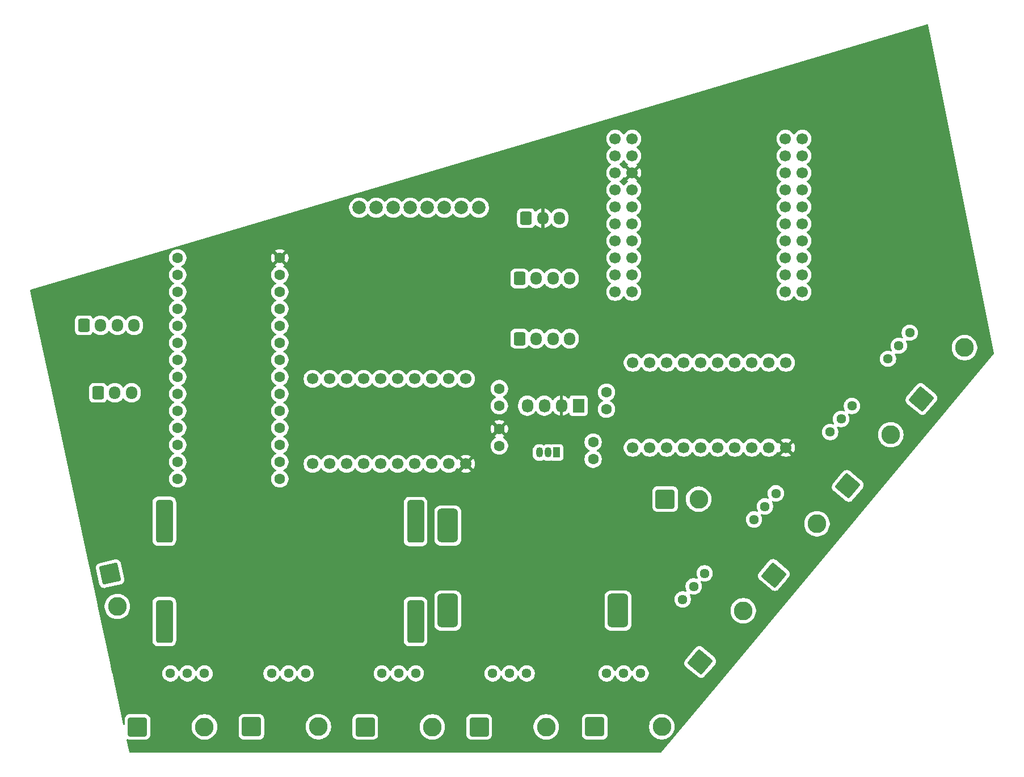
<source format=gbr>
%TF.GenerationSoftware,KiCad,Pcbnew,9.0.7*%
%TF.CreationDate,2026-01-22T08:28:16-05:00*%
%TF.ProjectId,ProtosuitDevBoard,50726f74-6f73-4756-9974-446576426f61,rev?*%
%TF.SameCoordinates,Original*%
%TF.FileFunction,Copper,L3,Inr*%
%TF.FilePolarity,Positive*%
%FSLAX46Y46*%
G04 Gerber Fmt 4.6, Leading zero omitted, Abs format (unit mm)*
G04 Created by KiCad (PCBNEW 9.0.7) date 2026-01-22 08:28:16*
%MOMM*%
%LPD*%
G01*
G04 APERTURE LIST*
G04 Aperture macros list*
%AMRoundRect*
0 Rectangle with rounded corners*
0 $1 Rounding radius*
0 $2 $3 $4 $5 $6 $7 $8 $9 X,Y pos of 4 corners*
0 Add a 4 corners polygon primitive as box body*
4,1,4,$2,$3,$4,$5,$6,$7,$8,$9,$2,$3,0*
0 Add four circle primitives for the rounded corners*
1,1,$1+$1,$2,$3*
1,1,$1+$1,$4,$5*
1,1,$1+$1,$6,$7*
1,1,$1+$1,$8,$9*
0 Add four rect primitives between the rounded corners*
20,1,$1+$1,$2,$3,$4,$5,0*
20,1,$1+$1,$4,$5,$6,$7,0*
20,1,$1+$1,$6,$7,$8,$9,0*
20,1,$1+$1,$8,$9,$2,$3,0*%
G04 Aperture macros list end*
%TA.AperFunction,ComponentPad*%
%ADD10R,1.730000X2.030000*%
%TD*%
%TA.AperFunction,ComponentPad*%
%ADD11O,1.730000X2.030000*%
%TD*%
%TA.AperFunction,ComponentPad*%
%ADD12RoundRect,0.250001X-1.149999X-1.149999X1.149999X-1.149999X1.149999X1.149999X-1.149999X1.149999X0*%
%TD*%
%TA.AperFunction,ComponentPad*%
%ADD13C,2.800000*%
%TD*%
%TA.AperFunction,ComponentPad*%
%ADD14RoundRect,0.250000X-0.600000X-0.725000X0.600000X-0.725000X0.600000X0.725000X-0.600000X0.725000X0*%
%TD*%
%TA.AperFunction,ComponentPad*%
%ADD15O,1.700000X1.950000*%
%TD*%
%TA.AperFunction,ComponentPad*%
%ADD16RoundRect,0.250001X0.141745X-1.620155X1.620155X0.141745X-0.141745X1.620155X-1.620155X-0.141745X0*%
%TD*%
%TA.AperFunction,ComponentPad*%
%ADD17C,1.440000*%
%TD*%
%TA.AperFunction,ComponentPad*%
%ADD18C,1.600000*%
%TD*%
%TA.AperFunction,ComponentPad*%
%ADD19RoundRect,0.450000X-1.050000X-2.050000X1.050000X-2.050000X1.050000X2.050000X-1.050000X2.050000X0*%
%TD*%
%TA.AperFunction,ComponentPad*%
%ADD20RoundRect,0.381000X0.889000X1.524000X-0.889000X1.524000X-0.889000X-1.524000X0.889000X-1.524000X0*%
%TD*%
%TA.AperFunction,ComponentPad*%
%ADD21C,1.700000*%
%TD*%
%TA.AperFunction,ComponentPad*%
%ADD22C,2.000000*%
%TD*%
%TA.AperFunction,ComponentPad*%
%ADD23RoundRect,0.250001X-1.371645X0.873834X-0.873834X-1.371645X1.371645X-0.873834X0.873834X1.371645X0*%
%TD*%
%TA.AperFunction,ComponentPad*%
%ADD24R,1.050000X1.500000*%
%TD*%
%TA.AperFunction,ComponentPad*%
%ADD25O,1.050000X1.500000*%
%TD*%
G04 APERTURE END LIST*
D10*
%TO.N,GND*%
%TO.C,J16*%
X161800000Y-93000000D03*
D11*
%TO.N,+5V*%
X159260000Y-93000000D03*
%TO.N,Net-(J16-Pin_3)*%
X156720000Y-93000000D03*
%TO.N,Net-(J16-Pin_4)*%
X154180000Y-93000000D03*
%TD*%
D12*
%TO.N,GND*%
%TO.C,J1*%
X174750000Y-106967500D03*
D13*
%TO.N,Net-(J1-Pin_2)*%
X179750000Y-106967500D03*
%TD*%
D14*
%TO.N,GND*%
%TO.C,J15*%
X88000000Y-81000000D03*
D15*
%TO.N,Net-(J12-Pin_2)*%
X90500000Y-81000000D03*
%TO.N,Net-(J15-Pin_3)*%
X93000000Y-81000000D03*
%TO.N,Net-(J15-Pin_4)*%
X95500000Y-81000000D03*
%TD*%
D16*
%TO.N,GND*%
%TO.C,J7*%
X213000000Y-92000000D03*
D13*
%TO.N,+5V*%
X216213938Y-88169778D03*
%TO.N,Net-(J7-Pin_3)*%
X219427876Y-84339556D03*
%TD*%
D17*
%TO.N,Net-(J10-Pin_3)*%
%TO.C,RV8*%
X106000000Y-133000000D03*
%TO.N,Net-(U6-B4)*%
X103460000Y-133000000D03*
%TO.N,unconnected-(RV8-Pad3)*%
X100920000Y-133000000D03*
%TD*%
D18*
%TO.N,GND*%
%TO.C,R3*%
X164000000Y-98460000D03*
%TO.N,Net-(Q1-B)*%
X164000000Y-101000000D03*
%TD*%
D19*
%TO.N,Net-(J1-Pin_2)*%
%TO.C,U2*%
X142300000Y-110920000D03*
%TO.N,GND*%
X142300000Y-123620000D03*
%TO.N,+5V*%
X167700000Y-110920000D03*
%TO.N,GND*%
X167700000Y-123620000D03*
%TD*%
D20*
%TO.N,Net-(J1-Pin_2)*%
%TO.C,U1*%
X137500000Y-111580001D03*
X137500000Y-109040000D03*
%TO.N,GND*%
X137500000Y-126540000D03*
X137500000Y-124000000D03*
%TO.N,Net-(J2-Pin_2)*%
X100000000Y-111540000D03*
X100000000Y-109000000D03*
%TO.N,GND*%
X100000000Y-126540000D03*
X100000000Y-123999999D03*
%TD*%
D12*
%TO.N,GND*%
%TO.C,J5*%
X130000000Y-141000000D03*
D13*
%TO.N,+5V*%
X135000000Y-141000000D03*
%TO.N,Net-(J5-Pin_3)*%
X140000000Y-141000000D03*
%TD*%
D18*
%TO.N,Net-(Q1-B)*%
%TO.C,R2*%
X166000000Y-93540000D03*
%TO.N,Net-(U4-IO33)*%
X166000000Y-91000000D03*
%TD*%
D12*
%TO.N,GND*%
%TO.C,J10*%
X96000000Y-141000000D03*
D13*
%TO.N,+5V*%
X101000000Y-141000000D03*
%TO.N,Net-(J10-Pin_3)*%
X106000000Y-141000000D03*
%TD*%
D17*
%TO.N,Net-(J8-Pin_3)*%
%TO.C,RV6*%
X121080000Y-133000000D03*
%TO.N,Net-(U6-B2)*%
X118540000Y-133000000D03*
%TO.N,unconnected-(RV6-Pad3)*%
X116000000Y-133000000D03*
%TD*%
D14*
%TO.N,GND*%
%TO.C,J12*%
X90118520Y-91082198D03*
D15*
%TO.N,Net-(J12-Pin_2)*%
X92618520Y-91082198D03*
%TO.N,Net-(J12-Pin_3)*%
X95118520Y-91082198D03*
%TD*%
D12*
%TO.N,GND*%
%TO.C,J3*%
X147000000Y-141000000D03*
D13*
%TO.N,+5V*%
X152000000Y-141000000D03*
%TO.N,Net-(J3-Pin_3)*%
X157000000Y-141000000D03*
%TD*%
D16*
%TO.N,GND*%
%TO.C,J11*%
X202000000Y-105000000D03*
D13*
%TO.N,+5V*%
X205213938Y-101169778D03*
%TO.N,Net-(J11-Pin_3)*%
X208427876Y-97339556D03*
%TD*%
D17*
%TO.N,Net-(J4-Pin_3)*%
%TO.C,RV3*%
X180632681Y-118054247D03*
%TO.N,Net-(U5-B3)*%
X179000000Y-120000000D03*
%TO.N,unconnected-(RV3-Pad3)*%
X177367320Y-121945753D03*
%TD*%
D16*
%TO.N,GND*%
%TO.C,J4*%
X179980466Y-131300224D03*
D13*
%TO.N,+5V*%
X183194404Y-127470002D03*
%TO.N,Net-(J4-Pin_3)*%
X186408342Y-123639780D03*
%TD*%
D21*
%TO.N,Net-(J13-Pin_2)*%
%TO.C,U6*%
X192780000Y-86580000D03*
%TO.N,Net-(U4-IO5)*%
X190240000Y-86580000D03*
%TO.N,Net-(U4-IO23)*%
X187700000Y-86580000D03*
%TO.N,Net-(U4-IO19)*%
X185160000Y-86580000D03*
%TO.N,Net-(U4-IO18)*%
X182620000Y-86580000D03*
%TO.N,Net-(U4-IO26)*%
X180080000Y-86580000D03*
%TO.N,unconnected-(U6-A6-Pad7)*%
X177540000Y-86580000D03*
%TO.N,unconnected-(U6-A7-Pad8)*%
X175000000Y-86580000D03*
%TO.N,unconnected-(U6-A8-Pad9)*%
X172460000Y-86580000D03*
%TO.N,unconnected-(U6-OE-Pad10)*%
X169920000Y-86580000D03*
%TO.N,+5V*%
X192780000Y-99280000D03*
%TO.N,Net-(U6-B1)*%
X190240000Y-99280000D03*
%TO.N,Net-(U6-B2)*%
X187700000Y-99280000D03*
%TO.N,Net-(U6-B3)*%
X185160000Y-99280001D03*
%TO.N,Net-(U6-B4)*%
X182620000Y-99280000D03*
%TO.N,Net-(U6-B5)*%
X180080000Y-99280000D03*
%TO.N,unconnected-(U6-B6-Pad17)*%
X177540000Y-99280000D03*
%TO.N,unconnected-(U6-B7-Pad18)*%
X175000000Y-99280000D03*
%TO.N,unconnected-(U6-B8-Pad19)*%
X172460000Y-99280000D03*
%TO.N,GND*%
X169920000Y-99280000D03*
%TD*%
D18*
%TO.N,Net-(J13-Pin_2)*%
%TO.C,R1*%
X150000000Y-90460000D03*
%TO.N,Net-(J16-Pin_3)*%
X150000000Y-93000000D03*
%TD*%
D17*
%TO.N,Net-(J7-Pin_3)*%
%TO.C,RV5*%
X211265361Y-82108494D03*
%TO.N,Net-(U6-B1)*%
X209632680Y-84054247D03*
%TO.N,unconnected-(RV5-Pad3)*%
X208000000Y-86000000D03*
%TD*%
D14*
%TO.N,GND*%
%TO.C,J14*%
X153000000Y-83000000D03*
D15*
%TO.N,Net-(J13-Pin_2)*%
X155500000Y-83000000D03*
%TO.N,Net-(J13-Pin_3)*%
X158000000Y-83000000D03*
%TO.N,Net-(J13-Pin_4)*%
X160500000Y-83000000D03*
%TD*%
D17*
%TO.N,Net-(J3-Pin_3)*%
%TO.C,RV4*%
X154080000Y-133000000D03*
%TO.N,Net-(U5-B4)*%
X151540000Y-133000000D03*
%TO.N,unconnected-(RV4-Pad3)*%
X149000000Y-133000000D03*
%TD*%
D12*
%TO.N,GND*%
%TO.C,J6*%
X164250000Y-140967500D03*
D13*
%TO.N,+5V*%
X169250000Y-140967500D03*
%TO.N,Net-(J6-Pin_3)*%
X174250000Y-140967500D03*
%TD*%
D22*
%TO.N,Net-(J12-Pin_2)*%
%TO.C,U7*%
X146950000Y-63420000D03*
%TO.N,GND*%
X144320000Y-63420000D03*
%TO.N,Net-(J15-Pin_4)*%
X141780000Y-63420000D03*
%TO.N,Net-(J15-Pin_3)*%
X139240000Y-63420000D03*
%TO.N,unconnected-(U7-XDA-Pad5)*%
X136700000Y-63420000D03*
%TO.N,unconnected-(U7-XCL-Pad6)*%
X134160000Y-63420000D03*
%TO.N,unconnected-(U7-ADD-Pad7)*%
X131620000Y-63420000D03*
%TO.N,unconnected-(U7-INT-Pad8)*%
X129080000Y-63420000D03*
%TD*%
D17*
%TO.N,Net-(J11-Pin_3)*%
%TO.C,RV9*%
X202632680Y-93054247D03*
%TO.N,Net-(U6-B5)*%
X200999999Y-95000000D03*
%TO.N,unconnected-(RV9-Pad3)*%
X199367319Y-96945753D03*
%TD*%
%TO.N,Net-(J6-Pin_3)*%
%TO.C,RV1*%
X171080000Y-133000000D03*
%TO.N,Net-(U5-B1)*%
X168540000Y-133000000D03*
%TO.N,unconnected-(RV1-Pad3)*%
X166000000Y-133000000D03*
%TD*%
D16*
%TO.N,GND*%
%TO.C,J9*%
X190980466Y-118300224D03*
D13*
%TO.N,+5V*%
X194194404Y-114470002D03*
%TO.N,Net-(J9-Pin_3)*%
X197408342Y-110639780D03*
%TD*%
D18*
%TO.N,+5V*%
%TO.C,R4*%
X150000000Y-96460000D03*
%TO.N,Net-(J16-Pin_4)*%
X150000000Y-99000000D03*
%TD*%
D23*
%TO.N,GND*%
%TO.C,J2*%
X91917802Y-118118520D03*
D13*
%TO.N,Net-(J2-Pin_2)*%
X93000000Y-123000000D03*
%TD*%
D17*
%TO.N,Net-(J5-Pin_3)*%
%TO.C,RV2*%
X137540000Y-132995000D03*
%TO.N,Net-(U5-B2)*%
X135000000Y-132995000D03*
%TO.N,unconnected-(RV2-Pad3)*%
X132460000Y-132995000D03*
%TD*%
D24*
%TO.N,GND*%
%TO.C,Q1*%
X158540000Y-100000000D03*
D25*
%TO.N,Net-(Q1-B)*%
X157270001Y-100000000D03*
%TO.N,Net-(J16-Pin_4)*%
X156000000Y-100000000D03*
%TD*%
D14*
%TO.N,GND*%
%TO.C,J17*%
X154000000Y-65000000D03*
D15*
%TO.N,+5V*%
X156500001Y-65000001D03*
%TO.N,Net-(J17-Pin_3)*%
X158999999Y-65000001D03*
%TD*%
D14*
%TO.N,GND*%
%TO.C,J13*%
X153000000Y-74000000D03*
D15*
%TO.N,Net-(J13-Pin_2)*%
X155500000Y-74000000D03*
%TO.N,Net-(J13-Pin_3)*%
X158000000Y-74000000D03*
%TO.N,Net-(J13-Pin_4)*%
X160500000Y-74000000D03*
%TD*%
D12*
%TO.N,GND*%
%TO.C,J8*%
X113000000Y-140967500D03*
D13*
%TO.N,+5V*%
X118000000Y-140967500D03*
%TO.N,Net-(J8-Pin_3)*%
X123000000Y-140967500D03*
%TD*%
D17*
%TO.N,Net-(J9-Pin_3)*%
%TO.C,RV7*%
X191265361Y-106108494D03*
%TO.N,Net-(U6-B3)*%
X189632680Y-108054247D03*
%TO.N,unconnected-(RV7-Pad3)*%
X188000000Y-110000000D03*
%TD*%
D18*
%TO.N,GND*%
%TO.C,U3*%
X102000000Y-70920000D03*
%TO.N,unconnected-(U3-0_RX1_CRX2_CS1-Pad2)*%
X102000000Y-73460000D03*
%TO.N,unconnected-(U3-1_TX1_CTX2_MISO1-Pad3)*%
X102000000Y-76000000D03*
%TO.N,unconnected-(U3-2_OUT2-Pad4)*%
X102000000Y-78540000D03*
%TO.N,unconnected-(U3-3_LRCLK2-Pad5)*%
X102000000Y-81080000D03*
%TO.N,unconnected-(U3-4_BCLK2-Pad6)*%
X102000000Y-83620000D03*
%TO.N,Net-(U3-5_IN2)*%
X102000000Y-86160000D03*
%TO.N,Net-(U3-6_OUT1D)*%
X102000000Y-88700000D03*
%TO.N,unconnected-(U3-7_RX2_OUT1A-Pad9)*%
X102000000Y-91240000D03*
%TO.N,unconnected-(U3-8_TX2_IN1-Pad10)*%
X102000000Y-93780000D03*
%TO.N,unconnected-(U3-9_OUT1C-Pad11)*%
X102000000Y-96320000D03*
%TO.N,unconnected-(U3-10_CS_MQSR-Pad12)*%
X102000000Y-98860000D03*
%TO.N,unconnected-(U3-11_MOSI_CTX1-Pad13)*%
X102000000Y-101400000D03*
%TO.N,unconnected-(U3-12_MISO_MQSL-Pad14)*%
X102000000Y-103940000D03*
%TO.N,unconnected-(U3-13_SCK_CRX1_LED-Pad20)*%
X117240000Y-103940000D03*
%TO.N,unconnected-(U3-14_A0_TX3_SPDIF_OUT-Pad21)*%
X117240000Y-101400000D03*
%TO.N,unconnected-(U3-15_A1_RX3_SPDIF_IN-Pad22)*%
X117240000Y-98860000D03*
%TO.N,Net-(U3-16_A2_RX4_SCL1)*%
X117240000Y-96320000D03*
%TO.N,Net-(U3-17_A3_TX4_SDA1)*%
X117240000Y-93780000D03*
%TO.N,Net-(J15-Pin_3)*%
X117240000Y-91240000D03*
%TO.N,Net-(J15-Pin_4)*%
X117240000Y-88700000D03*
%TO.N,Net-(U3-20_A6_TX5_LRCLK1)*%
X117240000Y-86160000D03*
%TO.N,Net-(U3-21_A7_RX5_BCLK1)*%
X117240000Y-83620000D03*
%TO.N,Net-(J12-Pin_3)*%
X117240000Y-81080000D03*
%TO.N,unconnected-(U3-23_A9_CRX1_MCLK1-Pad30)*%
X117240000Y-78540000D03*
%TO.N,Net-(J12-Pin_2)*%
X117240000Y-76000000D03*
%TO.N,GND*%
X117240000Y-73460000D03*
%TO.N,+5V*%
X117240000Y-70920000D03*
%TD*%
D21*
%TO.N,GND*%
%TO.C,U4*%
X195240000Y-76000000D03*
%TO.N,unconnected-(U4-NC-Pad2)*%
X195240000Y-73460000D03*
%TO.N,unconnected-(U4-SVN-Pad3)*%
X195240000Y-70920000D03*
%TO.N,Net-(J16-Pin_3)*%
X195240000Y-68380000D03*
%TO.N,Net-(U4-IO33)*%
X195240000Y-65840000D03*
%TO.N,unconnected-(U4-IO34-Pad6)*%
X195240000Y-63300000D03*
%TO.N,unconnected-(U4-TMS-Pad7)*%
X195240001Y-60760000D03*
%TO.N,unconnected-(U4-NC-Pad8)*%
X195240000Y-58220000D03*
%TO.N,unconnected-(U4-SD2-Pad9)*%
X195240000Y-55680000D03*
%TO.N,unconnected-(U4-CMD-Pad10)*%
X195240000Y-53140000D03*
%TO.N,unconnected-(U4-RST-Pad11)*%
X192700000Y-76000000D03*
%TO.N,unconnected-(U4-SVP-Pad12)*%
X192700000Y-73460000D03*
%TO.N,Net-(U4-IO26)*%
X192700000Y-70920000D03*
%TO.N,Net-(U4-IO18)*%
X192700000Y-68380000D03*
%TO.N,Net-(U4-IO19)*%
X192700000Y-65840000D03*
%TO.N,Net-(U4-IO23)*%
X192700000Y-63300000D03*
%TO.N,Net-(U4-IO5)*%
X192700000Y-60760000D03*
%TO.N,Net-(J13-Pin_2)*%
X192700000Y-58220000D03*
%TO.N,unconnected-(U4-TCK-Pad19)*%
X192700000Y-55680000D03*
%TO.N,unconnected-(U4-SD3-Pad20)*%
X192700000Y-53140000D03*
%TO.N,unconnected-(U4-TXD-Pad21)*%
X169840000Y-76000000D03*
%TO.N,unconnected-(U4-RXD-Pad22)*%
X169840000Y-73460000D03*
%TO.N,Net-(J13-Pin_4)*%
X169840000Y-70920000D03*
%TO.N,Net-(J13-Pin_3)*%
X169840000Y-68380000D03*
%TO.N,Net-(U3-16_A2_RX4_SCL1)*%
X169840000Y-65840000D03*
%TO.N,Net-(U3-17_A3_TX4_SDA1)*%
X169840001Y-63300000D03*
%TO.N,GND*%
X169840000Y-60760000D03*
%TO.N,+5V*%
X169840000Y-58220000D03*
%TO.N,unconnected-(U4-TDO-Pad29)*%
X169840000Y-55680000D03*
%TO.N,unconnected-(U4-SDD-Pad30)*%
X169840000Y-53140000D03*
%TO.N,GND*%
X167300000Y-76000000D03*
%TO.N,Net-(J17-Pin_3)*%
X167300000Y-73460000D03*
%TO.N,unconnected-(U4-IO25-Pad33)*%
X167300000Y-70920000D03*
%TO.N,unconnected-(U4-IO32-Pad34)*%
X167300000Y-68380000D03*
%TO.N,unconnected-(U4-TDI-Pad35)*%
X167300000Y-65840000D03*
%TO.N,unconnected-(U4-IO4-Pad36)*%
X167300000Y-63300000D03*
%TO.N,unconnected-(U4-IO0-Pad37)*%
X167300000Y-60760000D03*
%TO.N,unconnected-(U4-IO2-Pad38)*%
X167300000Y-58220000D03*
%TO.N,unconnected-(U4-SD1-Pad39)*%
X167300000Y-55680000D03*
%TO.N,unconnected-(U4-CLK-Pad40)*%
X167300000Y-53140000D03*
%TD*%
%TO.N,Net-(J12-Pin_2)*%
%TO.C,U5*%
X145000000Y-89000000D03*
%TO.N,Net-(U3-21_A7_RX5_BCLK1)*%
X142460000Y-89000000D03*
%TO.N,Net-(U3-20_A6_TX5_LRCLK1)*%
X139920000Y-89000000D03*
%TO.N,Net-(U3-6_OUT1D)*%
X137380000Y-89000000D03*
%TO.N,Net-(U3-5_IN2)*%
X134840000Y-89000000D03*
%TO.N,unconnected-(U5-A5-Pad6)*%
X132300000Y-89000000D03*
%TO.N,unconnected-(U5-A6-Pad7)*%
X129760000Y-89000000D03*
%TO.N,unconnected-(U5-A7-Pad8)*%
X127220000Y-89000000D03*
%TO.N,unconnected-(U5-A8-Pad9)*%
X124680000Y-89000000D03*
%TO.N,unconnected-(U5-OE-Pad10)*%
X122140000Y-89000000D03*
%TO.N,+5V*%
X145000000Y-101700000D03*
%TO.N,Net-(U5-B1)*%
X142460000Y-101700000D03*
%TO.N,Net-(U5-B2)*%
X139920000Y-101700000D03*
%TO.N,Net-(U5-B3)*%
X137380000Y-101700001D03*
%TO.N,Net-(U5-B4)*%
X134840000Y-101700000D03*
%TO.N,unconnected-(U5-B5-Pad16)*%
X132300000Y-101700000D03*
%TO.N,unconnected-(U5-B6-Pad17)*%
X129760000Y-101700000D03*
%TO.N,unconnected-(U5-B7-Pad18)*%
X127220000Y-101700000D03*
%TO.N,unconnected-(U5-B8-Pad19)*%
X124680000Y-101700000D03*
%TO.N,GND*%
X122140000Y-101700000D03*
%TD*%
%TA.AperFunction,Conductor*%
%TO.N,+5V*%
G36*
X169440000Y-58272661D02*
G01*
X169467259Y-58374394D01*
X169519920Y-58465606D01*
X169594394Y-58540080D01*
X169685606Y-58592741D01*
X169787339Y-58620000D01*
X169793554Y-58620000D01*
X169078282Y-59335269D01*
X169078282Y-59335270D01*
X169132452Y-59374626D01*
X169132451Y-59374626D01*
X169141495Y-59379234D01*
X169192292Y-59427208D01*
X169209087Y-59495029D01*
X169186550Y-59561164D01*
X169141499Y-59600202D01*
X169132182Y-59604949D01*
X168960213Y-59729890D01*
X168809890Y-59880213D01*
X168684949Y-60052182D01*
X168680484Y-60060946D01*
X168632509Y-60111742D01*
X168564688Y-60128536D01*
X168498553Y-60105998D01*
X168459516Y-60060946D01*
X168455050Y-60052182D01*
X168330109Y-59880213D01*
X168179786Y-59729890D01*
X168007820Y-59604951D01*
X168007115Y-59604591D01*
X167999054Y-59600485D01*
X167948259Y-59552512D01*
X167931463Y-59484692D01*
X167953999Y-59418556D01*
X167999054Y-59379515D01*
X168007816Y-59375051D01*
X168062572Y-59335269D01*
X168179786Y-59250109D01*
X168179788Y-59250106D01*
X168179792Y-59250104D01*
X168330104Y-59099792D01*
X168330106Y-59099788D01*
X168330109Y-59099786D01*
X168415890Y-58981717D01*
X168455051Y-58927816D01*
X168459793Y-58918508D01*
X168507763Y-58867711D01*
X168575583Y-58850911D01*
X168641719Y-58873445D01*
X168680763Y-58918500D01*
X168685373Y-58927547D01*
X168724728Y-58981716D01*
X169440000Y-58266445D01*
X169440000Y-58272661D01*
G37*
%TD.AperFunction*%
%TA.AperFunction,Conductor*%
G36*
X168641444Y-56333999D02*
G01*
X168680486Y-56379056D01*
X168684951Y-56387820D01*
X168809890Y-56559786D01*
X168960213Y-56710109D01*
X169132179Y-56835048D01*
X169132181Y-56835049D01*
X169132184Y-56835051D01*
X169141493Y-56839794D01*
X169192290Y-56887766D01*
X169209087Y-56955587D01*
X169186552Y-57021722D01*
X169141505Y-57060760D01*
X169132446Y-57065376D01*
X169132440Y-57065380D01*
X169078282Y-57104727D01*
X169078282Y-57104728D01*
X169793554Y-57820000D01*
X169787339Y-57820000D01*
X169685606Y-57847259D01*
X169594394Y-57899920D01*
X169519920Y-57974394D01*
X169467259Y-58065606D01*
X169440000Y-58167339D01*
X169440000Y-58173554D01*
X168724728Y-57458282D01*
X168724727Y-57458282D01*
X168685380Y-57512440D01*
X168685376Y-57512446D01*
X168680760Y-57521505D01*
X168632781Y-57572297D01*
X168564959Y-57589087D01*
X168498826Y-57566543D01*
X168459794Y-57521493D01*
X168455051Y-57512184D01*
X168455049Y-57512181D01*
X168455048Y-57512179D01*
X168330109Y-57340213D01*
X168179786Y-57189890D01*
X168007820Y-57064951D01*
X167999600Y-57060763D01*
X167999054Y-57060485D01*
X167948259Y-57012512D01*
X167931463Y-56944692D01*
X167953999Y-56878556D01*
X167999054Y-56839515D01*
X168007816Y-56835051D01*
X168029789Y-56819086D01*
X168179786Y-56710109D01*
X168179788Y-56710106D01*
X168179792Y-56710104D01*
X168330104Y-56559792D01*
X168330106Y-56559788D01*
X168330109Y-56559786D01*
X168455048Y-56387820D01*
X168455047Y-56387820D01*
X168455051Y-56387816D01*
X168459514Y-56379054D01*
X168507488Y-56328259D01*
X168575308Y-56311463D01*
X168641444Y-56333999D01*
G37*
%TD.AperFunction*%
%TA.AperFunction,Conductor*%
G36*
X213973388Y-36078827D02*
G01*
X214001467Y-36135942D01*
X223808784Y-85172529D01*
X223802629Y-85242127D01*
X223782451Y-85276230D01*
X182995562Y-134220500D01*
X174184121Y-144794230D01*
X174160894Y-144822102D01*
X174102855Y-144861001D01*
X174065635Y-144866719D01*
X94862990Y-144866719D01*
X94795951Y-144847034D01*
X94750196Y-144794230D01*
X94741743Y-144768701D01*
X94356984Y-142973161D01*
X94362184Y-142903488D01*
X94404229Y-142847685D01*
X94469769Y-142823471D01*
X94523501Y-142833472D01*
X94523810Y-142832542D01*
X94530609Y-142834794D01*
X94530636Y-142834800D01*
X94530665Y-142834813D01*
X94530666Y-142834814D01*
X94697203Y-142889999D01*
X94799992Y-142900500D01*
X94799997Y-142900500D01*
X97200003Y-142900500D01*
X97200008Y-142900500D01*
X97302797Y-142889999D01*
X97469334Y-142834814D01*
X97618655Y-142742711D01*
X97742711Y-142618655D01*
X97834814Y-142469334D01*
X97889999Y-142302797D01*
X97900500Y-142200008D01*
X97900500Y-140875441D01*
X104099500Y-140875441D01*
X104099500Y-141124558D01*
X104099501Y-141124575D01*
X104132017Y-141371561D01*
X104196498Y-141612207D01*
X104291830Y-141842361D01*
X104291837Y-141842376D01*
X104416400Y-142058126D01*
X104568060Y-142255774D01*
X104568066Y-142255781D01*
X104744218Y-142431933D01*
X104744225Y-142431939D01*
X104941873Y-142583599D01*
X105157623Y-142708162D01*
X105157638Y-142708169D01*
X105256825Y-142749253D01*
X105387793Y-142803502D01*
X105628435Y-142867982D01*
X105875435Y-142900500D01*
X105875442Y-142900500D01*
X106124558Y-142900500D01*
X106124565Y-142900500D01*
X106371565Y-142867982D01*
X106612207Y-142803502D01*
X106842373Y-142708164D01*
X107058127Y-142583599D01*
X107255776Y-142431938D01*
X107431938Y-142255776D01*
X107583599Y-142058127D01*
X107708164Y-141842373D01*
X107803502Y-141612207D01*
X107867982Y-141371565D01*
X107900500Y-141124565D01*
X107900500Y-140875435D01*
X107867982Y-140628435D01*
X107803502Y-140387793D01*
X107708164Y-140157627D01*
X107583599Y-139941873D01*
X107530230Y-139872321D01*
X107505292Y-139839821D01*
X107449786Y-139767484D01*
X111099500Y-139767484D01*
X111099500Y-142167515D01*
X111110000Y-142270295D01*
X111110001Y-142270297D01*
X111137593Y-142353565D01*
X111165186Y-142436835D01*
X111165187Y-142436837D01*
X111257286Y-142586151D01*
X111257289Y-142586155D01*
X111381344Y-142710210D01*
X111381348Y-142710213D01*
X111530662Y-142802312D01*
X111530664Y-142802313D01*
X111530666Y-142802314D01*
X111697203Y-142857499D01*
X111799992Y-142868000D01*
X111799997Y-142868000D01*
X114200003Y-142868000D01*
X114200008Y-142868000D01*
X114302797Y-142857499D01*
X114469334Y-142802314D01*
X114618655Y-142710211D01*
X114742711Y-142586155D01*
X114834814Y-142436834D01*
X114889999Y-142270297D01*
X114900500Y-142167508D01*
X114900500Y-140842941D01*
X121099500Y-140842941D01*
X121099500Y-141092058D01*
X121099501Y-141092075D01*
X121132017Y-141339061D01*
X121196498Y-141579707D01*
X121291830Y-141809861D01*
X121291837Y-141809876D01*
X121416400Y-142025626D01*
X121568060Y-142223274D01*
X121568066Y-142223281D01*
X121744218Y-142399433D01*
X121744225Y-142399439D01*
X121941873Y-142551099D01*
X122157623Y-142675662D01*
X122157638Y-142675669D01*
X122256825Y-142716753D01*
X122387793Y-142771002D01*
X122628435Y-142835482D01*
X122875435Y-142868000D01*
X122875442Y-142868000D01*
X123124558Y-142868000D01*
X123124565Y-142868000D01*
X123371565Y-142835482D01*
X123612207Y-142771002D01*
X123842373Y-142675664D01*
X124058127Y-142551099D01*
X124255776Y-142399438D01*
X124431938Y-142223276D01*
X124583599Y-142025627D01*
X124708164Y-141809873D01*
X124803502Y-141579707D01*
X124867982Y-141339065D01*
X124900500Y-141092065D01*
X124900500Y-140842935D01*
X124867982Y-140595935D01*
X124803502Y-140355293D01*
X124721626Y-140157627D01*
X124708169Y-140125138D01*
X124708162Y-140125123D01*
X124583602Y-139909377D01*
X124583599Y-139909373D01*
X124499668Y-139799992D01*
X124499662Y-139799984D01*
X128099500Y-139799984D01*
X128099500Y-142200015D01*
X128110000Y-142302795D01*
X128110001Y-142302796D01*
X128165186Y-142469335D01*
X128165187Y-142469337D01*
X128257286Y-142618651D01*
X128257289Y-142618655D01*
X128381344Y-142742710D01*
X128381348Y-142742713D01*
X128530662Y-142834812D01*
X128530664Y-142834813D01*
X128530666Y-142834814D01*
X128697203Y-142889999D01*
X128799992Y-142900500D01*
X128799997Y-142900500D01*
X131200003Y-142900500D01*
X131200008Y-142900500D01*
X131302797Y-142889999D01*
X131469334Y-142834814D01*
X131618655Y-142742711D01*
X131742711Y-142618655D01*
X131834814Y-142469334D01*
X131889999Y-142302797D01*
X131900500Y-142200008D01*
X131900500Y-140875441D01*
X138099500Y-140875441D01*
X138099500Y-141124558D01*
X138099501Y-141124575D01*
X138132017Y-141371561D01*
X138196498Y-141612207D01*
X138291830Y-141842361D01*
X138291837Y-141842376D01*
X138416400Y-142058126D01*
X138568060Y-142255774D01*
X138568066Y-142255781D01*
X138744218Y-142431933D01*
X138744225Y-142431939D01*
X138941873Y-142583599D01*
X139157623Y-142708162D01*
X139157638Y-142708169D01*
X139256825Y-142749253D01*
X139387793Y-142803502D01*
X139628435Y-142867982D01*
X139875435Y-142900500D01*
X139875442Y-142900500D01*
X140124558Y-142900500D01*
X140124565Y-142900500D01*
X140371565Y-142867982D01*
X140612207Y-142803502D01*
X140842373Y-142708164D01*
X141058127Y-142583599D01*
X141255776Y-142431938D01*
X141431938Y-142255776D01*
X141583599Y-142058127D01*
X141708164Y-141842373D01*
X141803502Y-141612207D01*
X141867982Y-141371565D01*
X141900500Y-141124565D01*
X141900500Y-140875435D01*
X141867982Y-140628435D01*
X141803502Y-140387793D01*
X141708164Y-140157627D01*
X141583599Y-139941873D01*
X141474724Y-139799984D01*
X145099500Y-139799984D01*
X145099500Y-142200015D01*
X145110000Y-142302795D01*
X145110001Y-142302796D01*
X145165186Y-142469335D01*
X145165187Y-142469337D01*
X145257286Y-142618651D01*
X145257289Y-142618655D01*
X145381344Y-142742710D01*
X145381348Y-142742713D01*
X145530662Y-142834812D01*
X145530664Y-142834813D01*
X145530666Y-142834814D01*
X145697203Y-142889999D01*
X145799992Y-142900500D01*
X145799997Y-142900500D01*
X148200003Y-142900500D01*
X148200008Y-142900500D01*
X148302797Y-142889999D01*
X148469334Y-142834814D01*
X148618655Y-142742711D01*
X148742711Y-142618655D01*
X148834814Y-142469334D01*
X148889999Y-142302797D01*
X148900500Y-142200008D01*
X148900500Y-140875441D01*
X155099500Y-140875441D01*
X155099500Y-141124558D01*
X155099501Y-141124575D01*
X155132017Y-141371561D01*
X155196498Y-141612207D01*
X155291830Y-141842361D01*
X155291837Y-141842376D01*
X155416400Y-142058126D01*
X155568060Y-142255774D01*
X155568066Y-142255781D01*
X155744218Y-142431933D01*
X155744225Y-142431939D01*
X155941873Y-142583599D01*
X156157623Y-142708162D01*
X156157638Y-142708169D01*
X156256825Y-142749253D01*
X156387793Y-142803502D01*
X156628435Y-142867982D01*
X156875435Y-142900500D01*
X156875442Y-142900500D01*
X157124558Y-142900500D01*
X157124565Y-142900500D01*
X157371565Y-142867982D01*
X157612207Y-142803502D01*
X157842373Y-142708164D01*
X158058127Y-142583599D01*
X158255776Y-142431938D01*
X158431938Y-142255776D01*
X158583599Y-142058127D01*
X158708164Y-141842373D01*
X158803502Y-141612207D01*
X158867982Y-141371565D01*
X158900500Y-141124565D01*
X158900500Y-140875435D01*
X158867982Y-140628435D01*
X158803502Y-140387793D01*
X158708164Y-140157627D01*
X158583599Y-139941873D01*
X158530230Y-139872321D01*
X158505292Y-139839821D01*
X158449786Y-139767484D01*
X162349500Y-139767484D01*
X162349500Y-142167515D01*
X162360000Y-142270295D01*
X162360001Y-142270297D01*
X162387593Y-142353565D01*
X162415186Y-142436835D01*
X162415187Y-142436837D01*
X162507286Y-142586151D01*
X162507289Y-142586155D01*
X162631344Y-142710210D01*
X162631348Y-142710213D01*
X162780662Y-142802312D01*
X162780664Y-142802313D01*
X162780666Y-142802314D01*
X162947203Y-142857499D01*
X163049992Y-142868000D01*
X163049997Y-142868000D01*
X165450003Y-142868000D01*
X165450008Y-142868000D01*
X165552797Y-142857499D01*
X165719334Y-142802314D01*
X165868655Y-142710211D01*
X165992711Y-142586155D01*
X166084814Y-142436834D01*
X166139999Y-142270297D01*
X166150500Y-142167508D01*
X166150500Y-140842941D01*
X172349500Y-140842941D01*
X172349500Y-141092058D01*
X172349501Y-141092075D01*
X172382017Y-141339061D01*
X172446498Y-141579707D01*
X172541830Y-141809861D01*
X172541837Y-141809876D01*
X172666400Y-142025626D01*
X172818060Y-142223274D01*
X172818066Y-142223281D01*
X172994218Y-142399433D01*
X172994225Y-142399439D01*
X173191873Y-142551099D01*
X173407623Y-142675662D01*
X173407638Y-142675669D01*
X173506825Y-142716753D01*
X173637793Y-142771002D01*
X173878435Y-142835482D01*
X174125435Y-142868000D01*
X174125442Y-142868000D01*
X174374558Y-142868000D01*
X174374565Y-142868000D01*
X174621565Y-142835482D01*
X174862207Y-142771002D01*
X175092373Y-142675664D01*
X175308127Y-142551099D01*
X175505776Y-142399438D01*
X175681938Y-142223276D01*
X175833599Y-142025627D01*
X175958164Y-141809873D01*
X176053502Y-141579707D01*
X176117982Y-141339065D01*
X176150500Y-141092065D01*
X176150500Y-140842935D01*
X176117982Y-140595935D01*
X176053502Y-140355293D01*
X175971626Y-140157627D01*
X175958169Y-140125138D01*
X175958162Y-140125123D01*
X175833599Y-139909373D01*
X175681939Y-139711725D01*
X175681933Y-139711718D01*
X175505781Y-139535566D01*
X175505774Y-139535560D01*
X175308126Y-139383900D01*
X175092376Y-139259337D01*
X175092361Y-139259330D01*
X174862207Y-139163998D01*
X174742856Y-139132018D01*
X174621565Y-139099518D01*
X174621564Y-139099517D01*
X174621561Y-139099517D01*
X174374575Y-139067001D01*
X174374570Y-139067000D01*
X174374565Y-139067000D01*
X174125435Y-139067000D01*
X174125429Y-139067000D01*
X174125424Y-139067001D01*
X173878438Y-139099517D01*
X173637792Y-139163998D01*
X173407638Y-139259330D01*
X173407623Y-139259337D01*
X173191873Y-139383900D01*
X172994225Y-139535560D01*
X172994218Y-139535566D01*
X172818066Y-139711718D01*
X172818060Y-139711725D01*
X172666400Y-139909373D01*
X172541837Y-140125123D01*
X172541830Y-140125138D01*
X172446498Y-140355292D01*
X172382017Y-140595938D01*
X172349501Y-140842924D01*
X172349500Y-140842941D01*
X166150500Y-140842941D01*
X166150500Y-139767492D01*
X166139999Y-139664703D01*
X166084814Y-139498166D01*
X166034380Y-139416401D01*
X165992713Y-139348848D01*
X165992710Y-139348844D01*
X165868655Y-139224789D01*
X165868651Y-139224786D01*
X165719337Y-139132687D01*
X165719335Y-139132686D01*
X165619185Y-139099500D01*
X165552797Y-139077501D01*
X165552795Y-139077500D01*
X165450015Y-139067000D01*
X165450008Y-139067000D01*
X163049992Y-139067000D01*
X163049984Y-139067000D01*
X162947204Y-139077500D01*
X162947203Y-139077501D01*
X162780664Y-139132686D01*
X162780662Y-139132687D01*
X162631348Y-139224786D01*
X162631344Y-139224789D01*
X162507289Y-139348844D01*
X162507286Y-139348848D01*
X162415187Y-139498162D01*
X162415186Y-139498164D01*
X162360001Y-139664703D01*
X162360000Y-139664704D01*
X162349500Y-139767484D01*
X158449786Y-139767484D01*
X158431939Y-139744225D01*
X158431933Y-139744218D01*
X158255781Y-139568066D01*
X158255774Y-139568060D01*
X158058126Y-139416400D01*
X157842376Y-139291837D01*
X157842361Y-139291830D01*
X157612207Y-139196498D01*
X157490916Y-139163998D01*
X157371565Y-139132018D01*
X157371564Y-139132017D01*
X157371561Y-139132017D01*
X157124575Y-139099501D01*
X157124570Y-139099500D01*
X157124565Y-139099500D01*
X156875435Y-139099500D01*
X156875429Y-139099500D01*
X156875424Y-139099501D01*
X156628438Y-139132017D01*
X156387792Y-139196498D01*
X156157638Y-139291830D01*
X156157623Y-139291837D01*
X155941873Y-139416400D01*
X155744225Y-139568060D01*
X155744218Y-139568066D01*
X155568066Y-139744218D01*
X155568060Y-139744225D01*
X155416400Y-139941873D01*
X155291837Y-140157623D01*
X155291830Y-140157638D01*
X155196498Y-140387792D01*
X155132017Y-140628438D01*
X155099501Y-140875424D01*
X155099500Y-140875441D01*
X148900500Y-140875441D01*
X148900500Y-139799992D01*
X148889999Y-139697203D01*
X148834814Y-139530666D01*
X148814766Y-139498164D01*
X148742713Y-139381348D01*
X148742710Y-139381344D01*
X148618655Y-139257289D01*
X148618651Y-139257286D01*
X148469337Y-139165187D01*
X148469335Y-139165186D01*
X148371259Y-139132687D01*
X148302797Y-139110001D01*
X148302795Y-139110000D01*
X148200015Y-139099500D01*
X148200008Y-139099500D01*
X145799992Y-139099500D01*
X145799984Y-139099500D01*
X145697204Y-139110000D01*
X145697203Y-139110001D01*
X145530664Y-139165186D01*
X145530662Y-139165187D01*
X145381348Y-139257286D01*
X145381344Y-139257289D01*
X145257289Y-139381344D01*
X145257286Y-139381348D01*
X145165187Y-139530662D01*
X145165186Y-139530664D01*
X145110001Y-139697203D01*
X145110000Y-139697204D01*
X145099500Y-139799984D01*
X141474724Y-139799984D01*
X141431938Y-139744224D01*
X141431933Y-139744218D01*
X141255781Y-139568066D01*
X141255774Y-139568060D01*
X141058126Y-139416400D01*
X140842376Y-139291837D01*
X140842361Y-139291830D01*
X140612207Y-139196498D01*
X140490916Y-139163998D01*
X140371565Y-139132018D01*
X140371564Y-139132017D01*
X140371561Y-139132017D01*
X140124575Y-139099501D01*
X140124570Y-139099500D01*
X140124565Y-139099500D01*
X139875435Y-139099500D01*
X139875429Y-139099500D01*
X139875424Y-139099501D01*
X139628438Y-139132017D01*
X139387792Y-139196498D01*
X139157638Y-139291830D01*
X139157623Y-139291837D01*
X138941873Y-139416400D01*
X138744225Y-139568060D01*
X138744218Y-139568066D01*
X138568066Y-139744218D01*
X138568060Y-139744225D01*
X138416400Y-139941873D01*
X138291837Y-140157623D01*
X138291830Y-140157638D01*
X138196498Y-140387792D01*
X138132017Y-140628438D01*
X138099501Y-140875424D01*
X138099500Y-140875441D01*
X131900500Y-140875441D01*
X131900500Y-139799992D01*
X131889999Y-139697203D01*
X131834814Y-139530666D01*
X131814766Y-139498164D01*
X131742713Y-139381348D01*
X131742710Y-139381344D01*
X131618655Y-139257289D01*
X131618651Y-139257286D01*
X131469337Y-139165187D01*
X131469335Y-139165186D01*
X131371259Y-139132687D01*
X131302797Y-139110001D01*
X131302795Y-139110000D01*
X131200015Y-139099500D01*
X131200008Y-139099500D01*
X128799992Y-139099500D01*
X128799984Y-139099500D01*
X128697204Y-139110000D01*
X128697203Y-139110001D01*
X128530664Y-139165186D01*
X128530662Y-139165187D01*
X128381348Y-139257286D01*
X128381344Y-139257289D01*
X128257289Y-139381344D01*
X128257286Y-139381348D01*
X128165187Y-139530662D01*
X128165186Y-139530664D01*
X128110001Y-139697203D01*
X128110000Y-139697204D01*
X128099500Y-139799984D01*
X124499662Y-139799984D01*
X124431939Y-139711725D01*
X124431933Y-139711718D01*
X124255781Y-139535566D01*
X124255774Y-139535560D01*
X124058126Y-139383900D01*
X123842376Y-139259337D01*
X123842361Y-139259330D01*
X123612207Y-139163998D01*
X123492856Y-139132018D01*
X123371565Y-139099518D01*
X123371564Y-139099517D01*
X123371561Y-139099517D01*
X123124575Y-139067001D01*
X123124570Y-139067000D01*
X123124565Y-139067000D01*
X122875435Y-139067000D01*
X122875429Y-139067000D01*
X122875424Y-139067001D01*
X122628438Y-139099517D01*
X122387792Y-139163998D01*
X122157638Y-139259330D01*
X122157623Y-139259337D01*
X121941873Y-139383900D01*
X121744225Y-139535560D01*
X121744218Y-139535566D01*
X121568066Y-139711718D01*
X121568060Y-139711725D01*
X121416400Y-139909373D01*
X121291837Y-140125123D01*
X121291830Y-140125138D01*
X121196498Y-140355292D01*
X121132017Y-140595938D01*
X121099501Y-140842924D01*
X121099500Y-140842941D01*
X114900500Y-140842941D01*
X114900500Y-139767492D01*
X114889999Y-139664703D01*
X114834814Y-139498166D01*
X114784380Y-139416401D01*
X114742713Y-139348848D01*
X114742710Y-139348844D01*
X114618655Y-139224789D01*
X114618651Y-139224786D01*
X114469337Y-139132687D01*
X114469335Y-139132686D01*
X114369185Y-139099500D01*
X114302797Y-139077501D01*
X114302795Y-139077500D01*
X114200015Y-139067000D01*
X114200008Y-139067000D01*
X111799992Y-139067000D01*
X111799984Y-139067000D01*
X111697204Y-139077500D01*
X111697203Y-139077501D01*
X111530664Y-139132686D01*
X111530662Y-139132687D01*
X111381348Y-139224786D01*
X111381344Y-139224789D01*
X111257289Y-139348844D01*
X111257286Y-139348848D01*
X111165187Y-139498162D01*
X111165186Y-139498164D01*
X111110001Y-139664703D01*
X111110000Y-139664704D01*
X111099500Y-139767484D01*
X107449786Y-139767484D01*
X107431939Y-139744225D01*
X107431933Y-139744218D01*
X107255781Y-139568066D01*
X107255774Y-139568060D01*
X107058126Y-139416400D01*
X106842376Y-139291837D01*
X106842361Y-139291830D01*
X106612207Y-139196498D01*
X106490916Y-139163998D01*
X106371565Y-139132018D01*
X106371564Y-139132017D01*
X106371561Y-139132017D01*
X106124575Y-139099501D01*
X106124570Y-139099500D01*
X106124565Y-139099500D01*
X105875435Y-139099500D01*
X105875429Y-139099500D01*
X105875424Y-139099501D01*
X105628438Y-139132017D01*
X105387792Y-139196498D01*
X105157638Y-139291830D01*
X105157623Y-139291837D01*
X104941873Y-139416400D01*
X104744225Y-139568060D01*
X104744218Y-139568066D01*
X104568066Y-139744218D01*
X104568060Y-139744225D01*
X104416400Y-139941873D01*
X104291837Y-140157623D01*
X104291830Y-140157638D01*
X104196498Y-140387792D01*
X104132017Y-140628438D01*
X104099501Y-140875424D01*
X104099500Y-140875441D01*
X97900500Y-140875441D01*
X97900500Y-139799992D01*
X97889999Y-139697203D01*
X97834814Y-139530666D01*
X97814766Y-139498164D01*
X97742713Y-139381348D01*
X97742710Y-139381344D01*
X97618655Y-139257289D01*
X97618651Y-139257286D01*
X97469337Y-139165187D01*
X97469335Y-139165186D01*
X97371259Y-139132687D01*
X97302797Y-139110001D01*
X97302795Y-139110000D01*
X97200015Y-139099500D01*
X97200008Y-139099500D01*
X94799992Y-139099500D01*
X94799984Y-139099500D01*
X94697204Y-139110000D01*
X94697203Y-139110001D01*
X94530664Y-139165186D01*
X94530662Y-139165187D01*
X94381348Y-139257286D01*
X94381344Y-139257289D01*
X94257289Y-139381344D01*
X94257286Y-139381348D01*
X94165187Y-139530662D01*
X94165186Y-139530664D01*
X94110001Y-139697203D01*
X94110000Y-139697204D01*
X94099500Y-139799984D01*
X94099500Y-140601098D01*
X94079815Y-140668137D01*
X94027011Y-140713892D01*
X93957853Y-140723836D01*
X93894297Y-140694811D01*
X93856523Y-140636033D01*
X93854253Y-140627080D01*
X92203819Y-132925055D01*
X92199295Y-132903945D01*
X99699500Y-132903945D01*
X99699500Y-133096054D01*
X99729553Y-133285802D01*
X99788916Y-133468506D01*
X99811634Y-133513092D01*
X99876135Y-133639681D01*
X99989055Y-133795102D01*
X100124898Y-133930945D01*
X100280319Y-134043865D01*
X100441678Y-134126082D01*
X100451493Y-134131083D01*
X100542845Y-134160764D01*
X100634199Y-134190447D01*
X100823945Y-134220500D01*
X100823946Y-134220500D01*
X101016054Y-134220500D01*
X101016055Y-134220500D01*
X101205801Y-134190447D01*
X101388509Y-134131082D01*
X101559681Y-134043865D01*
X101715102Y-133930945D01*
X101850945Y-133795102D01*
X101963865Y-133639681D01*
X102051082Y-133468509D01*
X102052708Y-133463506D01*
X102072069Y-133403919D01*
X102111506Y-133346243D01*
X102175864Y-133319044D01*
X102244711Y-133330958D01*
X102296187Y-133378202D01*
X102307931Y-133403919D01*
X102328915Y-133468504D01*
X102351634Y-133513092D01*
X102416135Y-133639681D01*
X102529055Y-133795102D01*
X102664898Y-133930945D01*
X102820319Y-134043865D01*
X102981678Y-134126082D01*
X102991493Y-134131083D01*
X103082845Y-134160764D01*
X103174199Y-134190447D01*
X103363945Y-134220500D01*
X103363946Y-134220500D01*
X103556054Y-134220500D01*
X103556055Y-134220500D01*
X103745801Y-134190447D01*
X103928509Y-134131082D01*
X104099681Y-134043865D01*
X104255102Y-133930945D01*
X104390945Y-133795102D01*
X104503865Y-133639681D01*
X104591082Y-133468509D01*
X104592708Y-133463506D01*
X104612069Y-133403919D01*
X104651506Y-133346243D01*
X104715864Y-133319044D01*
X104784711Y-133330958D01*
X104836187Y-133378202D01*
X104847931Y-133403919D01*
X104868915Y-133468504D01*
X104891634Y-133513092D01*
X104956135Y-133639681D01*
X105069055Y-133795102D01*
X105204898Y-133930945D01*
X105360319Y-134043865D01*
X105521678Y-134126082D01*
X105531493Y-134131083D01*
X105622845Y-134160764D01*
X105714199Y-134190447D01*
X105903945Y-134220500D01*
X105903946Y-134220500D01*
X106096054Y-134220500D01*
X106096055Y-134220500D01*
X106285801Y-134190447D01*
X106468509Y-134131082D01*
X106639681Y-134043865D01*
X106795102Y-133930945D01*
X106930945Y-133795102D01*
X107043865Y-133639681D01*
X107131082Y-133468509D01*
X107190447Y-133285801D01*
X107220500Y-133096055D01*
X107220500Y-132903945D01*
X114779500Y-132903945D01*
X114779500Y-133096054D01*
X114809553Y-133285802D01*
X114868916Y-133468506D01*
X114891634Y-133513092D01*
X114956135Y-133639681D01*
X115069055Y-133795102D01*
X115204898Y-133930945D01*
X115360319Y-134043865D01*
X115521678Y-134126082D01*
X115531493Y-134131083D01*
X115622845Y-134160764D01*
X115714199Y-134190447D01*
X115903945Y-134220500D01*
X115903946Y-134220500D01*
X116096054Y-134220500D01*
X116096055Y-134220500D01*
X116285801Y-134190447D01*
X116468509Y-134131082D01*
X116639681Y-134043865D01*
X116795102Y-133930945D01*
X116930945Y-133795102D01*
X117043865Y-133639681D01*
X117131082Y-133468509D01*
X117132708Y-133463506D01*
X117152069Y-133403919D01*
X117191506Y-133346243D01*
X117255864Y-133319044D01*
X117324711Y-133330958D01*
X117376187Y-133378202D01*
X117387931Y-133403919D01*
X117408915Y-133468504D01*
X117431634Y-133513092D01*
X117496135Y-133639681D01*
X117609055Y-133795102D01*
X117744898Y-133930945D01*
X117900319Y-134043865D01*
X118061678Y-134126082D01*
X118071493Y-134131083D01*
X118162845Y-134160764D01*
X118254199Y-134190447D01*
X118443945Y-134220500D01*
X118443946Y-134220500D01*
X118636054Y-134220500D01*
X118636055Y-134220500D01*
X118825801Y-134190447D01*
X119008509Y-134131082D01*
X119179681Y-134043865D01*
X119335102Y-133930945D01*
X119470945Y-133795102D01*
X119583865Y-133639681D01*
X119671082Y-133468509D01*
X119672708Y-133463506D01*
X119692069Y-133403919D01*
X119731506Y-133346243D01*
X119795864Y-133319044D01*
X119864711Y-133330958D01*
X119916187Y-133378202D01*
X119927931Y-133403919D01*
X119948915Y-133468504D01*
X119971634Y-133513092D01*
X120036135Y-133639681D01*
X120149055Y-133795102D01*
X120284898Y-133930945D01*
X120440319Y-134043865D01*
X120601678Y-134126082D01*
X120611493Y-134131083D01*
X120702845Y-134160764D01*
X120794199Y-134190447D01*
X120983945Y-134220500D01*
X120983946Y-134220500D01*
X121176054Y-134220500D01*
X121176055Y-134220500D01*
X121365801Y-134190447D01*
X121548509Y-134131082D01*
X121719681Y-134043865D01*
X121875102Y-133930945D01*
X122010945Y-133795102D01*
X122123865Y-133639681D01*
X122211082Y-133468509D01*
X122270447Y-133285801D01*
X122300500Y-133096055D01*
X122300500Y-132903945D01*
X122299708Y-132898945D01*
X131239500Y-132898945D01*
X131239500Y-133091054D01*
X131269553Y-133280802D01*
X131328916Y-133463506D01*
X131401108Y-133605190D01*
X131416135Y-133634681D01*
X131529055Y-133790102D01*
X131664898Y-133925945D01*
X131820319Y-134038865D01*
X131991491Y-134126082D01*
X131991493Y-134126083D01*
X132082845Y-134155764D01*
X132174199Y-134185447D01*
X132363945Y-134215500D01*
X132363946Y-134215500D01*
X132556054Y-134215500D01*
X132556055Y-134215500D01*
X132745801Y-134185447D01*
X132928509Y-134126082D01*
X133099681Y-134038865D01*
X133255102Y-133925945D01*
X133390945Y-133790102D01*
X133503865Y-133634681D01*
X133591082Y-133463509D01*
X133591084Y-133463504D01*
X133612069Y-133398919D01*
X133651506Y-133341243D01*
X133715864Y-133314044D01*
X133784711Y-133325958D01*
X133836187Y-133373202D01*
X133847931Y-133398919D01*
X133868915Y-133463504D01*
X133941108Y-133605190D01*
X133956135Y-133634681D01*
X134069055Y-133790102D01*
X134204898Y-133925945D01*
X134360319Y-134038865D01*
X134531491Y-134126082D01*
X134531493Y-134126083D01*
X134622845Y-134155764D01*
X134714199Y-134185447D01*
X134903945Y-134215500D01*
X134903946Y-134215500D01*
X135096054Y-134215500D01*
X135096055Y-134215500D01*
X135285801Y-134185447D01*
X135468509Y-134126082D01*
X135639681Y-134038865D01*
X135795102Y-133925945D01*
X135930945Y-133790102D01*
X136043865Y-133634681D01*
X136131082Y-133463509D01*
X136131084Y-133463504D01*
X136152069Y-133398919D01*
X136191506Y-133341243D01*
X136255864Y-133314044D01*
X136324711Y-133325958D01*
X136376187Y-133373202D01*
X136387931Y-133398919D01*
X136408915Y-133463504D01*
X136481108Y-133605190D01*
X136496135Y-133634681D01*
X136609055Y-133790102D01*
X136744898Y-133925945D01*
X136900319Y-134038865D01*
X137071491Y-134126082D01*
X137071493Y-134126083D01*
X137162845Y-134155764D01*
X137254199Y-134185447D01*
X137443945Y-134215500D01*
X137443946Y-134215500D01*
X137636054Y-134215500D01*
X137636055Y-134215500D01*
X137825801Y-134185447D01*
X138008509Y-134126082D01*
X138179681Y-134038865D01*
X138335102Y-133925945D01*
X138470945Y-133790102D01*
X138583865Y-133634681D01*
X138671082Y-133463509D01*
X138730447Y-133280801D01*
X138760500Y-133091055D01*
X138760500Y-132903945D01*
X147779500Y-132903945D01*
X147779500Y-133096054D01*
X147809553Y-133285802D01*
X147868916Y-133468506D01*
X147891634Y-133513092D01*
X147956135Y-133639681D01*
X148069055Y-133795102D01*
X148204898Y-133930945D01*
X148360319Y-134043865D01*
X148521678Y-134126082D01*
X148531493Y-134131083D01*
X148622845Y-134160764D01*
X148714199Y-134190447D01*
X148903945Y-134220500D01*
X148903946Y-134220500D01*
X149096054Y-134220500D01*
X149096055Y-134220500D01*
X149285801Y-134190447D01*
X149468509Y-134131082D01*
X149639681Y-134043865D01*
X149795102Y-133930945D01*
X149930945Y-133795102D01*
X150043865Y-133639681D01*
X150131082Y-133468509D01*
X150132708Y-133463506D01*
X150152069Y-133403919D01*
X150191506Y-133346243D01*
X150255864Y-133319044D01*
X150324711Y-133330958D01*
X150376187Y-133378202D01*
X150387931Y-133403919D01*
X150408915Y-133468504D01*
X150431634Y-133513092D01*
X150496135Y-133639681D01*
X150609055Y-133795102D01*
X150744898Y-133930945D01*
X150900319Y-134043865D01*
X151061678Y-134126082D01*
X151071493Y-134131083D01*
X151162845Y-134160764D01*
X151254199Y-134190447D01*
X151443945Y-134220500D01*
X151443946Y-134220500D01*
X151636054Y-134220500D01*
X151636055Y-134220500D01*
X151825801Y-134190447D01*
X152008509Y-134131082D01*
X152179681Y-134043865D01*
X152335102Y-133930945D01*
X152470945Y-133795102D01*
X152583865Y-133639681D01*
X152671082Y-133468509D01*
X152672708Y-133463506D01*
X152692069Y-133403919D01*
X152731506Y-133346243D01*
X152795864Y-133319044D01*
X152864711Y-133330958D01*
X152916187Y-133378202D01*
X152927931Y-133403919D01*
X152948915Y-133468504D01*
X152971634Y-133513092D01*
X153036135Y-133639681D01*
X153149055Y-133795102D01*
X153284898Y-133930945D01*
X153440319Y-134043865D01*
X153601678Y-134126082D01*
X153611493Y-134131083D01*
X153702845Y-134160764D01*
X153794199Y-134190447D01*
X153983945Y-134220500D01*
X153983946Y-134220500D01*
X154176054Y-134220500D01*
X154176055Y-134220500D01*
X154365801Y-134190447D01*
X154548509Y-134131082D01*
X154719681Y-134043865D01*
X154875102Y-133930945D01*
X155010945Y-133795102D01*
X155123865Y-133639681D01*
X155211082Y-133468509D01*
X155270447Y-133285801D01*
X155300500Y-133096055D01*
X155300500Y-132903945D01*
X164779500Y-132903945D01*
X164779500Y-133096054D01*
X164809553Y-133285802D01*
X164868916Y-133468506D01*
X164891634Y-133513092D01*
X164956135Y-133639681D01*
X165069055Y-133795102D01*
X165204898Y-133930945D01*
X165360319Y-134043865D01*
X165521678Y-134126082D01*
X165531493Y-134131083D01*
X165622845Y-134160764D01*
X165714199Y-134190447D01*
X165903945Y-134220500D01*
X165903946Y-134220500D01*
X166096054Y-134220500D01*
X166096055Y-134220500D01*
X166285801Y-134190447D01*
X166468509Y-134131082D01*
X166639681Y-134043865D01*
X166795102Y-133930945D01*
X166930945Y-133795102D01*
X167043865Y-133639681D01*
X167131082Y-133468509D01*
X167132708Y-133463506D01*
X167152069Y-133403919D01*
X167191506Y-133346243D01*
X167255864Y-133319044D01*
X167324711Y-133330958D01*
X167376187Y-133378202D01*
X167387931Y-133403919D01*
X167408915Y-133468504D01*
X167431634Y-133513092D01*
X167496135Y-133639681D01*
X167609055Y-133795102D01*
X167744898Y-133930945D01*
X167900319Y-134043865D01*
X168061678Y-134126082D01*
X168071493Y-134131083D01*
X168162845Y-134160764D01*
X168254199Y-134190447D01*
X168443945Y-134220500D01*
X168443946Y-134220500D01*
X168636054Y-134220500D01*
X168636055Y-134220500D01*
X168825801Y-134190447D01*
X169008509Y-134131082D01*
X169179681Y-134043865D01*
X169335102Y-133930945D01*
X169470945Y-133795102D01*
X169583865Y-133639681D01*
X169671082Y-133468509D01*
X169672708Y-133463506D01*
X169692069Y-133403919D01*
X169731506Y-133346243D01*
X169795864Y-133319044D01*
X169864711Y-133330958D01*
X169916187Y-133378202D01*
X169927931Y-133403919D01*
X169948915Y-133468504D01*
X169971634Y-133513092D01*
X170036135Y-133639681D01*
X170149055Y-133795102D01*
X170284898Y-133930945D01*
X170440319Y-134043865D01*
X170601678Y-134126082D01*
X170611493Y-134131083D01*
X170702845Y-134160764D01*
X170794199Y-134190447D01*
X170983945Y-134220500D01*
X170983946Y-134220500D01*
X171176054Y-134220500D01*
X171176055Y-134220500D01*
X171365801Y-134190447D01*
X171548509Y-134131082D01*
X171719681Y-134043865D01*
X171875102Y-133930945D01*
X172010945Y-133795102D01*
X172123865Y-133639681D01*
X172211082Y-133468509D01*
X172270447Y-133285801D01*
X172300500Y-133096055D01*
X172300500Y-132903945D01*
X172270447Y-132714199D01*
X172238799Y-132616797D01*
X172211083Y-132531493D01*
X172123864Y-132360318D01*
X172120232Y-132355319D01*
X172010945Y-132204898D01*
X171875102Y-132069055D01*
X171719681Y-131956135D01*
X171709868Y-131951135D01*
X171548506Y-131868916D01*
X171365802Y-131809553D01*
X171270928Y-131794526D01*
X171176055Y-131779500D01*
X170983945Y-131779500D01*
X170920696Y-131789517D01*
X170794197Y-131809553D01*
X170611493Y-131868916D01*
X170440318Y-131956135D01*
X170351645Y-132020560D01*
X170284898Y-132069055D01*
X170284896Y-132069057D01*
X170284895Y-132069057D01*
X170149057Y-132204895D01*
X170149057Y-132204896D01*
X170149055Y-132204898D01*
X170100560Y-132271645D01*
X170036135Y-132360318D01*
X169948916Y-132531493D01*
X169927931Y-132596081D01*
X169888494Y-132653756D01*
X169824135Y-132680955D01*
X169755289Y-132669041D01*
X169703813Y-132621797D01*
X169692069Y-132596081D01*
X169671083Y-132531493D01*
X169583864Y-132360318D01*
X169580232Y-132355319D01*
X169470945Y-132204898D01*
X169335102Y-132069055D01*
X169179681Y-131956135D01*
X169169868Y-131951135D01*
X169008506Y-131868916D01*
X168825802Y-131809553D01*
X168730928Y-131794526D01*
X168636055Y-131779500D01*
X168443945Y-131779500D01*
X168380696Y-131789517D01*
X168254197Y-131809553D01*
X168071493Y-131868916D01*
X167900318Y-131956135D01*
X167811645Y-132020560D01*
X167744898Y-132069055D01*
X167744896Y-132069057D01*
X167744895Y-132069057D01*
X167609057Y-132204895D01*
X167609057Y-132204896D01*
X167609055Y-132204898D01*
X167560560Y-132271645D01*
X167496135Y-132360318D01*
X167408916Y-132531493D01*
X167387931Y-132596081D01*
X167348494Y-132653756D01*
X167284135Y-132680955D01*
X167215289Y-132669041D01*
X167163813Y-132621797D01*
X167152069Y-132596081D01*
X167131083Y-132531493D01*
X167043864Y-132360318D01*
X167040232Y-132355319D01*
X166930945Y-132204898D01*
X166795102Y-132069055D01*
X166639681Y-131956135D01*
X166629868Y-131951135D01*
X166468506Y-131868916D01*
X166285802Y-131809553D01*
X166190928Y-131794526D01*
X166096055Y-131779500D01*
X165903945Y-131779500D01*
X165840696Y-131789517D01*
X165714197Y-131809553D01*
X165531493Y-131868916D01*
X165360318Y-131956135D01*
X165271645Y-132020560D01*
X165204898Y-132069055D01*
X165204896Y-132069057D01*
X165204895Y-132069057D01*
X165069057Y-132204895D01*
X165069057Y-132204896D01*
X165069055Y-132204898D01*
X165020560Y-132271645D01*
X164956135Y-132360318D01*
X164868916Y-132531493D01*
X164809553Y-132714197D01*
X164779500Y-132903945D01*
X155300500Y-132903945D01*
X155270447Y-132714199D01*
X155238799Y-132616797D01*
X155211083Y-132531493D01*
X155123864Y-132360318D01*
X155120232Y-132355319D01*
X155010945Y-132204898D01*
X154875102Y-132069055D01*
X154719681Y-131956135D01*
X154709868Y-131951135D01*
X154548506Y-131868916D01*
X154365802Y-131809553D01*
X154270928Y-131794526D01*
X154176055Y-131779500D01*
X153983945Y-131779500D01*
X153920696Y-131789517D01*
X153794197Y-131809553D01*
X153611493Y-131868916D01*
X153440318Y-131956135D01*
X153351645Y-132020560D01*
X153284898Y-132069055D01*
X153284896Y-132069057D01*
X153284895Y-132069057D01*
X153149057Y-132204895D01*
X153149057Y-132204896D01*
X153149055Y-132204898D01*
X153100560Y-132271645D01*
X153036135Y-132360318D01*
X152948916Y-132531493D01*
X152927931Y-132596081D01*
X152888494Y-132653756D01*
X152824135Y-132680955D01*
X152755289Y-132669041D01*
X152703813Y-132621797D01*
X152692069Y-132596081D01*
X152671083Y-132531493D01*
X152583864Y-132360318D01*
X152580232Y-132355319D01*
X152470945Y-132204898D01*
X152335102Y-132069055D01*
X152179681Y-131956135D01*
X152169868Y-131951135D01*
X152008506Y-131868916D01*
X151825802Y-131809553D01*
X151730928Y-131794526D01*
X151636055Y-131779500D01*
X151443945Y-131779500D01*
X151380696Y-131789517D01*
X151254197Y-131809553D01*
X151071493Y-131868916D01*
X150900318Y-131956135D01*
X150811645Y-132020560D01*
X150744898Y-132069055D01*
X150744896Y-132069057D01*
X150744895Y-132069057D01*
X150609057Y-132204895D01*
X150609057Y-132204896D01*
X150609055Y-132204898D01*
X150560560Y-132271645D01*
X150496135Y-132360318D01*
X150408916Y-132531493D01*
X150387931Y-132596081D01*
X150348494Y-132653756D01*
X150284135Y-132680955D01*
X150215289Y-132669041D01*
X150163813Y-132621797D01*
X150152069Y-132596081D01*
X150131083Y-132531493D01*
X150043864Y-132360318D01*
X150040232Y-132355319D01*
X149930945Y-132204898D01*
X149795102Y-132069055D01*
X149639681Y-131956135D01*
X149629868Y-131951135D01*
X149468506Y-131868916D01*
X149285802Y-131809553D01*
X149190928Y-131794526D01*
X149096055Y-131779500D01*
X148903945Y-131779500D01*
X148840696Y-131789517D01*
X148714197Y-131809553D01*
X148531493Y-131868916D01*
X148360318Y-131956135D01*
X148271645Y-132020560D01*
X148204898Y-132069055D01*
X148204896Y-132069057D01*
X148204895Y-132069057D01*
X148069057Y-132204895D01*
X148069057Y-132204896D01*
X148069055Y-132204898D01*
X148020560Y-132271645D01*
X147956135Y-132360318D01*
X147868916Y-132531493D01*
X147809553Y-132714197D01*
X147779500Y-132903945D01*
X138760500Y-132903945D01*
X138760500Y-132898945D01*
X138730447Y-132709199D01*
X138693693Y-132596081D01*
X138671083Y-132526493D01*
X138671082Y-132526491D01*
X138583865Y-132355319D01*
X138470945Y-132199898D01*
X138335102Y-132064055D01*
X138179681Y-131951135D01*
X138008506Y-131863916D01*
X137825802Y-131804553D01*
X137730928Y-131789526D01*
X137636055Y-131774500D01*
X137443945Y-131774500D01*
X137380696Y-131784517D01*
X137254197Y-131804553D01*
X137071493Y-131863916D01*
X136900318Y-131951135D01*
X136854064Y-131984741D01*
X136744898Y-132064055D01*
X136744896Y-132064057D01*
X136744895Y-132064057D01*
X136609057Y-132199895D01*
X136609057Y-132199896D01*
X136609055Y-132199898D01*
X136560560Y-132266645D01*
X136496135Y-132355318D01*
X136408916Y-132526493D01*
X136387931Y-132591081D01*
X136348494Y-132648756D01*
X136284135Y-132675955D01*
X136215289Y-132664041D01*
X136163813Y-132616797D01*
X136152069Y-132591081D01*
X136131083Y-132526493D01*
X136131082Y-132526491D01*
X136043865Y-132355319D01*
X135930945Y-132199898D01*
X135795102Y-132064055D01*
X135639681Y-131951135D01*
X135468506Y-131863916D01*
X135285802Y-131804553D01*
X135190928Y-131789526D01*
X135096055Y-131774500D01*
X134903945Y-131774500D01*
X134840696Y-131784517D01*
X134714197Y-131804553D01*
X134531493Y-131863916D01*
X134360318Y-131951135D01*
X134314064Y-131984741D01*
X134204898Y-132064055D01*
X134204896Y-132064057D01*
X134204895Y-132064057D01*
X134069057Y-132199895D01*
X134069057Y-132199896D01*
X134069055Y-132199898D01*
X134020560Y-132266645D01*
X133956135Y-132355318D01*
X133868916Y-132526493D01*
X133847931Y-132591081D01*
X133808494Y-132648756D01*
X133744135Y-132675955D01*
X133675289Y-132664041D01*
X133623813Y-132616797D01*
X133612069Y-132591081D01*
X133591083Y-132526493D01*
X133591082Y-132526491D01*
X133503865Y-132355319D01*
X133390945Y-132199898D01*
X133255102Y-132064055D01*
X133099681Y-131951135D01*
X132928506Y-131863916D01*
X132745802Y-131804553D01*
X132650928Y-131789526D01*
X132556055Y-131774500D01*
X132363945Y-131774500D01*
X132300696Y-131784517D01*
X132174197Y-131804553D01*
X131991493Y-131863916D01*
X131820318Y-131951135D01*
X131774064Y-131984741D01*
X131664898Y-132064055D01*
X131664896Y-132064057D01*
X131664895Y-132064057D01*
X131529057Y-132199895D01*
X131529057Y-132199896D01*
X131529055Y-132199898D01*
X131480560Y-132266645D01*
X131416135Y-132355318D01*
X131328916Y-132526493D01*
X131269553Y-132709197D01*
X131239500Y-132898945D01*
X122299708Y-132898945D01*
X122270447Y-132714199D01*
X122238799Y-132616797D01*
X122211083Y-132531493D01*
X122123864Y-132360318D01*
X122120232Y-132355319D01*
X122010945Y-132204898D01*
X121875102Y-132069055D01*
X121719681Y-131956135D01*
X121709868Y-131951135D01*
X121548506Y-131868916D01*
X121365802Y-131809553D01*
X121270928Y-131794526D01*
X121176055Y-131779500D01*
X120983945Y-131779500D01*
X120920696Y-131789517D01*
X120794197Y-131809553D01*
X120611493Y-131868916D01*
X120440318Y-131956135D01*
X120351645Y-132020560D01*
X120284898Y-132069055D01*
X120284896Y-132069057D01*
X120284895Y-132069057D01*
X120149057Y-132204895D01*
X120149057Y-132204896D01*
X120149055Y-132204898D01*
X120100560Y-132271645D01*
X120036135Y-132360318D01*
X119948916Y-132531493D01*
X119927931Y-132596081D01*
X119888494Y-132653756D01*
X119824135Y-132680955D01*
X119755289Y-132669041D01*
X119703813Y-132621797D01*
X119692069Y-132596081D01*
X119671083Y-132531493D01*
X119583864Y-132360318D01*
X119580232Y-132355319D01*
X119470945Y-132204898D01*
X119335102Y-132069055D01*
X119179681Y-131956135D01*
X119169868Y-131951135D01*
X119008506Y-131868916D01*
X118825802Y-131809553D01*
X118730928Y-131794526D01*
X118636055Y-131779500D01*
X118443945Y-131779500D01*
X118380696Y-131789517D01*
X118254197Y-131809553D01*
X118071493Y-131868916D01*
X117900318Y-131956135D01*
X117811645Y-132020560D01*
X117744898Y-132069055D01*
X117744896Y-132069057D01*
X117744895Y-132069057D01*
X117609057Y-132204895D01*
X117609057Y-132204896D01*
X117609055Y-132204898D01*
X117560560Y-132271645D01*
X117496135Y-132360318D01*
X117408916Y-132531493D01*
X117387931Y-132596081D01*
X117348494Y-132653756D01*
X117284135Y-132680955D01*
X117215289Y-132669041D01*
X117163813Y-132621797D01*
X117152069Y-132596081D01*
X117131083Y-132531493D01*
X117043864Y-132360318D01*
X117040232Y-132355319D01*
X116930945Y-132204898D01*
X116795102Y-132069055D01*
X116639681Y-131956135D01*
X116629868Y-131951135D01*
X116468506Y-131868916D01*
X116285802Y-131809553D01*
X116190928Y-131794526D01*
X116096055Y-131779500D01*
X115903945Y-131779500D01*
X115840696Y-131789517D01*
X115714197Y-131809553D01*
X115531493Y-131868916D01*
X115360318Y-131956135D01*
X115271645Y-132020560D01*
X115204898Y-132069055D01*
X115204896Y-132069057D01*
X115204895Y-132069057D01*
X115069057Y-132204895D01*
X115069057Y-132204896D01*
X115069055Y-132204898D01*
X115020560Y-132271645D01*
X114956135Y-132360318D01*
X114868916Y-132531493D01*
X114809553Y-132714197D01*
X114779500Y-132903945D01*
X107220500Y-132903945D01*
X107190447Y-132714199D01*
X107158799Y-132616797D01*
X107131083Y-132531493D01*
X107043864Y-132360318D01*
X107040232Y-132355319D01*
X106930945Y-132204898D01*
X106795102Y-132069055D01*
X106639681Y-131956135D01*
X106629868Y-131951135D01*
X106468506Y-131868916D01*
X106285802Y-131809553D01*
X106190928Y-131794526D01*
X106096055Y-131779500D01*
X105903945Y-131779500D01*
X105840696Y-131789517D01*
X105714197Y-131809553D01*
X105531493Y-131868916D01*
X105360318Y-131956135D01*
X105271645Y-132020560D01*
X105204898Y-132069055D01*
X105204896Y-132069057D01*
X105204895Y-132069057D01*
X105069057Y-132204895D01*
X105069057Y-132204896D01*
X105069055Y-132204898D01*
X105020560Y-132271645D01*
X104956135Y-132360318D01*
X104868916Y-132531493D01*
X104847931Y-132596081D01*
X104808494Y-132653756D01*
X104744135Y-132680955D01*
X104675289Y-132669041D01*
X104623813Y-132621797D01*
X104612069Y-132596081D01*
X104591083Y-132531493D01*
X104503864Y-132360318D01*
X104500232Y-132355319D01*
X104390945Y-132204898D01*
X104255102Y-132069055D01*
X104099681Y-131956135D01*
X104089868Y-131951135D01*
X103928506Y-131868916D01*
X103745802Y-131809553D01*
X103650928Y-131794526D01*
X103556055Y-131779500D01*
X103363945Y-131779500D01*
X103300696Y-131789517D01*
X103174197Y-131809553D01*
X102991493Y-131868916D01*
X102820318Y-131956135D01*
X102731645Y-132020560D01*
X102664898Y-132069055D01*
X102664896Y-132069057D01*
X102664895Y-132069057D01*
X102529057Y-132204895D01*
X102529057Y-132204896D01*
X102529055Y-132204898D01*
X102480560Y-132271645D01*
X102416135Y-132360318D01*
X102328916Y-132531493D01*
X102307931Y-132596081D01*
X102268494Y-132653756D01*
X102204135Y-132680955D01*
X102135289Y-132669041D01*
X102083813Y-132621797D01*
X102072069Y-132596081D01*
X102051083Y-132531493D01*
X101963864Y-132360318D01*
X101960232Y-132355319D01*
X101850945Y-132204898D01*
X101715102Y-132069055D01*
X101559681Y-131956135D01*
X101549868Y-131951135D01*
X101388506Y-131868916D01*
X101205802Y-131809553D01*
X101110928Y-131794526D01*
X101016055Y-131779500D01*
X100823945Y-131779500D01*
X100760696Y-131789517D01*
X100634197Y-131809553D01*
X100451493Y-131868916D01*
X100280318Y-131956135D01*
X100191645Y-132020560D01*
X100124898Y-132069055D01*
X100124896Y-132069057D01*
X100124895Y-132069057D01*
X99989057Y-132204895D01*
X99989057Y-132204896D01*
X99989055Y-132204898D01*
X99940560Y-132271645D01*
X99876135Y-132360318D01*
X99788916Y-132531493D01*
X99729553Y-132714197D01*
X99699500Y-132903945D01*
X92199295Y-132903945D01*
X92183111Y-132828422D01*
X91881306Y-131419997D01*
X177605020Y-131419997D01*
X177620310Y-131594765D01*
X177675494Y-131761300D01*
X177675499Y-131761311D01*
X177767598Y-131910625D01*
X177806946Y-131951135D01*
X177839589Y-131984741D01*
X178281227Y-132355319D01*
X179678094Y-133527432D01*
X179678099Y-133527434D01*
X179678108Y-133527442D01*
X179763598Y-133585469D01*
X179763605Y-133585472D01*
X179926639Y-133650241D01*
X179926640Y-133650241D01*
X179926645Y-133650243D01*
X180100235Y-133675669D01*
X180100237Y-133675668D01*
X180100239Y-133675669D01*
X180216751Y-133665475D01*
X180275009Y-133660379D01*
X180441545Y-133605195D01*
X180590867Y-133513092D01*
X180664983Y-133441101D01*
X181702281Y-132204898D01*
X182207674Y-131602595D01*
X182207676Y-131602591D01*
X182207684Y-131602582D01*
X182265711Y-131517092D01*
X182330485Y-131354045D01*
X182355911Y-131180455D01*
X182340621Y-131005681D01*
X182285437Y-130839145D01*
X182285433Y-130839139D01*
X182285432Y-130839136D01*
X182193333Y-130689822D01*
X182121351Y-130615715D01*
X182121349Y-130615713D01*
X182121343Y-130615707D01*
X181708901Y-130269627D01*
X180282837Y-129073015D01*
X180282833Y-129073013D01*
X180282829Y-129073010D01*
X180282824Y-129073006D01*
X180197334Y-129014979D01*
X180197335Y-129014979D01*
X180197333Y-129014978D01*
X180197326Y-129014975D01*
X180034292Y-128950206D01*
X180034287Y-128950205D01*
X179860699Y-128924779D01*
X179860692Y-128924778D01*
X179685924Y-128940068D01*
X179519389Y-128995252D01*
X179519378Y-128995257D01*
X179370064Y-129087356D01*
X179295957Y-129159338D01*
X179295942Y-129159355D01*
X177753257Y-130997852D01*
X177753255Y-130997856D01*
X177695220Y-131083356D01*
X177695217Y-131083363D01*
X177630448Y-131246397D01*
X177630447Y-131246402D01*
X177605021Y-131419990D01*
X177605020Y-131419997D01*
X91881306Y-131419997D01*
X90050331Y-122875441D01*
X91099500Y-122875441D01*
X91099500Y-123124558D01*
X91099501Y-123124575D01*
X91132017Y-123371561D01*
X91196498Y-123612207D01*
X91291830Y-123842361D01*
X91291837Y-123842376D01*
X91416400Y-124058126D01*
X91568060Y-124255774D01*
X91568066Y-124255781D01*
X91744218Y-124431933D01*
X91744225Y-124431939D01*
X91941873Y-124583599D01*
X92157623Y-124708162D01*
X92157638Y-124708169D01*
X92256825Y-124749253D01*
X92387793Y-124803502D01*
X92628435Y-124867982D01*
X92875435Y-124900500D01*
X92875442Y-124900500D01*
X93124558Y-124900500D01*
X93124565Y-124900500D01*
X93371565Y-124867982D01*
X93612207Y-124803502D01*
X93842373Y-124708164D01*
X94058127Y-124583599D01*
X94255776Y-124431938D01*
X94431938Y-124255776D01*
X94583599Y-124058127D01*
X94708164Y-123842373D01*
X94803502Y-123612207D01*
X94867982Y-123371565D01*
X94900500Y-123124565D01*
X94900500Y-122875435D01*
X94867982Y-122628435D01*
X94806597Y-122399344D01*
X98229500Y-122399344D01*
X98229500Y-128140656D01*
X98229501Y-128140659D01*
X98232418Y-128183701D01*
X98232418Y-128183702D01*
X98278694Y-128369778D01*
X98363881Y-128541543D01*
X98363883Y-128541546D01*
X98484009Y-128690989D01*
X98484010Y-128690990D01*
X98633453Y-128811116D01*
X98633456Y-128811118D01*
X98799959Y-128893695D01*
X98805225Y-128896307D01*
X98955013Y-128933558D01*
X98991291Y-128942580D01*
X98991292Y-128942580D01*
X98991296Y-128942581D01*
X99034343Y-128945500D01*
X100965656Y-128945499D01*
X101008704Y-128942581D01*
X101194775Y-128896307D01*
X101366547Y-128811116D01*
X101515990Y-128690990D01*
X101636116Y-128541547D01*
X101721307Y-128369775D01*
X101767581Y-128183704D01*
X101770500Y-128140657D01*
X101770499Y-125600667D01*
X101770500Y-125600656D01*
X101770499Y-122399345D01*
X135729500Y-122399345D01*
X135729500Y-128140656D01*
X135729501Y-128140659D01*
X135732418Y-128183701D01*
X135732418Y-128183702D01*
X135778694Y-128369778D01*
X135863881Y-128541543D01*
X135863883Y-128541546D01*
X135984009Y-128690989D01*
X135984010Y-128690990D01*
X136133453Y-128811116D01*
X136133456Y-128811118D01*
X136299959Y-128893695D01*
X136305225Y-128896307D01*
X136455013Y-128933558D01*
X136491291Y-128942580D01*
X136491292Y-128942580D01*
X136491296Y-128942581D01*
X136534343Y-128945500D01*
X138465656Y-128945499D01*
X138508704Y-128942581D01*
X138694775Y-128896307D01*
X138866547Y-128811116D01*
X139015990Y-128690990D01*
X139136116Y-128541547D01*
X139221307Y-128369775D01*
X139267581Y-128183704D01*
X139270500Y-128140657D01*
X139270499Y-125600668D01*
X139270500Y-125600657D01*
X139270499Y-122399344D01*
X139267581Y-122356296D01*
X139221307Y-122170225D01*
X139215057Y-122157623D01*
X139136118Y-121998456D01*
X139136116Y-121998453D01*
X139015990Y-121849010D01*
X139015989Y-121849009D01*
X138866546Y-121728883D01*
X138866543Y-121728881D01*
X138694779Y-121643694D01*
X138694771Y-121643692D01*
X138649555Y-121632447D01*
X138508708Y-121597419D01*
X138484105Y-121595751D01*
X138465657Y-121594500D01*
X138465654Y-121594500D01*
X136534343Y-121594500D01*
X136534340Y-121594501D01*
X136491298Y-121597418D01*
X136491297Y-121597418D01*
X136305221Y-121643694D01*
X136133456Y-121728881D01*
X136133453Y-121728883D01*
X135984010Y-121849009D01*
X135984009Y-121849010D01*
X135863883Y-121998453D01*
X135863881Y-121998456D01*
X135778694Y-122170221D01*
X135732419Y-122356291D01*
X135729500Y-122399345D01*
X101770499Y-122399345D01*
X101770499Y-122399343D01*
X101767581Y-122356295D01*
X101721307Y-122170224D01*
X101715059Y-122157627D01*
X101636118Y-121998455D01*
X101636116Y-121998452D01*
X101515990Y-121849009D01*
X101515989Y-121849008D01*
X101366546Y-121728882D01*
X101366543Y-121728880D01*
X101194778Y-121643693D01*
X101194776Y-121643692D01*
X101194775Y-121643692D01*
X101149558Y-121632447D01*
X101008708Y-121597418D01*
X100984105Y-121595750D01*
X100965657Y-121594499D01*
X100965654Y-121594499D01*
X99034343Y-121594499D01*
X99034340Y-121594500D01*
X98991298Y-121597417D01*
X98991297Y-121597417D01*
X98805221Y-121643693D01*
X98633456Y-121728880D01*
X98633453Y-121728882D01*
X98484010Y-121849008D01*
X98484009Y-121849009D01*
X98363883Y-121998452D01*
X98363881Y-121998455D01*
X98278694Y-122170220D01*
X98232419Y-122356290D01*
X98229500Y-122399344D01*
X94806597Y-122399344D01*
X94803502Y-122387793D01*
X94738786Y-122231554D01*
X94708169Y-122157638D01*
X94708162Y-122157623D01*
X94583599Y-121941873D01*
X94431939Y-121744225D01*
X94431933Y-121744218D01*
X94255781Y-121568066D01*
X94255774Y-121568060D01*
X94186446Y-121514863D01*
X140299500Y-121514863D01*
X140299500Y-125725136D01*
X140309582Y-125838548D01*
X140362762Y-126024405D01*
X140362763Y-126024406D01*
X140452266Y-126195751D01*
X140499518Y-126253700D01*
X140574428Y-126345571D01*
X140649339Y-126406652D01*
X140724249Y-126467734D01*
X140895594Y-126557237D01*
X141081448Y-126610417D01*
X141194862Y-126620500D01*
X141194870Y-126620500D01*
X143405130Y-126620500D01*
X143405138Y-126620500D01*
X143518552Y-126610417D01*
X143704406Y-126557237D01*
X143875751Y-126467734D01*
X144025571Y-126345571D01*
X144147734Y-126195751D01*
X144237237Y-126024406D01*
X144290417Y-125838552D01*
X144300500Y-125725138D01*
X144300500Y-121514863D01*
X165699500Y-121514863D01*
X165699500Y-125725136D01*
X165709582Y-125838548D01*
X165762762Y-126024405D01*
X165762763Y-126024406D01*
X165852266Y-126195751D01*
X165899518Y-126253700D01*
X165974428Y-126345571D01*
X166049339Y-126406652D01*
X166124249Y-126467734D01*
X166295594Y-126557237D01*
X166481448Y-126610417D01*
X166594862Y-126620500D01*
X166594870Y-126620500D01*
X168805130Y-126620500D01*
X168805138Y-126620500D01*
X168918552Y-126610417D01*
X169104406Y-126557237D01*
X169275751Y-126467734D01*
X169425571Y-126345571D01*
X169547734Y-126195751D01*
X169637237Y-126024406D01*
X169690417Y-125838552D01*
X169700500Y-125725138D01*
X169700500Y-123515221D01*
X184507842Y-123515221D01*
X184507842Y-123764338D01*
X184507843Y-123764355D01*
X184540359Y-124011341D01*
X184604840Y-124251987D01*
X184700172Y-124482141D01*
X184700179Y-124482156D01*
X184824742Y-124697906D01*
X184976402Y-124895554D01*
X184976408Y-124895561D01*
X185152560Y-125071713D01*
X185152567Y-125071719D01*
X185350215Y-125223379D01*
X185565965Y-125347942D01*
X185565980Y-125347949D01*
X185665167Y-125389033D01*
X185796135Y-125443282D01*
X186036777Y-125507762D01*
X186283777Y-125540280D01*
X186283784Y-125540280D01*
X186532900Y-125540280D01*
X186532907Y-125540280D01*
X186779907Y-125507762D01*
X187020549Y-125443282D01*
X187250715Y-125347944D01*
X187466469Y-125223379D01*
X187664118Y-125071718D01*
X187840280Y-124895556D01*
X187991941Y-124697907D01*
X188116506Y-124482153D01*
X188211844Y-124251987D01*
X188276324Y-124011345D01*
X188308842Y-123764345D01*
X188308842Y-123515215D01*
X188276324Y-123268215D01*
X188211844Y-123027573D01*
X188157595Y-122896605D01*
X188116511Y-122797418D01*
X188116504Y-122797403D01*
X187991941Y-122581653D01*
X187840281Y-122384005D01*
X187840275Y-122383998D01*
X187664123Y-122207846D01*
X187664116Y-122207840D01*
X187466468Y-122056180D01*
X187250718Y-121931617D01*
X187250703Y-121931610D01*
X187020549Y-121836278D01*
X186779903Y-121771797D01*
X186532917Y-121739281D01*
X186532912Y-121739280D01*
X186532907Y-121739280D01*
X186283777Y-121739280D01*
X186283771Y-121739280D01*
X186283766Y-121739281D01*
X186036780Y-121771797D01*
X185796134Y-121836278D01*
X185565980Y-121931610D01*
X185565965Y-121931617D01*
X185350215Y-122056180D01*
X185152567Y-122207840D01*
X185152560Y-122207846D01*
X184976408Y-122383998D01*
X184976402Y-122384005D01*
X184824742Y-122581653D01*
X184700179Y-122797403D01*
X184700172Y-122797418D01*
X184604840Y-123027572D01*
X184540359Y-123268218D01*
X184507843Y-123515204D01*
X184507842Y-123515221D01*
X169700500Y-123515221D01*
X169700500Y-121849698D01*
X176146820Y-121849698D01*
X176146820Y-122041808D01*
X176161846Y-122136681D01*
X176176873Y-122231555D01*
X176236236Y-122414259D01*
X176243919Y-122429337D01*
X176323455Y-122585434D01*
X176436375Y-122740855D01*
X176572218Y-122876698D01*
X176727639Y-122989618D01*
X176898811Y-123076835D01*
X176898813Y-123076836D01*
X176990165Y-123106517D01*
X177081519Y-123136200D01*
X177271265Y-123166253D01*
X177271266Y-123166253D01*
X177463374Y-123166253D01*
X177463375Y-123166253D01*
X177653121Y-123136200D01*
X177835829Y-123076835D01*
X178007001Y-122989618D01*
X178162422Y-122876698D01*
X178298265Y-122740855D01*
X178411185Y-122585434D01*
X178498402Y-122414262D01*
X178557767Y-122231554D01*
X178587820Y-122041808D01*
X178587820Y-121849698D01*
X178557767Y-121659952D01*
X178498402Y-121477244D01*
X178416371Y-121316251D01*
X178403476Y-121247584D01*
X178429752Y-121182844D01*
X178486858Y-121142586D01*
X178556664Y-121139594D01*
X178565175Y-121142027D01*
X178651628Y-121170116D01*
X178714199Y-121190447D01*
X178903945Y-121220500D01*
X178903946Y-121220500D01*
X179096054Y-121220500D01*
X179096055Y-121220500D01*
X179285801Y-121190447D01*
X179468509Y-121131082D01*
X179639681Y-121043865D01*
X179795102Y-120930945D01*
X179930945Y-120795102D01*
X180043865Y-120639681D01*
X180131082Y-120468509D01*
X180190447Y-120285801D01*
X180220500Y-120096055D01*
X180220500Y-119903945D01*
X180190447Y-119714199D01*
X180131082Y-119531491D01*
X180049052Y-119370499D01*
X180036156Y-119301830D01*
X180062432Y-119237089D01*
X180119538Y-119196832D01*
X180189344Y-119193840D01*
X180197850Y-119196271D01*
X180346880Y-119244694D01*
X180536626Y-119274747D01*
X180536627Y-119274747D01*
X180728735Y-119274747D01*
X180728736Y-119274747D01*
X180918482Y-119244694D01*
X181101190Y-119185329D01*
X181272362Y-119098112D01*
X181427783Y-118985192D01*
X181563626Y-118849349D01*
X181676546Y-118693928D01*
X181763763Y-118522756D01*
X181765604Y-118517092D01*
X181797152Y-118419997D01*
X188605020Y-118419997D01*
X188620310Y-118594765D01*
X188675494Y-118761300D01*
X188675499Y-118761311D01*
X188767598Y-118910625D01*
X188836313Y-118981369D01*
X188839589Y-118984741D01*
X189101962Y-119204898D01*
X190678094Y-120527432D01*
X190678099Y-120527434D01*
X190678108Y-120527442D01*
X190763598Y-120585469D01*
X190763605Y-120585472D01*
X190926639Y-120650241D01*
X190926640Y-120650241D01*
X190926645Y-120650243D01*
X191100235Y-120675669D01*
X191100237Y-120675668D01*
X191100239Y-120675669D01*
X191216751Y-120665475D01*
X191275009Y-120660379D01*
X191441545Y-120605195D01*
X191590867Y-120513092D01*
X191664983Y-120441101D01*
X192702281Y-119204898D01*
X193207674Y-118602595D01*
X193207676Y-118602591D01*
X193207684Y-118602582D01*
X193265711Y-118517092D01*
X193330485Y-118354045D01*
X193355911Y-118180455D01*
X193340621Y-118005681D01*
X193285437Y-117839145D01*
X193285433Y-117839139D01*
X193285432Y-117839136D01*
X193193333Y-117689822D01*
X193121351Y-117615715D01*
X193121349Y-117615713D01*
X193121343Y-117615707D01*
X192696407Y-117259143D01*
X191282837Y-116073015D01*
X191282833Y-116073013D01*
X191282829Y-116073010D01*
X191282824Y-116073006D01*
X191197334Y-116014979D01*
X191197335Y-116014979D01*
X191197333Y-116014978D01*
X191197326Y-116014975D01*
X191034292Y-115950206D01*
X191034287Y-115950205D01*
X190860699Y-115924779D01*
X190860692Y-115924778D01*
X190685924Y-115940068D01*
X190519389Y-115995252D01*
X190519378Y-115995257D01*
X190370064Y-116087356D01*
X190295957Y-116159338D01*
X190295942Y-116159355D01*
X188753257Y-117997852D01*
X188753255Y-117997856D01*
X188695220Y-118083356D01*
X188695217Y-118083363D01*
X188630448Y-118246397D01*
X188630447Y-118246402D01*
X188605021Y-118419990D01*
X188605020Y-118419997D01*
X181797152Y-118419997D01*
X181808429Y-118385288D01*
X181808429Y-118385286D01*
X181823128Y-118340048D01*
X181853181Y-118150302D01*
X181853181Y-117958192D01*
X181823128Y-117768446D01*
X181773503Y-117615715D01*
X181763764Y-117585740D01*
X181676545Y-117414565D01*
X181635666Y-117358300D01*
X181563626Y-117259145D01*
X181427783Y-117123302D01*
X181272362Y-117010382D01*
X181101187Y-116923163D01*
X180918483Y-116863800D01*
X180823609Y-116848773D01*
X180728736Y-116833747D01*
X180536626Y-116833747D01*
X180473377Y-116843764D01*
X180346878Y-116863800D01*
X180164174Y-116923163D01*
X179992999Y-117010382D01*
X179904326Y-117074807D01*
X179837579Y-117123302D01*
X179837577Y-117123304D01*
X179837576Y-117123304D01*
X179701738Y-117259142D01*
X179701738Y-117259143D01*
X179701736Y-117259145D01*
X179653241Y-117325892D01*
X179588816Y-117414565D01*
X179501597Y-117585740D01*
X179442234Y-117768444D01*
X179412181Y-117958192D01*
X179412181Y-118150301D01*
X179442234Y-118340049D01*
X179501597Y-118522753D01*
X179583628Y-118683747D01*
X179596524Y-118752416D01*
X179570248Y-118817157D01*
X179513141Y-118857414D01*
X179443336Y-118860406D01*
X179434825Y-118857973D01*
X179285802Y-118809553D01*
X179190928Y-118794526D01*
X179096055Y-118779500D01*
X178903945Y-118779500D01*
X178840696Y-118789517D01*
X178714197Y-118809553D01*
X178531493Y-118868916D01*
X178360318Y-118956135D01*
X178320325Y-118985192D01*
X178204898Y-119069055D01*
X178204896Y-119069057D01*
X178204895Y-119069057D01*
X178069057Y-119204895D01*
X178069057Y-119204896D01*
X178069055Y-119204898D01*
X178045667Y-119237089D01*
X177956135Y-119360318D01*
X177868916Y-119531493D01*
X177809553Y-119714197D01*
X177779500Y-119903945D01*
X177779500Y-120096054D01*
X177809553Y-120285802D01*
X177868916Y-120468506D01*
X177950947Y-120629499D01*
X177963843Y-120698168D01*
X177937567Y-120762909D01*
X177880461Y-120803166D01*
X177810655Y-120806158D01*
X177802145Y-120803725D01*
X177653123Y-120755306D01*
X177653124Y-120755306D01*
X177510811Y-120732766D01*
X177463375Y-120725253D01*
X177271265Y-120725253D01*
X177208016Y-120735270D01*
X177081517Y-120755306D01*
X176898813Y-120814669D01*
X176727638Y-120901888D01*
X176687645Y-120930945D01*
X176572218Y-121014808D01*
X176572216Y-121014810D01*
X176572215Y-121014810D01*
X176436377Y-121150648D01*
X176436377Y-121150649D01*
X176436375Y-121150651D01*
X176407462Y-121190446D01*
X176323455Y-121306071D01*
X176236236Y-121477246D01*
X176176873Y-121659950D01*
X176163525Y-121744225D01*
X176146820Y-121849698D01*
X169700500Y-121849698D01*
X169700500Y-121514862D01*
X169690417Y-121401448D01*
X169637237Y-121215594D01*
X169547734Y-121044249D01*
X169486652Y-120969339D01*
X169425571Y-120894428D01*
X169314332Y-120803725D01*
X169275751Y-120772266D01*
X169243283Y-120755306D01*
X169104405Y-120682762D01*
X168949845Y-120638537D01*
X168918552Y-120629583D01*
X168918551Y-120629582D01*
X168918548Y-120629582D01*
X168829662Y-120621680D01*
X168805138Y-120619500D01*
X166594862Y-120619500D01*
X166582599Y-120620590D01*
X166481451Y-120629582D01*
X166295594Y-120682762D01*
X166124250Y-120772265D01*
X165974428Y-120894428D01*
X165852265Y-121044250D01*
X165762762Y-121215594D01*
X165709582Y-121401451D01*
X165699500Y-121514863D01*
X144300500Y-121514863D01*
X144300500Y-121514862D01*
X144290417Y-121401448D01*
X144237237Y-121215594D01*
X144147734Y-121044249D01*
X144086652Y-120969339D01*
X144025571Y-120894428D01*
X143914332Y-120803725D01*
X143875751Y-120772266D01*
X143843283Y-120755306D01*
X143704405Y-120682762D01*
X143549845Y-120638537D01*
X143518552Y-120629583D01*
X143518551Y-120629582D01*
X143518548Y-120629582D01*
X143429662Y-120621680D01*
X143405138Y-120619500D01*
X141194862Y-120619500D01*
X141182599Y-120620590D01*
X141081451Y-120629582D01*
X140895594Y-120682762D01*
X140724250Y-120772265D01*
X140574428Y-120894428D01*
X140452265Y-121044250D01*
X140362762Y-121215594D01*
X140309582Y-121401451D01*
X140299500Y-121514863D01*
X94186446Y-121514863D01*
X94058126Y-121416400D01*
X93842376Y-121291837D01*
X93842361Y-121291830D01*
X93612207Y-121196498D01*
X93441104Y-121150651D01*
X93371565Y-121132018D01*
X93371564Y-121132017D01*
X93371561Y-121132017D01*
X93124575Y-121099501D01*
X93124570Y-121099500D01*
X93124565Y-121099500D01*
X92875435Y-121099500D01*
X92875429Y-121099500D01*
X92875424Y-121099501D01*
X92628438Y-121132017D01*
X92387792Y-121196498D01*
X92157638Y-121291830D01*
X92157623Y-121291837D01*
X91941873Y-121416400D01*
X91744225Y-121568060D01*
X91744218Y-121568066D01*
X91568066Y-121744218D01*
X91568060Y-121744225D01*
X91416400Y-121941873D01*
X91291837Y-122157623D01*
X91291830Y-122157638D01*
X91196498Y-122387792D01*
X91132017Y-122628438D01*
X91099501Y-122875424D01*
X91099500Y-122875441D01*
X90050331Y-122875441D01*
X90021491Y-122740856D01*
X88850405Y-117275789D01*
X88846094Y-117255670D01*
X89790627Y-117255670D01*
X89790627Y-117255671D01*
X89790627Y-117255675D01*
X89802622Y-117358300D01*
X90322081Y-119701427D01*
X90326327Y-119714239D01*
X90354581Y-119799508D01*
X90354584Y-119799514D01*
X90444501Y-119950148D01*
X90444500Y-119950148D01*
X90444503Y-119950151D01*
X90566741Y-120075998D01*
X90566746Y-120076001D01*
X90566747Y-120076002D01*
X90714701Y-120170260D01*
X90714705Y-120170261D01*
X90714707Y-120170263D01*
X90880424Y-120227864D01*
X91054957Y-120245695D01*
X91157582Y-120233700D01*
X93500709Y-119714241D01*
X93598788Y-119681742D01*
X93749433Y-119591819D01*
X93875280Y-119469581D01*
X93969545Y-119321615D01*
X94027146Y-119155898D01*
X94044977Y-118981365D01*
X94032982Y-118878740D01*
X93513523Y-116535613D01*
X93481024Y-116437534D01*
X93391102Y-116286891D01*
X93391103Y-116286891D01*
X93384287Y-116279874D01*
X93268863Y-116161042D01*
X93268858Y-116161039D01*
X93268856Y-116161037D01*
X93120902Y-116066779D01*
X93120893Y-116066775D01*
X92955185Y-116009177D01*
X92955180Y-116009176D01*
X92955178Y-116009175D01*
X92955174Y-116009175D01*
X92780651Y-115991345D01*
X92780650Y-115991345D01*
X92780648Y-115991345D01*
X92780647Y-115991345D01*
X92678022Y-116003340D01*
X90334895Y-116522799D01*
X90334892Y-116522800D01*
X90236813Y-116555299D01*
X90236807Y-116555302D01*
X90086173Y-116645218D01*
X89960325Y-116767458D01*
X89960319Y-116767465D01*
X89866061Y-116915419D01*
X89866057Y-116915428D01*
X89808459Y-117081136D01*
X89808457Y-117081147D01*
X89790627Y-117255670D01*
X88846094Y-117255670D01*
X88611531Y-116161042D01*
X86734025Y-107399345D01*
X98229500Y-107399345D01*
X98229500Y-113140656D01*
X98229501Y-113140659D01*
X98232418Y-113183701D01*
X98232418Y-113183702D01*
X98278694Y-113369778D01*
X98363881Y-113541543D01*
X98363883Y-113541546D01*
X98484009Y-113690989D01*
X98484010Y-113690990D01*
X98633453Y-113811116D01*
X98633456Y-113811118D01*
X98799959Y-113893695D01*
X98805225Y-113896307D01*
X98955013Y-113933558D01*
X98991291Y-113942580D01*
X98991292Y-113942580D01*
X98991296Y-113942581D01*
X99034343Y-113945500D01*
X100965656Y-113945499D01*
X101008704Y-113942581D01*
X101194775Y-113896307D01*
X101366547Y-113811116D01*
X101515990Y-113690990D01*
X101636116Y-113541547D01*
X101721307Y-113369775D01*
X101767581Y-113183704D01*
X101770500Y-113140657D01*
X101770499Y-110600668D01*
X101770500Y-110600657D01*
X101770499Y-107439345D01*
X135729500Y-107439345D01*
X135729500Y-113180657D01*
X135729501Y-113180660D01*
X135732418Y-113223702D01*
X135732418Y-113223703D01*
X135778694Y-113409779D01*
X135863881Y-113581544D01*
X135863883Y-113581547D01*
X135984009Y-113730990D01*
X135984010Y-113730991D01*
X136133453Y-113851117D01*
X136133456Y-113851119D01*
X136273349Y-113920499D01*
X136305225Y-113936308D01*
X136455013Y-113973559D01*
X136491291Y-113982581D01*
X136491292Y-113982581D01*
X136491296Y-113982582D01*
X136534343Y-113985501D01*
X138465656Y-113985500D01*
X138508704Y-113982582D01*
X138694775Y-113936308D01*
X138866547Y-113851117D01*
X139015990Y-113730991D01*
X139136116Y-113581548D01*
X139221307Y-113409776D01*
X139267581Y-113223705D01*
X139270500Y-113180658D01*
X139270499Y-110640668D01*
X139270500Y-110640657D01*
X139270499Y-108814863D01*
X140299500Y-108814863D01*
X140299500Y-113025136D01*
X140309582Y-113138548D01*
X140309582Y-113138551D01*
X140309583Y-113138552D01*
X140310185Y-113140656D01*
X140362762Y-113324405D01*
X140386463Y-113369778D01*
X140452266Y-113495751D01*
X140489605Y-113541543D01*
X140574428Y-113645571D01*
X140649339Y-113706652D01*
X140724249Y-113767734D01*
X140895594Y-113857237D01*
X141081448Y-113910417D01*
X141194862Y-113920500D01*
X141194870Y-113920500D01*
X143405130Y-113920500D01*
X143405138Y-113920500D01*
X143518552Y-113910417D01*
X143704406Y-113857237D01*
X143875751Y-113767734D01*
X144025571Y-113645571D01*
X144147734Y-113495751D01*
X144237237Y-113324406D01*
X144290417Y-113138552D01*
X144300500Y-113025138D01*
X144300500Y-109903945D01*
X186779500Y-109903945D01*
X186779500Y-110096054D01*
X186809553Y-110285802D01*
X186868916Y-110468506D01*
X186868918Y-110468509D01*
X186956135Y-110639681D01*
X187069055Y-110795102D01*
X187204898Y-110930945D01*
X187360319Y-111043865D01*
X187531491Y-111131082D01*
X187531493Y-111131083D01*
X187622845Y-111160764D01*
X187714199Y-111190447D01*
X187903945Y-111220500D01*
X187903946Y-111220500D01*
X188096054Y-111220500D01*
X188096055Y-111220500D01*
X188285801Y-111190447D01*
X188468509Y-111131082D01*
X188639681Y-111043865D01*
X188795102Y-110930945D01*
X188930945Y-110795102D01*
X189043865Y-110639681D01*
X189107281Y-110515221D01*
X195507842Y-110515221D01*
X195507842Y-110764338D01*
X195507843Y-110764355D01*
X195529774Y-110930942D01*
X195540360Y-111011345D01*
X195549074Y-111043865D01*
X195604840Y-111251987D01*
X195700172Y-111482141D01*
X195700179Y-111482156D01*
X195824742Y-111697906D01*
X195976402Y-111895554D01*
X195976408Y-111895561D01*
X196152560Y-112071713D01*
X196152567Y-112071719D01*
X196350215Y-112223379D01*
X196565965Y-112347942D01*
X196565980Y-112347949D01*
X196665167Y-112389033D01*
X196796135Y-112443282D01*
X197036777Y-112507762D01*
X197283777Y-112540280D01*
X197283784Y-112540280D01*
X197532900Y-112540280D01*
X197532907Y-112540280D01*
X197779907Y-112507762D01*
X198020549Y-112443282D01*
X198250715Y-112347944D01*
X198466469Y-112223379D01*
X198664118Y-112071718D01*
X198840280Y-111895556D01*
X198991941Y-111697907D01*
X199116506Y-111482153D01*
X199211844Y-111251987D01*
X199276324Y-111011345D01*
X199308842Y-110764345D01*
X199308842Y-110515215D01*
X199276324Y-110268215D01*
X199211844Y-110027573D01*
X199116506Y-109797407D01*
X198991941Y-109581653D01*
X198953452Y-109531493D01*
X198840281Y-109384005D01*
X198840275Y-109383998D01*
X198664123Y-109207846D01*
X198664116Y-109207840D01*
X198466468Y-109056180D01*
X198250718Y-108931617D01*
X198250703Y-108931610D01*
X198020549Y-108836278D01*
X197779903Y-108771797D01*
X197532917Y-108739281D01*
X197532912Y-108739280D01*
X197532907Y-108739280D01*
X197283777Y-108739280D01*
X197283771Y-108739280D01*
X197283766Y-108739281D01*
X197036780Y-108771797D01*
X196796134Y-108836278D01*
X196565980Y-108931610D01*
X196565965Y-108931617D01*
X196350215Y-109056180D01*
X196152567Y-109207840D01*
X196152560Y-109207846D01*
X195976408Y-109383998D01*
X195976402Y-109384005D01*
X195824742Y-109581653D01*
X195700179Y-109797403D01*
X195700172Y-109797418D01*
X195604840Y-110027572D01*
X195540359Y-110268218D01*
X195507843Y-110515204D01*
X195507842Y-110515221D01*
X189107281Y-110515221D01*
X189131082Y-110468509D01*
X189190447Y-110285801D01*
X189220500Y-110096055D01*
X189220500Y-109903945D01*
X189190447Y-109714199D01*
X189131082Y-109531491D01*
X189049051Y-109370498D01*
X189036156Y-109301831D01*
X189062432Y-109237091D01*
X189119538Y-109196833D01*
X189189344Y-109193841D01*
X189197855Y-109196274D01*
X189284308Y-109224363D01*
X189346879Y-109244694D01*
X189536625Y-109274747D01*
X189536626Y-109274747D01*
X189728734Y-109274747D01*
X189728735Y-109274747D01*
X189918481Y-109244694D01*
X190101189Y-109185329D01*
X190272361Y-109098112D01*
X190427782Y-108985192D01*
X190563625Y-108849349D01*
X190676545Y-108693928D01*
X190763762Y-108522756D01*
X190823127Y-108340048D01*
X190853180Y-108150302D01*
X190853180Y-107958192D01*
X190823127Y-107768446D01*
X190763762Y-107585738D01*
X190681732Y-107424746D01*
X190668836Y-107356077D01*
X190695112Y-107291336D01*
X190752218Y-107251079D01*
X190822024Y-107248087D01*
X190830530Y-107250518D01*
X190979560Y-107298941D01*
X191169306Y-107328994D01*
X191169307Y-107328994D01*
X191361415Y-107328994D01*
X191361416Y-107328994D01*
X191551162Y-107298941D01*
X191733870Y-107239576D01*
X191905042Y-107152359D01*
X192060463Y-107039439D01*
X192196306Y-106903596D01*
X192309226Y-106748175D01*
X192396443Y-106577003D01*
X192455808Y-106394295D01*
X192485861Y-106204549D01*
X192485861Y-106012439D01*
X192455808Y-105822693D01*
X192404475Y-105664704D01*
X192396444Y-105639987D01*
X192381369Y-105610401D01*
X192309226Y-105468813D01*
X192196306Y-105313392D01*
X192060463Y-105177549D01*
X191980941Y-105119773D01*
X199624554Y-105119773D01*
X199639844Y-105294541D01*
X199695028Y-105461076D01*
X199695033Y-105461087D01*
X199740973Y-105535566D01*
X199787132Y-105610401D01*
X199859123Y-105684517D01*
X200023795Y-105822693D01*
X201697628Y-107227208D01*
X201697633Y-107227210D01*
X201697642Y-107227218D01*
X201783132Y-107285245D01*
X201783139Y-107285248D01*
X201946173Y-107350017D01*
X201946174Y-107350017D01*
X201946179Y-107350019D01*
X202119769Y-107375445D01*
X202119771Y-107375444D01*
X202119773Y-107375445D01*
X202236285Y-107365251D01*
X202294543Y-107360155D01*
X202461079Y-107304971D01*
X202610401Y-107212868D01*
X202684517Y-107140877D01*
X203836931Y-105767484D01*
X204227208Y-105302371D01*
X204227210Y-105302367D01*
X204227218Y-105302358D01*
X204285245Y-105216868D01*
X204350019Y-105053821D01*
X204375445Y-104880231D01*
X204367307Y-104787213D01*
X204360155Y-104705458D01*
X204357562Y-104697632D01*
X204304971Y-104538921D01*
X204304967Y-104538915D01*
X204304966Y-104538912D01*
X204212867Y-104389598D01*
X204140885Y-104315491D01*
X204140883Y-104315489D01*
X204140877Y-104315483D01*
X203571416Y-103837648D01*
X202302371Y-102772791D01*
X202302367Y-102772789D01*
X202302363Y-102772786D01*
X202302358Y-102772782D01*
X202216868Y-102714755D01*
X202216869Y-102714755D01*
X202216867Y-102714754D01*
X202216860Y-102714751D01*
X202053826Y-102649982D01*
X202053821Y-102649981D01*
X201880233Y-102624555D01*
X201880226Y-102624554D01*
X201705458Y-102639844D01*
X201538923Y-102695028D01*
X201538912Y-102695033D01*
X201389598Y-102787132D01*
X201315491Y-102859114D01*
X201315476Y-102859131D01*
X199772791Y-104697628D01*
X199772789Y-104697632D01*
X199714754Y-104783132D01*
X199714751Y-104783139D01*
X199649982Y-104946173D01*
X199649981Y-104946178D01*
X199624555Y-105119766D01*
X199624554Y-105119773D01*
X191980941Y-105119773D01*
X191905042Y-105064629D01*
X191880814Y-105052284D01*
X191733867Y-104977410D01*
X191551163Y-104918047D01*
X191456289Y-104903020D01*
X191361416Y-104887994D01*
X191169306Y-104887994D01*
X191106057Y-104898011D01*
X190979558Y-104918047D01*
X190796854Y-104977410D01*
X190625679Y-105064629D01*
X190577659Y-105099518D01*
X190470259Y-105177549D01*
X190470257Y-105177551D01*
X190470256Y-105177551D01*
X190334418Y-105313389D01*
X190334418Y-105313390D01*
X190334416Y-105313392D01*
X190308659Y-105348844D01*
X190221496Y-105468812D01*
X190134277Y-105639987D01*
X190074914Y-105822691D01*
X190044861Y-106012439D01*
X190044861Y-106204548D01*
X190074914Y-106394296D01*
X190134277Y-106577000D01*
X190216308Y-106737994D01*
X190229204Y-106806663D01*
X190202928Y-106871404D01*
X190145821Y-106911661D01*
X190076016Y-106914653D01*
X190067505Y-106912220D01*
X189918482Y-106863800D01*
X189786676Y-106842924D01*
X189728735Y-106833747D01*
X189536625Y-106833747D01*
X189478684Y-106842924D01*
X189346877Y-106863800D01*
X189164173Y-106923163D01*
X188992998Y-107010382D01*
X188953005Y-107039439D01*
X188837578Y-107123302D01*
X188837576Y-107123304D01*
X188837575Y-107123304D01*
X188701737Y-107259142D01*
X188701737Y-107259143D01*
X188701735Y-107259145D01*
X188653240Y-107325892D01*
X188588815Y-107414565D01*
X188501596Y-107585740D01*
X188442233Y-107768444D01*
X188412180Y-107958192D01*
X188412180Y-108150301D01*
X188442233Y-108340049D01*
X188501596Y-108522753D01*
X188583627Y-108683746D01*
X188596523Y-108752415D01*
X188570247Y-108817156D01*
X188513141Y-108857413D01*
X188443335Y-108860405D01*
X188434825Y-108857972D01*
X188285803Y-108809553D01*
X188285804Y-108809553D01*
X188143491Y-108787013D01*
X188096055Y-108779500D01*
X187903945Y-108779500D01*
X187840696Y-108789517D01*
X187714197Y-108809553D01*
X187531493Y-108868916D01*
X187360318Y-108956135D01*
X187320325Y-108985192D01*
X187204898Y-109069055D01*
X187204896Y-109069057D01*
X187204895Y-109069057D01*
X187069057Y-109204895D01*
X187069057Y-109204896D01*
X187069055Y-109204898D01*
X187040142Y-109244693D01*
X186956135Y-109360318D01*
X186868916Y-109531493D01*
X186809553Y-109714197D01*
X186779500Y-109903945D01*
X144300500Y-109903945D01*
X144300500Y-108814862D01*
X144290417Y-108701448D01*
X144237237Y-108515594D01*
X144147734Y-108344249D01*
X144049093Y-108223276D01*
X144025571Y-108194428D01*
X143933700Y-108119518D01*
X143875751Y-108072266D01*
X143786465Y-108025627D01*
X143704405Y-107982762D01*
X143549845Y-107938537D01*
X143518552Y-107929583D01*
X143518551Y-107929582D01*
X143518548Y-107929582D01*
X143429662Y-107921680D01*
X143405138Y-107919500D01*
X141194862Y-107919500D01*
X141182599Y-107920590D01*
X141081451Y-107929582D01*
X140895594Y-107982762D01*
X140724250Y-108072265D01*
X140574428Y-108194428D01*
X140452265Y-108344250D01*
X140362762Y-108515594D01*
X140309582Y-108701451D01*
X140299500Y-108814863D01*
X139270499Y-108814863D01*
X139270499Y-107439344D01*
X139267581Y-107396296D01*
X139221307Y-107210225D01*
X139162702Y-107092058D01*
X139136118Y-107038456D01*
X139136116Y-107038453D01*
X139015990Y-106889010D01*
X139015989Y-106889009D01*
X138866546Y-106768883D01*
X138866543Y-106768881D01*
X138694778Y-106683694D01*
X138694776Y-106683693D01*
X138694775Y-106683693D01*
X138656939Y-106674283D01*
X138508708Y-106637419D01*
X138484105Y-106635751D01*
X138465657Y-106634500D01*
X138465654Y-106634500D01*
X136534343Y-106634500D01*
X136534340Y-106634501D01*
X136491298Y-106637418D01*
X136491297Y-106637418D01*
X136305221Y-106683694D01*
X136133456Y-106768881D01*
X136133453Y-106768883D01*
X135984010Y-106889009D01*
X135984009Y-106889010D01*
X135863883Y-107038453D01*
X135863881Y-107038456D01*
X135778694Y-107210221D01*
X135732419Y-107396291D01*
X135729500Y-107439345D01*
X101770499Y-107439345D01*
X101770499Y-107399344D01*
X101767581Y-107356296D01*
X101721307Y-107170225D01*
X101682540Y-107092058D01*
X101636118Y-106998456D01*
X101636116Y-106998453D01*
X101515990Y-106849010D01*
X101515989Y-106849009D01*
X101366546Y-106728883D01*
X101366543Y-106728881D01*
X101194778Y-106643694D01*
X101194776Y-106643693D01*
X101194775Y-106643693D01*
X101156939Y-106634283D01*
X101008708Y-106597419D01*
X100984105Y-106595751D01*
X100965657Y-106594500D01*
X100965654Y-106594500D01*
X99034343Y-106594500D01*
X99034340Y-106594501D01*
X98991298Y-106597418D01*
X98991297Y-106597418D01*
X98805221Y-106643694D01*
X98633456Y-106728881D01*
X98633453Y-106728883D01*
X98484010Y-106849009D01*
X98484009Y-106849010D01*
X98363883Y-106998453D01*
X98363881Y-106998456D01*
X98278694Y-107170221D01*
X98232419Y-107356291D01*
X98230334Y-107387043D01*
X98229707Y-107396298D01*
X98229500Y-107399345D01*
X86734025Y-107399345D01*
X86384340Y-105767484D01*
X172849500Y-105767484D01*
X172849500Y-108167515D01*
X172860000Y-108270295D01*
X172860001Y-108270296D01*
X172915186Y-108436835D01*
X172915187Y-108436837D01*
X173007286Y-108586151D01*
X173007289Y-108586155D01*
X173131344Y-108710210D01*
X173131348Y-108710213D01*
X173280662Y-108802312D01*
X173280664Y-108802313D01*
X173280666Y-108802314D01*
X173447203Y-108857499D01*
X173549992Y-108868000D01*
X173549997Y-108868000D01*
X175950003Y-108868000D01*
X175950008Y-108868000D01*
X176052797Y-108857499D01*
X176219334Y-108802314D01*
X176368655Y-108710211D01*
X176492711Y-108586155D01*
X176584814Y-108436834D01*
X176639999Y-108270297D01*
X176650500Y-108167508D01*
X176650500Y-106842941D01*
X177849500Y-106842941D01*
X177849500Y-107092058D01*
X177849501Y-107092075D01*
X177877528Y-107304966D01*
X177882018Y-107339065D01*
X177908888Y-107439344D01*
X177946498Y-107579707D01*
X178041830Y-107809861D01*
X178041837Y-107809876D01*
X178166400Y-108025626D01*
X178318060Y-108223274D01*
X178318066Y-108223281D01*
X178494218Y-108399433D01*
X178494225Y-108399439D01*
X178691873Y-108551099D01*
X178907623Y-108675662D01*
X178907638Y-108675669D01*
X179006825Y-108716753D01*
X179137793Y-108771002D01*
X179378435Y-108835482D01*
X179625435Y-108868000D01*
X179625442Y-108868000D01*
X179874558Y-108868000D01*
X179874565Y-108868000D01*
X180121565Y-108835482D01*
X180362207Y-108771002D01*
X180592373Y-108675664D01*
X180808127Y-108551099D01*
X181005776Y-108399438D01*
X181181938Y-108223276D01*
X181333599Y-108025627D01*
X181458164Y-107809873D01*
X181553502Y-107579707D01*
X181617982Y-107339065D01*
X181650500Y-107092065D01*
X181650500Y-106842935D01*
X181617982Y-106595935D01*
X181553502Y-106355293D01*
X181458164Y-106125127D01*
X181333599Y-105909373D01*
X181267086Y-105822691D01*
X181181939Y-105711725D01*
X181181933Y-105711718D01*
X181005781Y-105535566D01*
X181005774Y-105535560D01*
X180808126Y-105383900D01*
X180592376Y-105259337D01*
X180592361Y-105259330D01*
X180362207Y-105163998D01*
X180197157Y-105119773D01*
X180121565Y-105099518D01*
X180121564Y-105099517D01*
X180121561Y-105099517D01*
X179874575Y-105067001D01*
X179874570Y-105067000D01*
X179874565Y-105067000D01*
X179625435Y-105067000D01*
X179625429Y-105067000D01*
X179625424Y-105067001D01*
X179378438Y-105099517D01*
X179137792Y-105163998D01*
X178907638Y-105259330D01*
X178907623Y-105259337D01*
X178691873Y-105383900D01*
X178494225Y-105535560D01*
X178494218Y-105535566D01*
X178318066Y-105711718D01*
X178318060Y-105711725D01*
X178166400Y-105909373D01*
X178041837Y-106125123D01*
X178041830Y-106125138D01*
X177946498Y-106355292D01*
X177882017Y-106595938D01*
X177849501Y-106842924D01*
X177849500Y-106842941D01*
X176650500Y-106842941D01*
X176650500Y-105767492D01*
X176639999Y-105664703D01*
X176584814Y-105498166D01*
X176566708Y-105468812D01*
X176492713Y-105348848D01*
X176492710Y-105348844D01*
X176368655Y-105224789D01*
X176368651Y-105224786D01*
X176219337Y-105132687D01*
X176219335Y-105132686D01*
X176119237Y-105099517D01*
X176052797Y-105077501D01*
X176052795Y-105077500D01*
X175950015Y-105067000D01*
X175950008Y-105067000D01*
X173549992Y-105067000D01*
X173549984Y-105067000D01*
X173447204Y-105077500D01*
X173447203Y-105077501D01*
X173280664Y-105132686D01*
X173280662Y-105132687D01*
X173131348Y-105224786D01*
X173131344Y-105224789D01*
X173007289Y-105348844D01*
X173007286Y-105348848D01*
X172915187Y-105498162D01*
X172915186Y-105498164D01*
X172860001Y-105664703D01*
X172860000Y-105664704D01*
X172849500Y-105767484D01*
X86384340Y-105767484D01*
X83071418Y-90307181D01*
X88768020Y-90307181D01*
X88768020Y-91857199D01*
X88768021Y-91857216D01*
X88778520Y-91959994D01*
X88778521Y-91959997D01*
X88833705Y-92126529D01*
X88833707Y-92126534D01*
X88849933Y-92152840D01*
X88925808Y-92275854D01*
X89049864Y-92399910D01*
X89199186Y-92492012D01*
X89365723Y-92547197D01*
X89468511Y-92557698D01*
X90768528Y-92557697D01*
X90871317Y-92547197D01*
X91037854Y-92492012D01*
X91187176Y-92399910D01*
X91311232Y-92275854D01*
X91403334Y-92126532D01*
X91403334Y-92126529D01*
X91406698Y-92121077D01*
X91458646Y-92074352D01*
X91527608Y-92063129D01*
X91591690Y-92090972D01*
X91599918Y-92098492D01*
X91738733Y-92237307D01*
X91910699Y-92362246D01*
X91910701Y-92362247D01*
X91910704Y-92362249D01*
X92100108Y-92458755D01*
X92302277Y-92524444D01*
X92512233Y-92557698D01*
X92512234Y-92557698D01*
X92724806Y-92557698D01*
X92724807Y-92557698D01*
X92934763Y-92524444D01*
X93136932Y-92458755D01*
X93326336Y-92362249D01*
X93408757Y-92302367D01*
X93498306Y-92237307D01*
X93498308Y-92237304D01*
X93498312Y-92237302D01*
X93648624Y-92086990D01*
X93768203Y-91922402D01*
X93823531Y-91879738D01*
X93893144Y-91873759D01*
X93954940Y-91906364D01*
X93968833Y-91922397D01*
X94064321Y-92053826D01*
X94088416Y-92086990D01*
X94238733Y-92237307D01*
X94410699Y-92362246D01*
X94410701Y-92362247D01*
X94410704Y-92362249D01*
X94600108Y-92458755D01*
X94802277Y-92524444D01*
X95012233Y-92557698D01*
X95012234Y-92557698D01*
X95224806Y-92557698D01*
X95224807Y-92557698D01*
X95434763Y-92524444D01*
X95636932Y-92458755D01*
X95826336Y-92362249D01*
X95908757Y-92302367D01*
X95998306Y-92237307D01*
X95998308Y-92237304D01*
X95998312Y-92237302D01*
X96148624Y-92086990D01*
X96148626Y-92086986D01*
X96148629Y-92086984D01*
X96273568Y-91915018D01*
X96273567Y-91915018D01*
X96273571Y-91915014D01*
X96370077Y-91725610D01*
X96435766Y-91523441D01*
X96469020Y-91313485D01*
X96469020Y-90850911D01*
X96435766Y-90640955D01*
X96370077Y-90438786D01*
X96273571Y-90249382D01*
X96273569Y-90249379D01*
X96273568Y-90249377D01*
X96148629Y-90077411D01*
X95998306Y-89927088D01*
X95826340Y-89802149D01*
X95636934Y-89705642D01*
X95636933Y-89705641D01*
X95636932Y-89705641D01*
X95434763Y-89639952D01*
X95434761Y-89639951D01*
X95434760Y-89639951D01*
X95263213Y-89612781D01*
X95224807Y-89606698D01*
X95012233Y-89606698D01*
X94973827Y-89612781D01*
X94802280Y-89639951D01*
X94802277Y-89639952D01*
X94620375Y-89699056D01*
X94600105Y-89705642D01*
X94410699Y-89802149D01*
X94238733Y-89927088D01*
X94088414Y-90077407D01*
X94088410Y-90077412D01*
X93968838Y-90241991D01*
X93913509Y-90284657D01*
X93843895Y-90290636D01*
X93782100Y-90258031D01*
X93768202Y-90241991D01*
X93648629Y-90077412D01*
X93648625Y-90077407D01*
X93498306Y-89927088D01*
X93326340Y-89802149D01*
X93136934Y-89705642D01*
X93136933Y-89705641D01*
X93136932Y-89705641D01*
X92934763Y-89639952D01*
X92934761Y-89639951D01*
X92934760Y-89639951D01*
X92763213Y-89612781D01*
X92724807Y-89606698D01*
X92512233Y-89606698D01*
X92473827Y-89612781D01*
X92302280Y-89639951D01*
X92302277Y-89639952D01*
X92120375Y-89699056D01*
X92100105Y-89705642D01*
X91910699Y-89802149D01*
X91738735Y-89927087D01*
X91599918Y-90065904D01*
X91538595Y-90099388D01*
X91468903Y-90094404D01*
X91412970Y-90052532D01*
X91406698Y-90043318D01*
X91311232Y-89888542D01*
X91187177Y-89764487D01*
X91187176Y-89764486D01*
X91081816Y-89699500D01*
X91037856Y-89672385D01*
X91037851Y-89672383D01*
X91036382Y-89671896D01*
X90871317Y-89617199D01*
X90871315Y-89617198D01*
X90768530Y-89606698D01*
X89468518Y-89606698D01*
X89468501Y-89606699D01*
X89365723Y-89617198D01*
X89365720Y-89617199D01*
X89199188Y-89672383D01*
X89199183Y-89672385D01*
X89049862Y-89764487D01*
X88925809Y-89888540D01*
X88833707Y-90037861D01*
X88833705Y-90037866D01*
X88828845Y-90052532D01*
X88778521Y-90204401D01*
X88778521Y-90204402D01*
X88778520Y-90204402D01*
X88768020Y-90307181D01*
X83071418Y-90307181D01*
X80910947Y-80224983D01*
X86649500Y-80224983D01*
X86649500Y-81775001D01*
X86649501Y-81775018D01*
X86660000Y-81877796D01*
X86660001Y-81877799D01*
X86715185Y-82044331D01*
X86715187Y-82044336D01*
X86750069Y-82100888D01*
X86807288Y-82193656D01*
X86931344Y-82317712D01*
X87080666Y-82409814D01*
X87247203Y-82464999D01*
X87349991Y-82475500D01*
X88650008Y-82475499D01*
X88752797Y-82464999D01*
X88919334Y-82409814D01*
X89068656Y-82317712D01*
X89192712Y-82193656D01*
X89284814Y-82044334D01*
X89284814Y-82044331D01*
X89288178Y-82038879D01*
X89340126Y-81992154D01*
X89409088Y-81980931D01*
X89473170Y-82008774D01*
X89481398Y-82016294D01*
X89620213Y-82155109D01*
X89792179Y-82280048D01*
X89792181Y-82280049D01*
X89792184Y-82280051D01*
X89981588Y-82376557D01*
X90183757Y-82442246D01*
X90393713Y-82475500D01*
X90393714Y-82475500D01*
X90606286Y-82475500D01*
X90606287Y-82475500D01*
X90816243Y-82442246D01*
X91018412Y-82376557D01*
X91207816Y-82280051D01*
X91242600Y-82254779D01*
X91379786Y-82155109D01*
X91379788Y-82155106D01*
X91379792Y-82155104D01*
X91530104Y-82004792D01*
X91649683Y-81840204D01*
X91705011Y-81797540D01*
X91774624Y-81791561D01*
X91836420Y-81824166D01*
X91850313Y-81840199D01*
X91962937Y-81995214D01*
X91969896Y-82004792D01*
X92120213Y-82155109D01*
X92292179Y-82280048D01*
X92292181Y-82280049D01*
X92292184Y-82280051D01*
X92481588Y-82376557D01*
X92683757Y-82442246D01*
X92893713Y-82475500D01*
X92893714Y-82475500D01*
X93106286Y-82475500D01*
X93106287Y-82475500D01*
X93316243Y-82442246D01*
X93518412Y-82376557D01*
X93707816Y-82280051D01*
X93742600Y-82254779D01*
X93879786Y-82155109D01*
X93879788Y-82155106D01*
X93879792Y-82155104D01*
X94030104Y-82004792D01*
X94149683Y-81840204D01*
X94205011Y-81797540D01*
X94274624Y-81791561D01*
X94336420Y-81824166D01*
X94350313Y-81840199D01*
X94462937Y-81995214D01*
X94469896Y-82004792D01*
X94620213Y-82155109D01*
X94792179Y-82280048D01*
X94792181Y-82280049D01*
X94792184Y-82280051D01*
X94981588Y-82376557D01*
X95183757Y-82442246D01*
X95393713Y-82475500D01*
X95393714Y-82475500D01*
X95606286Y-82475500D01*
X95606287Y-82475500D01*
X95816243Y-82442246D01*
X96018412Y-82376557D01*
X96207816Y-82280051D01*
X96242600Y-82254779D01*
X96379786Y-82155109D01*
X96379788Y-82155106D01*
X96379792Y-82155104D01*
X96530104Y-82004792D01*
X96530106Y-82004788D01*
X96530109Y-82004786D01*
X96646279Y-81844890D01*
X96655051Y-81832816D01*
X96751557Y-81643412D01*
X96817246Y-81441243D01*
X96850500Y-81231287D01*
X96850500Y-80768713D01*
X96817246Y-80558757D01*
X96751557Y-80356588D01*
X96655051Y-80167184D01*
X96655049Y-80167181D01*
X96655048Y-80167179D01*
X96530109Y-79995213D01*
X96379786Y-79844890D01*
X96207820Y-79719951D01*
X96018414Y-79623444D01*
X96018413Y-79623443D01*
X96018412Y-79623443D01*
X95816243Y-79557754D01*
X95816241Y-79557753D01*
X95816240Y-79557753D01*
X95653425Y-79531966D01*
X95606287Y-79524500D01*
X95393713Y-79524500D01*
X95346575Y-79531966D01*
X95183760Y-79557753D01*
X94981585Y-79623444D01*
X94792179Y-79719951D01*
X94620213Y-79844890D01*
X94469894Y-79995209D01*
X94469890Y-79995214D01*
X94350318Y-80159793D01*
X94294989Y-80202459D01*
X94225375Y-80208438D01*
X94163580Y-80175833D01*
X94149682Y-80159793D01*
X94030109Y-79995214D01*
X94030105Y-79995209D01*
X93879786Y-79844890D01*
X93707820Y-79719951D01*
X93518414Y-79623444D01*
X93518413Y-79623443D01*
X93518412Y-79623443D01*
X93316243Y-79557754D01*
X93316241Y-79557753D01*
X93316240Y-79557753D01*
X93153425Y-79531966D01*
X93106287Y-79524500D01*
X92893713Y-79524500D01*
X92846575Y-79531966D01*
X92683760Y-79557753D01*
X92481585Y-79623444D01*
X92292179Y-79719951D01*
X92120213Y-79844890D01*
X91969894Y-79995209D01*
X91969890Y-79995214D01*
X91850318Y-80159793D01*
X91794989Y-80202459D01*
X91725375Y-80208438D01*
X91663580Y-80175833D01*
X91649682Y-80159793D01*
X91530109Y-79995214D01*
X91530105Y-79995209D01*
X91379786Y-79844890D01*
X91207820Y-79719951D01*
X91018414Y-79623444D01*
X91018413Y-79623443D01*
X91018412Y-79623443D01*
X90816243Y-79557754D01*
X90816241Y-79557753D01*
X90816240Y-79557753D01*
X90653425Y-79531966D01*
X90606287Y-79524500D01*
X90393713Y-79524500D01*
X90346575Y-79531966D01*
X90183760Y-79557753D01*
X89981585Y-79623444D01*
X89792179Y-79719951D01*
X89620215Y-79844889D01*
X89481398Y-79983706D01*
X89420075Y-80017190D01*
X89350383Y-80012206D01*
X89294450Y-79970334D01*
X89288178Y-79961120D01*
X89192712Y-79806344D01*
X89068657Y-79682289D01*
X89068656Y-79682288D01*
X88919334Y-79590186D01*
X88752797Y-79535001D01*
X88752795Y-79535000D01*
X88650010Y-79524500D01*
X87349998Y-79524500D01*
X87349981Y-79524501D01*
X87247203Y-79535000D01*
X87247200Y-79535001D01*
X87080668Y-79590185D01*
X87080663Y-79590187D01*
X86931342Y-79682289D01*
X86807289Y-79806342D01*
X86715187Y-79955663D01*
X86715185Y-79955668D01*
X86711194Y-79967713D01*
X86660001Y-80122203D01*
X86660001Y-80122204D01*
X86660000Y-80122204D01*
X86649500Y-80224983D01*
X80910947Y-80224983D01*
X79968673Y-75827706D01*
X79973874Y-75758035D01*
X80015919Y-75702232D01*
X80054693Y-75682838D01*
X96474709Y-70817648D01*
X100699500Y-70817648D01*
X100699500Y-71022351D01*
X100731522Y-71224534D01*
X100794781Y-71419223D01*
X100820654Y-71470000D01*
X100887585Y-71601359D01*
X100887715Y-71601613D01*
X101008028Y-71767213D01*
X101152786Y-71911971D01*
X101273226Y-71999474D01*
X101318390Y-72032287D01*
X101402313Y-72075048D01*
X101411080Y-72079515D01*
X101461876Y-72127490D01*
X101478671Y-72195311D01*
X101456134Y-72261446D01*
X101411080Y-72300485D01*
X101318386Y-72347715D01*
X101152786Y-72468028D01*
X101008028Y-72612786D01*
X100887715Y-72778386D01*
X100794781Y-72960776D01*
X100731522Y-73155465D01*
X100699500Y-73357648D01*
X100699500Y-73562351D01*
X100731522Y-73764534D01*
X100794781Y-73959223D01*
X100858691Y-74084653D01*
X100879098Y-74124703D01*
X100887715Y-74141613D01*
X101008028Y-74307213D01*
X101152786Y-74451971D01*
X101307749Y-74564556D01*
X101318390Y-74572287D01*
X101402313Y-74615048D01*
X101411080Y-74619515D01*
X101461876Y-74667490D01*
X101478671Y-74735311D01*
X101456134Y-74801446D01*
X101411080Y-74840485D01*
X101318386Y-74887715D01*
X101152786Y-75008028D01*
X101008028Y-75152786D01*
X100887715Y-75318386D01*
X100794781Y-75500776D01*
X100731522Y-75695465D01*
X100699500Y-75897648D01*
X100699500Y-76102351D01*
X100731522Y-76304534D01*
X100794781Y-76499223D01*
X100858691Y-76624653D01*
X100873644Y-76653999D01*
X100887715Y-76681613D01*
X101008028Y-76847213D01*
X101152786Y-76991971D01*
X101307749Y-77104556D01*
X101318390Y-77112287D01*
X101402313Y-77155048D01*
X101411080Y-77159515D01*
X101461876Y-77207490D01*
X101478671Y-77275311D01*
X101456134Y-77341446D01*
X101411080Y-77380485D01*
X101318386Y-77427715D01*
X101152786Y-77548028D01*
X101008028Y-77692786D01*
X100887715Y-77858386D01*
X100794781Y-78040776D01*
X100731522Y-78235465D01*
X100699500Y-78437648D01*
X100699500Y-78642351D01*
X100731522Y-78844534D01*
X100794781Y-79039223D01*
X100887715Y-79221613D01*
X101008028Y-79387213D01*
X101152786Y-79531971D01*
X101307749Y-79644556D01*
X101318390Y-79652287D01*
X101409840Y-79698883D01*
X101411080Y-79699515D01*
X101461876Y-79747490D01*
X101478671Y-79815311D01*
X101456134Y-79881446D01*
X101411080Y-79920485D01*
X101318386Y-79967715D01*
X101152786Y-80088028D01*
X101008028Y-80232786D01*
X100887715Y-80398386D01*
X100794781Y-80580776D01*
X100731522Y-80775465D01*
X100699500Y-80977648D01*
X100699500Y-81182351D01*
X100731522Y-81384534D01*
X100794781Y-81579223D01*
X100887715Y-81761613D01*
X101008028Y-81927213D01*
X101152786Y-82071971D01*
X101295743Y-82175833D01*
X101318390Y-82192287D01*
X101409840Y-82238883D01*
X101411080Y-82239515D01*
X101461876Y-82287490D01*
X101478671Y-82355311D01*
X101456134Y-82421446D01*
X101411080Y-82460485D01*
X101318386Y-82507715D01*
X101152786Y-82628028D01*
X101008028Y-82772786D01*
X100887715Y-82938386D01*
X100794781Y-83120776D01*
X100731522Y-83315465D01*
X100702742Y-83497179D01*
X100699500Y-83517648D01*
X100699500Y-83722352D01*
X100703878Y-83749995D01*
X100731522Y-83924534D01*
X100794781Y-84119223D01*
X100887715Y-84301613D01*
X101008028Y-84467213D01*
X101152786Y-84611971D01*
X101289252Y-84711117D01*
X101318390Y-84732287D01*
X101409840Y-84778883D01*
X101411080Y-84779515D01*
X101461876Y-84827490D01*
X101478671Y-84895311D01*
X101456134Y-84961446D01*
X101411080Y-85000485D01*
X101318386Y-85047715D01*
X101152786Y-85168028D01*
X101008028Y-85312786D01*
X100887715Y-85478386D01*
X100794781Y-85660776D01*
X100731522Y-85855465D01*
X100699500Y-86057648D01*
X100699500Y-86262351D01*
X100731522Y-86464534D01*
X100794781Y-86659223D01*
X100858691Y-86784653D01*
X100864016Y-86795103D01*
X100887715Y-86841613D01*
X101008028Y-87007213D01*
X101152786Y-87151971D01*
X101307749Y-87264556D01*
X101318390Y-87272287D01*
X101409840Y-87318883D01*
X101411080Y-87319515D01*
X101461876Y-87367490D01*
X101478671Y-87435311D01*
X101456134Y-87501446D01*
X101411080Y-87540485D01*
X101318386Y-87587715D01*
X101152786Y-87708028D01*
X101008028Y-87852786D01*
X100887715Y-88018386D01*
X100794781Y-88200776D01*
X100731522Y-88395465D01*
X100699500Y-88597648D01*
X100699500Y-88802351D01*
X100731522Y-89004534D01*
X100794781Y-89199223D01*
X100887715Y-89381613D01*
X101008028Y-89547213D01*
X101152786Y-89691971D01*
X101271734Y-89778390D01*
X101318390Y-89812287D01*
X101409840Y-89858883D01*
X101411080Y-89859515D01*
X101461876Y-89907490D01*
X101478671Y-89975311D01*
X101456134Y-90041446D01*
X101411080Y-90080485D01*
X101318386Y-90127715D01*
X101152786Y-90248028D01*
X101008028Y-90392786D01*
X100887715Y-90558386D01*
X100794781Y-90740776D01*
X100731522Y-90935465D01*
X100699500Y-91137648D01*
X100699500Y-91342351D01*
X100731522Y-91544534D01*
X100794781Y-91739223D01*
X100849806Y-91847213D01*
X100884386Y-91915081D01*
X100887715Y-91921613D01*
X101008028Y-92087213D01*
X101152786Y-92231971D01*
X101307749Y-92344556D01*
X101318390Y-92352287D01*
X101373732Y-92380485D01*
X101411080Y-92399515D01*
X101461876Y-92447490D01*
X101478671Y-92515311D01*
X101456134Y-92581446D01*
X101411080Y-92620485D01*
X101318386Y-92667715D01*
X101152786Y-92788028D01*
X101008028Y-92932786D01*
X100887715Y-93098386D01*
X100794781Y-93280776D01*
X100731522Y-93475465D01*
X100699500Y-93677648D01*
X100699500Y-93882351D01*
X100731522Y-94084534D01*
X100794781Y-94279223D01*
X100849806Y-94387213D01*
X100886279Y-94458796D01*
X100887715Y-94461613D01*
X101008028Y-94627213D01*
X101152786Y-94771971D01*
X101307749Y-94884556D01*
X101318390Y-94892287D01*
X101409840Y-94938883D01*
X101411080Y-94939515D01*
X101461876Y-94987490D01*
X101478671Y-95055311D01*
X101456134Y-95121446D01*
X101411080Y-95160485D01*
X101318386Y-95207715D01*
X101152786Y-95328028D01*
X101008028Y-95472786D01*
X100887715Y-95638386D01*
X100794781Y-95820776D01*
X100731522Y-96015465D01*
X100699500Y-96217648D01*
X100699500Y-96422351D01*
X100731522Y-96624534D01*
X100794781Y-96819223D01*
X100887715Y-97001613D01*
X101008028Y-97167213D01*
X101152786Y-97311971D01*
X101307749Y-97424556D01*
X101318390Y-97432287D01*
X101409840Y-97478883D01*
X101411080Y-97479515D01*
X101461876Y-97527490D01*
X101478671Y-97595311D01*
X101456134Y-97661446D01*
X101411080Y-97700485D01*
X101318386Y-97747715D01*
X101152786Y-97868028D01*
X101008028Y-98012786D01*
X100887715Y-98178386D01*
X100794781Y-98360776D01*
X100731522Y-98555465D01*
X100700790Y-98749501D01*
X100699500Y-98757648D01*
X100699500Y-98962352D01*
X100703878Y-98989995D01*
X100731522Y-99164534D01*
X100794781Y-99359223D01*
X100887715Y-99541613D01*
X101008028Y-99707213D01*
X101152786Y-99851971D01*
X101265692Y-99934000D01*
X101318390Y-99972287D01*
X101409840Y-100018883D01*
X101411080Y-100019515D01*
X101461876Y-100067490D01*
X101478671Y-100135311D01*
X101456134Y-100201446D01*
X101411080Y-100240485D01*
X101318386Y-100287715D01*
X101152786Y-100408028D01*
X101008028Y-100552786D01*
X100887715Y-100718386D01*
X100794781Y-100900776D01*
X100731522Y-101095465D01*
X100699500Y-101297648D01*
X100699500Y-101502351D01*
X100731522Y-101704534D01*
X100794781Y-101899223D01*
X100887715Y-102081613D01*
X101008028Y-102247213D01*
X101152786Y-102391971D01*
X101307749Y-102504556D01*
X101318390Y-102512287D01*
X101409840Y-102558883D01*
X101411080Y-102559515D01*
X101461876Y-102607490D01*
X101478671Y-102675311D01*
X101456134Y-102741446D01*
X101411080Y-102780485D01*
X101318386Y-102827715D01*
X101152786Y-102948028D01*
X101008028Y-103092786D01*
X100887715Y-103258386D01*
X100794781Y-103440776D01*
X100731522Y-103635465D01*
X100699500Y-103837648D01*
X100699500Y-104042351D01*
X100731522Y-104244534D01*
X100794781Y-104439223D01*
X100887715Y-104621613D01*
X101008028Y-104787213D01*
X101152786Y-104931971D01*
X101307749Y-105044556D01*
X101318390Y-105052287D01*
X101411084Y-105099517D01*
X101500776Y-105145218D01*
X101500778Y-105145218D01*
X101500781Y-105145220D01*
X101558574Y-105163998D01*
X101695465Y-105208477D01*
X101796557Y-105224488D01*
X101897648Y-105240500D01*
X101897649Y-105240500D01*
X102102351Y-105240500D01*
X102102352Y-105240500D01*
X102304534Y-105208477D01*
X102499219Y-105145220D01*
X102681610Y-105052287D01*
X102774590Y-104984732D01*
X102847213Y-104931971D01*
X102847215Y-104931968D01*
X102847219Y-104931966D01*
X102991966Y-104787219D01*
X102991968Y-104787215D01*
X102991971Y-104787213D01*
X103057057Y-104697628D01*
X103112287Y-104621610D01*
X103205220Y-104439219D01*
X103268477Y-104244534D01*
X103300500Y-104042352D01*
X103300500Y-103837648D01*
X103268477Y-103635466D01*
X103205220Y-103440781D01*
X103205218Y-103440778D01*
X103205218Y-103440776D01*
X103171503Y-103374607D01*
X103112287Y-103258390D01*
X103104556Y-103247749D01*
X102991971Y-103092786D01*
X102847213Y-102948028D01*
X102681614Y-102827715D01*
X102601965Y-102787132D01*
X102588917Y-102780483D01*
X102538123Y-102732511D01*
X102521328Y-102664690D01*
X102543865Y-102598555D01*
X102588917Y-102559516D01*
X102681610Y-102512287D01*
X102751216Y-102461716D01*
X102847213Y-102391971D01*
X102847215Y-102391968D01*
X102847219Y-102391966D01*
X102991966Y-102247219D01*
X102991968Y-102247215D01*
X102991971Y-102247213D01*
X103054135Y-102161650D01*
X103112287Y-102081610D01*
X103205220Y-101899219D01*
X103268477Y-101704534D01*
X103300500Y-101502352D01*
X103300500Y-101297648D01*
X103286791Y-101211092D01*
X103268477Y-101095465D01*
X103205218Y-100900776D01*
X103164166Y-100820208D01*
X103112287Y-100718390D01*
X103077055Y-100669897D01*
X102991971Y-100552786D01*
X102847213Y-100408028D01*
X102681614Y-100287715D01*
X102643857Y-100268477D01*
X102588917Y-100240483D01*
X102538123Y-100192511D01*
X102521328Y-100124690D01*
X102543865Y-100058555D01*
X102588917Y-100019516D01*
X102681610Y-99972287D01*
X102734308Y-99934000D01*
X102847213Y-99851971D01*
X102847215Y-99851968D01*
X102847219Y-99851966D01*
X102991966Y-99707219D01*
X102991968Y-99707215D01*
X102991971Y-99707213D01*
X103072678Y-99596127D01*
X103112287Y-99541610D01*
X103205220Y-99359219D01*
X103268477Y-99164534D01*
X103300500Y-98962352D01*
X103300500Y-98757648D01*
X103271167Y-98572449D01*
X103268477Y-98555465D01*
X103220910Y-98409071D01*
X103205220Y-98360781D01*
X103205218Y-98360778D01*
X103205218Y-98360776D01*
X103171503Y-98294607D01*
X103112287Y-98178390D01*
X103093681Y-98152781D01*
X102991971Y-98012786D01*
X102847213Y-97868028D01*
X102681614Y-97747715D01*
X102609786Y-97711117D01*
X102588917Y-97700483D01*
X102538123Y-97652511D01*
X102521328Y-97584690D01*
X102543865Y-97518555D01*
X102588917Y-97479516D01*
X102681610Y-97432287D01*
X102702770Y-97416913D01*
X102847213Y-97311971D01*
X102847215Y-97311968D01*
X102847219Y-97311966D01*
X102991966Y-97167219D01*
X102991968Y-97167215D01*
X102991971Y-97167213D01*
X103044732Y-97094590D01*
X103112287Y-97001610D01*
X103205220Y-96819219D01*
X103268477Y-96624534D01*
X103300500Y-96422352D01*
X103300500Y-96217648D01*
X103296192Y-96190446D01*
X103268477Y-96015465D01*
X103205218Y-95820776D01*
X103161042Y-95734077D01*
X103112287Y-95638390D01*
X103104556Y-95627749D01*
X102991971Y-95472786D01*
X102847213Y-95328028D01*
X102681614Y-95207715D01*
X102650789Y-95192009D01*
X102588917Y-95160483D01*
X102538123Y-95112511D01*
X102521328Y-95044690D01*
X102543865Y-94978555D01*
X102588917Y-94939516D01*
X102681610Y-94892287D01*
X102702770Y-94876913D01*
X102847213Y-94771971D01*
X102847215Y-94771968D01*
X102847219Y-94771966D01*
X102991966Y-94627219D01*
X102991968Y-94627215D01*
X102991971Y-94627213D01*
X103073134Y-94515500D01*
X103112287Y-94461610D01*
X103205220Y-94279219D01*
X103268477Y-94084534D01*
X103300500Y-93882352D01*
X103300500Y-93677648D01*
X103268477Y-93475466D01*
X103268405Y-93475245D01*
X103205218Y-93280776D01*
X103162456Y-93196853D01*
X103112287Y-93098390D01*
X103070432Y-93040781D01*
X102991971Y-92932786D01*
X102847213Y-92788028D01*
X102681614Y-92667715D01*
X102675006Y-92664348D01*
X102588917Y-92620483D01*
X102538123Y-92572511D01*
X102521328Y-92504690D01*
X102543865Y-92438555D01*
X102588917Y-92399516D01*
X102681610Y-92352287D01*
X102708830Y-92332511D01*
X102847213Y-92231971D01*
X102847215Y-92231968D01*
X102847219Y-92231966D01*
X102991966Y-92087219D01*
X102991968Y-92087215D01*
X102991971Y-92087213D01*
X103083843Y-91960760D01*
X103112287Y-91921610D01*
X103205220Y-91739219D01*
X103268477Y-91544534D01*
X103300500Y-91342352D01*
X103300500Y-91137648D01*
X103268477Y-90935466D01*
X103205220Y-90740781D01*
X103205218Y-90740778D01*
X103205218Y-90740776D01*
X103171503Y-90674607D01*
X103112287Y-90558390D01*
X103070432Y-90500781D01*
X102991971Y-90392786D01*
X102847213Y-90248028D01*
X102681614Y-90127715D01*
X102626019Y-90099388D01*
X102588917Y-90080483D01*
X102538123Y-90032511D01*
X102521328Y-89964690D01*
X102543865Y-89898555D01*
X102588917Y-89859516D01*
X102681610Y-89812287D01*
X102735975Y-89772789D01*
X102847213Y-89691971D01*
X102847215Y-89691968D01*
X102847219Y-89691966D01*
X102991966Y-89547219D01*
X102991968Y-89547215D01*
X102991971Y-89547213D01*
X103054135Y-89461650D01*
X103112287Y-89381610D01*
X103205220Y-89199219D01*
X103268477Y-89004534D01*
X103300500Y-88802352D01*
X103300500Y-88597648D01*
X103268477Y-88395466D01*
X103205220Y-88200781D01*
X103205218Y-88200778D01*
X103205218Y-88200776D01*
X103164166Y-88120208D01*
X103112287Y-88018390D01*
X103104556Y-88007749D01*
X102991971Y-87852786D01*
X102847213Y-87708028D01*
X102681614Y-87587715D01*
X102675006Y-87584348D01*
X102588917Y-87540483D01*
X102538123Y-87492511D01*
X102521328Y-87424690D01*
X102543865Y-87358555D01*
X102588917Y-87319516D01*
X102681610Y-87272287D01*
X102702770Y-87256913D01*
X102847213Y-87151971D01*
X102847215Y-87151968D01*
X102847219Y-87151966D01*
X102991966Y-87007219D01*
X102991968Y-87007215D01*
X102991971Y-87007213D01*
X103072597Y-86896239D01*
X103112287Y-86841610D01*
X103205220Y-86659219D01*
X103268477Y-86464534D01*
X103300500Y-86262352D01*
X103300500Y-86057648D01*
X103279198Y-85923155D01*
X103268477Y-85855465D01*
X103223650Y-85717503D01*
X103205220Y-85660781D01*
X103205218Y-85660778D01*
X103205218Y-85660776D01*
X103169166Y-85590021D01*
X103112287Y-85478390D01*
X103073462Y-85424951D01*
X102991971Y-85312786D01*
X102847213Y-85168028D01*
X102681614Y-85047715D01*
X102675006Y-85044348D01*
X102588917Y-85000483D01*
X102538123Y-84952511D01*
X102521328Y-84884690D01*
X102543865Y-84818555D01*
X102588917Y-84779516D01*
X102681610Y-84732287D01*
X102734407Y-84693928D01*
X102847213Y-84611971D01*
X102847215Y-84611968D01*
X102847219Y-84611966D01*
X102991966Y-84467219D01*
X102991968Y-84467215D01*
X102991971Y-84467213D01*
X103057837Y-84376555D01*
X103112287Y-84301610D01*
X103205220Y-84119219D01*
X103268477Y-83924534D01*
X103300500Y-83722352D01*
X103300500Y-83517648D01*
X103297258Y-83497179D01*
X103268477Y-83315465D01*
X103215480Y-83152358D01*
X103205220Y-83120781D01*
X103205218Y-83120778D01*
X103205218Y-83120776D01*
X103163774Y-83039439D01*
X103112287Y-82938390D01*
X103104556Y-82927749D01*
X102991971Y-82772786D01*
X102847213Y-82628028D01*
X102681614Y-82507715D01*
X102675006Y-82504348D01*
X102588917Y-82460483D01*
X102538123Y-82412511D01*
X102521328Y-82344690D01*
X102543865Y-82278555D01*
X102588917Y-82239516D01*
X102681610Y-82192287D01*
X102716162Y-82167184D01*
X102847213Y-82071971D01*
X102847215Y-82071968D01*
X102847219Y-82071966D01*
X102991966Y-81927219D01*
X102991968Y-81927215D01*
X102991971Y-81927213D01*
X103060553Y-81832816D01*
X103112287Y-81761610D01*
X103205220Y-81579219D01*
X103268477Y-81384534D01*
X103300500Y-81182352D01*
X103300500Y-80977648D01*
X103268477Y-80775466D01*
X103205220Y-80580781D01*
X103205218Y-80580778D01*
X103205218Y-80580776D01*
X103171503Y-80514607D01*
X103112287Y-80398390D01*
X103104556Y-80387749D01*
X102991971Y-80232786D01*
X102847213Y-80088028D01*
X102681614Y-79967715D01*
X102675006Y-79964348D01*
X102588917Y-79920483D01*
X102538123Y-79872511D01*
X102521328Y-79804690D01*
X102543865Y-79738555D01*
X102588917Y-79699516D01*
X102681610Y-79652287D01*
X102767084Y-79590187D01*
X102847213Y-79531971D01*
X102847215Y-79531968D01*
X102847219Y-79531966D01*
X102991966Y-79387219D01*
X102991968Y-79387215D01*
X102991971Y-79387213D01*
X103044732Y-79314590D01*
X103112287Y-79221610D01*
X103205220Y-79039219D01*
X103268477Y-78844534D01*
X103300500Y-78642352D01*
X103300500Y-78437648D01*
X103268477Y-78235466D01*
X103205220Y-78040781D01*
X103205218Y-78040778D01*
X103205218Y-78040776D01*
X103171503Y-77974607D01*
X103112287Y-77858390D01*
X103104556Y-77847749D01*
X102991971Y-77692786D01*
X102847213Y-77548028D01*
X102681614Y-77427715D01*
X102675006Y-77424348D01*
X102588917Y-77380483D01*
X102538123Y-77332511D01*
X102521328Y-77264690D01*
X102543865Y-77198555D01*
X102588917Y-77159516D01*
X102681610Y-77112287D01*
X102702770Y-77096913D01*
X102847213Y-76991971D01*
X102847215Y-76991968D01*
X102847219Y-76991966D01*
X102991966Y-76847219D01*
X102991968Y-76847215D01*
X102991971Y-76847213D01*
X103093247Y-76707816D01*
X103112287Y-76681610D01*
X103205220Y-76499219D01*
X103268477Y-76304534D01*
X103300500Y-76102352D01*
X103300500Y-75897648D01*
X103268477Y-75695466D01*
X103264673Y-75683760D01*
X103239127Y-75605137D01*
X103205220Y-75500781D01*
X103205218Y-75500778D01*
X103205218Y-75500776D01*
X103157772Y-75407659D01*
X103112287Y-75318390D01*
X103095670Y-75295519D01*
X102991971Y-75152786D01*
X102847213Y-75008028D01*
X102681614Y-74887715D01*
X102662147Y-74877796D01*
X102588917Y-74840483D01*
X102538123Y-74792511D01*
X102521328Y-74724690D01*
X102543865Y-74658555D01*
X102588917Y-74619516D01*
X102681610Y-74572287D01*
X102702770Y-74556913D01*
X102847213Y-74451971D01*
X102847215Y-74451968D01*
X102847219Y-74451966D01*
X102991966Y-74307219D01*
X102991968Y-74307215D01*
X102991971Y-74307213D01*
X103093247Y-74167816D01*
X103112287Y-74141610D01*
X103205220Y-73959219D01*
X103268477Y-73764534D01*
X103300500Y-73562352D01*
X103300500Y-73357648D01*
X115939500Y-73357648D01*
X115939500Y-73562351D01*
X115971522Y-73764534D01*
X116034781Y-73959223D01*
X116098691Y-74084653D01*
X116119098Y-74124703D01*
X116127715Y-74141613D01*
X116248028Y-74307213D01*
X116392786Y-74451971D01*
X116547749Y-74564556D01*
X116558390Y-74572287D01*
X116642313Y-74615048D01*
X116651080Y-74619515D01*
X116701876Y-74667490D01*
X116718671Y-74735311D01*
X116696134Y-74801446D01*
X116651080Y-74840485D01*
X116558386Y-74887715D01*
X116392786Y-75008028D01*
X116248028Y-75152786D01*
X116127715Y-75318386D01*
X116034781Y-75500776D01*
X115971522Y-75695465D01*
X115939500Y-75897648D01*
X115939500Y-76102351D01*
X115971522Y-76304534D01*
X116034781Y-76499223D01*
X116098691Y-76624653D01*
X116113644Y-76653999D01*
X116127715Y-76681613D01*
X116248028Y-76847213D01*
X116392786Y-76991971D01*
X116547749Y-77104556D01*
X116558390Y-77112287D01*
X116642313Y-77155048D01*
X116651080Y-77159515D01*
X116701876Y-77207490D01*
X116718671Y-77275311D01*
X116696134Y-77341446D01*
X116651080Y-77380485D01*
X116558386Y-77427715D01*
X116392786Y-77548028D01*
X116248028Y-77692786D01*
X116127715Y-77858386D01*
X116034781Y-78040776D01*
X115971522Y-78235465D01*
X115939500Y-78437648D01*
X115939500Y-78642351D01*
X115971522Y-78844534D01*
X116034781Y-79039223D01*
X116127715Y-79221613D01*
X116248028Y-79387213D01*
X116392786Y-79531971D01*
X116547749Y-79644556D01*
X116558390Y-79652287D01*
X116649840Y-79698883D01*
X116651080Y-79699515D01*
X116701876Y-79747490D01*
X116718671Y-79815311D01*
X116696134Y-79881446D01*
X116651080Y-79920485D01*
X116558386Y-79967715D01*
X116392786Y-80088028D01*
X116248028Y-80232786D01*
X116127715Y-80398386D01*
X116034781Y-80580776D01*
X115971522Y-80775465D01*
X115939500Y-80977648D01*
X115939500Y-81182351D01*
X115971522Y-81384534D01*
X116034781Y-81579223D01*
X116127715Y-81761613D01*
X116248028Y-81927213D01*
X116392786Y-82071971D01*
X116535743Y-82175833D01*
X116558390Y-82192287D01*
X116649840Y-82238883D01*
X116651080Y-82239515D01*
X116701876Y-82287490D01*
X116718671Y-82355311D01*
X116696134Y-82421446D01*
X116651080Y-82460485D01*
X116558386Y-82507715D01*
X116392786Y-82628028D01*
X116248028Y-82772786D01*
X116127715Y-82938386D01*
X116034781Y-83120776D01*
X115971522Y-83315465D01*
X115942742Y-83497179D01*
X115939500Y-83517648D01*
X115939500Y-83722352D01*
X115943878Y-83749995D01*
X115971522Y-83924534D01*
X116034781Y-84119223D01*
X116127715Y-84301613D01*
X116248028Y-84467213D01*
X116392786Y-84611971D01*
X116529252Y-84711117D01*
X116558390Y-84732287D01*
X116649840Y-84778883D01*
X116651080Y-84779515D01*
X116701876Y-84827490D01*
X116718671Y-84895311D01*
X116696134Y-84961446D01*
X116651080Y-85000485D01*
X116558386Y-85047715D01*
X116392786Y-85168028D01*
X116248028Y-85312786D01*
X116127715Y-85478386D01*
X116034781Y-85660776D01*
X115971522Y-85855465D01*
X115939500Y-86057648D01*
X115939500Y-86262351D01*
X115971522Y-86464534D01*
X116034781Y-86659223D01*
X116098691Y-86784653D01*
X116104016Y-86795103D01*
X116127715Y-86841613D01*
X116248028Y-87007213D01*
X116392786Y-87151971D01*
X116547749Y-87264556D01*
X116558390Y-87272287D01*
X116649840Y-87318883D01*
X116651080Y-87319515D01*
X116701876Y-87367490D01*
X116718671Y-87435311D01*
X116696134Y-87501446D01*
X116651080Y-87540485D01*
X116558386Y-87587715D01*
X116392786Y-87708028D01*
X116248028Y-87852786D01*
X116127715Y-88018386D01*
X116034781Y-88200776D01*
X115971522Y-88395465D01*
X115939500Y-88597648D01*
X115939500Y-88802351D01*
X115971522Y-89004534D01*
X116034781Y-89199223D01*
X116127715Y-89381613D01*
X116248028Y-89547213D01*
X116392786Y-89691971D01*
X116511734Y-89778390D01*
X116558390Y-89812287D01*
X116649840Y-89858883D01*
X116651080Y-89859515D01*
X116701876Y-89907490D01*
X116718671Y-89975311D01*
X116696134Y-90041446D01*
X116651080Y-90080485D01*
X116558386Y-90127715D01*
X116392786Y-90248028D01*
X116248028Y-90392786D01*
X116127715Y-90558386D01*
X116034781Y-90740776D01*
X115971522Y-90935465D01*
X115939500Y-91137648D01*
X115939500Y-91342351D01*
X115971522Y-91544534D01*
X116034781Y-91739223D01*
X116089806Y-91847213D01*
X116124386Y-91915081D01*
X116127715Y-91921613D01*
X116248028Y-92087213D01*
X116392786Y-92231971D01*
X116547749Y-92344556D01*
X116558390Y-92352287D01*
X116613732Y-92380485D01*
X116651080Y-92399515D01*
X116701876Y-92447490D01*
X116718671Y-92515311D01*
X116696134Y-92581446D01*
X116651080Y-92620485D01*
X116558386Y-92667715D01*
X116392786Y-92788028D01*
X116248028Y-92932786D01*
X116127715Y-93098386D01*
X116034781Y-93280776D01*
X115971522Y-93475465D01*
X115939500Y-93677648D01*
X115939500Y-93882351D01*
X115971522Y-94084534D01*
X116034781Y-94279223D01*
X116089806Y-94387213D01*
X116126279Y-94458796D01*
X116127715Y-94461613D01*
X116248028Y-94627213D01*
X116392786Y-94771971D01*
X116547749Y-94884556D01*
X116558390Y-94892287D01*
X116649840Y-94938883D01*
X116651080Y-94939515D01*
X116701876Y-94987490D01*
X116718671Y-95055311D01*
X116696134Y-95121446D01*
X116651080Y-95160485D01*
X116558386Y-95207715D01*
X116392786Y-95328028D01*
X116248028Y-95472786D01*
X116127715Y-95638386D01*
X116034781Y-95820776D01*
X115971522Y-96015465D01*
X115939500Y-96217648D01*
X115939500Y-96422351D01*
X115971522Y-96624534D01*
X116034781Y-96819223D01*
X116127715Y-97001613D01*
X116248028Y-97167213D01*
X116392786Y-97311971D01*
X116547749Y-97424556D01*
X116558390Y-97432287D01*
X116649840Y-97478883D01*
X116651080Y-97479515D01*
X116701876Y-97527490D01*
X116718671Y-97595311D01*
X116696134Y-97661446D01*
X116651080Y-97700485D01*
X116558386Y-97747715D01*
X116392786Y-97868028D01*
X116248028Y-98012786D01*
X116127715Y-98178386D01*
X116034781Y-98360776D01*
X115971522Y-98555465D01*
X115940790Y-98749501D01*
X115939500Y-98757648D01*
X115939500Y-98962352D01*
X115943878Y-98989995D01*
X115971522Y-99164534D01*
X116034781Y-99359223D01*
X116127715Y-99541613D01*
X116248028Y-99707213D01*
X116392786Y-99851971D01*
X116505692Y-99934000D01*
X116558390Y-99972287D01*
X116649840Y-100018883D01*
X116651080Y-100019515D01*
X116701876Y-100067490D01*
X116718671Y-100135311D01*
X116696134Y-100201446D01*
X116651080Y-100240485D01*
X116558386Y-100287715D01*
X116392786Y-100408028D01*
X116248028Y-100552786D01*
X116127715Y-100718386D01*
X116034781Y-100900776D01*
X115971522Y-101095465D01*
X115939500Y-101297648D01*
X115939500Y-101502351D01*
X115971522Y-101704534D01*
X116034781Y-101899223D01*
X116127715Y-102081613D01*
X116248028Y-102247213D01*
X116392786Y-102391971D01*
X116547749Y-102504556D01*
X116558390Y-102512287D01*
X116649840Y-102558883D01*
X116651080Y-102559515D01*
X116701876Y-102607490D01*
X116718671Y-102675311D01*
X116696134Y-102741446D01*
X116651080Y-102780485D01*
X116558386Y-102827715D01*
X116392786Y-102948028D01*
X116248028Y-103092786D01*
X116127715Y-103258386D01*
X116034781Y-103440776D01*
X115971522Y-103635465D01*
X115939500Y-103837648D01*
X115939500Y-104042351D01*
X115971522Y-104244534D01*
X116034781Y-104439223D01*
X116127715Y-104621613D01*
X116248028Y-104787213D01*
X116392786Y-104931971D01*
X116547749Y-105044556D01*
X116558390Y-105052287D01*
X116651084Y-105099517D01*
X116740776Y-105145218D01*
X116740778Y-105145218D01*
X116740781Y-105145220D01*
X116798574Y-105163998D01*
X116935465Y-105208477D01*
X117036557Y-105224488D01*
X117137648Y-105240500D01*
X117137649Y-105240500D01*
X117342351Y-105240500D01*
X117342352Y-105240500D01*
X117544534Y-105208477D01*
X117739219Y-105145220D01*
X117921610Y-105052287D01*
X118014590Y-104984732D01*
X118087213Y-104931971D01*
X118087215Y-104931968D01*
X118087219Y-104931966D01*
X118231966Y-104787219D01*
X118231968Y-104787215D01*
X118231971Y-104787213D01*
X118297057Y-104697628D01*
X118352287Y-104621610D01*
X118445220Y-104439219D01*
X118508477Y-104244534D01*
X118540500Y-104042352D01*
X118540500Y-103837648D01*
X118508477Y-103635466D01*
X118445220Y-103440781D01*
X118445218Y-103440778D01*
X118445218Y-103440776D01*
X118411503Y-103374607D01*
X118352287Y-103258390D01*
X118344556Y-103247749D01*
X118231971Y-103092786D01*
X118087213Y-102948028D01*
X117921614Y-102827715D01*
X117841965Y-102787132D01*
X117828917Y-102780483D01*
X117778123Y-102732511D01*
X117761328Y-102664690D01*
X117783865Y-102598555D01*
X117828917Y-102559516D01*
X117921610Y-102512287D01*
X117991216Y-102461716D01*
X118087213Y-102391971D01*
X118087215Y-102391968D01*
X118087219Y-102391966D01*
X118231966Y-102247219D01*
X118231968Y-102247215D01*
X118231971Y-102247213D01*
X118294135Y-102161650D01*
X118352287Y-102081610D01*
X118445220Y-101899219D01*
X118508477Y-101704534D01*
X118517536Y-101647339D01*
X118526030Y-101593713D01*
X120789500Y-101593713D01*
X120789500Y-101806286D01*
X120822735Y-102016127D01*
X120822754Y-102016243D01*
X120849968Y-102100000D01*
X120888444Y-102218414D01*
X120984951Y-102407820D01*
X121109890Y-102579786D01*
X121260213Y-102730109D01*
X121432179Y-102855048D01*
X121432181Y-102855049D01*
X121432184Y-102855051D01*
X121621588Y-102951557D01*
X121823757Y-103017246D01*
X122033713Y-103050500D01*
X122033714Y-103050500D01*
X122246286Y-103050500D01*
X122246287Y-103050500D01*
X122456243Y-103017246D01*
X122658412Y-102951557D01*
X122847816Y-102855051D01*
X122902572Y-102815269D01*
X123019786Y-102730109D01*
X123019788Y-102730106D01*
X123019792Y-102730104D01*
X123170104Y-102579792D01*
X123170108Y-102579787D01*
X123170109Y-102579786D01*
X123295048Y-102407820D01*
X123295047Y-102407820D01*
X123295051Y-102407816D01*
X123299514Y-102399054D01*
X123347488Y-102348259D01*
X123415308Y-102331463D01*
X123481444Y-102353999D01*
X123520484Y-102399054D01*
X123524591Y-102407115D01*
X123524951Y-102407820D01*
X123649890Y-102579786D01*
X123800213Y-102730109D01*
X123972179Y-102855048D01*
X123972181Y-102855049D01*
X123972184Y-102855051D01*
X124161588Y-102951557D01*
X124363757Y-103017246D01*
X124573713Y-103050500D01*
X124573714Y-103050500D01*
X124786286Y-103050500D01*
X124786287Y-103050500D01*
X124996243Y-103017246D01*
X125198412Y-102951557D01*
X125387816Y-102855051D01*
X125442572Y-102815269D01*
X125559786Y-102730109D01*
X125559788Y-102730106D01*
X125559792Y-102730104D01*
X125710104Y-102579792D01*
X125710108Y-102579787D01*
X125710109Y-102579786D01*
X125835048Y-102407820D01*
X125835047Y-102407820D01*
X125835051Y-102407816D01*
X125839514Y-102399054D01*
X125887488Y-102348259D01*
X125955308Y-102331463D01*
X126021444Y-102353999D01*
X126060484Y-102399054D01*
X126064591Y-102407115D01*
X126064951Y-102407820D01*
X126189890Y-102579786D01*
X126340213Y-102730109D01*
X126512179Y-102855048D01*
X126512181Y-102855049D01*
X126512184Y-102855051D01*
X126701588Y-102951557D01*
X126903757Y-103017246D01*
X127113713Y-103050500D01*
X127113714Y-103050500D01*
X127326286Y-103050500D01*
X127326287Y-103050500D01*
X127536243Y-103017246D01*
X127738412Y-102951557D01*
X127927816Y-102855051D01*
X127982572Y-102815269D01*
X128099786Y-102730109D01*
X128099788Y-102730106D01*
X128099792Y-102730104D01*
X128250104Y-102579792D01*
X128250108Y-102579787D01*
X128250109Y-102579786D01*
X128375048Y-102407820D01*
X128375047Y-102407820D01*
X128375051Y-102407816D01*
X128379514Y-102399054D01*
X128427488Y-102348259D01*
X128495308Y-102331463D01*
X128561444Y-102353999D01*
X128600484Y-102399054D01*
X128604591Y-102407115D01*
X128604951Y-102407820D01*
X128729890Y-102579786D01*
X128880213Y-102730109D01*
X129052179Y-102855048D01*
X129052181Y-102855049D01*
X129052184Y-102855051D01*
X129241588Y-102951557D01*
X129443757Y-103017246D01*
X129653713Y-103050500D01*
X129653714Y-103050500D01*
X129866286Y-103050500D01*
X129866287Y-103050500D01*
X130076243Y-103017246D01*
X130278412Y-102951557D01*
X130467816Y-102855051D01*
X130522572Y-102815269D01*
X130639786Y-102730109D01*
X130639788Y-102730106D01*
X130639792Y-102730104D01*
X130790104Y-102579792D01*
X130790108Y-102579787D01*
X130790109Y-102579786D01*
X130915048Y-102407820D01*
X130915047Y-102407820D01*
X130915051Y-102407816D01*
X130919514Y-102399054D01*
X130967488Y-102348259D01*
X131035308Y-102331463D01*
X131101444Y-102353999D01*
X131140484Y-102399054D01*
X131144591Y-102407115D01*
X131144951Y-102407820D01*
X131269890Y-102579786D01*
X131420213Y-102730109D01*
X131592179Y-102855048D01*
X131592181Y-102855049D01*
X131592184Y-102855051D01*
X131781588Y-102951557D01*
X131983757Y-103017246D01*
X132193713Y-103050500D01*
X132193714Y-103050500D01*
X132406286Y-103050500D01*
X132406287Y-103050500D01*
X132616243Y-103017246D01*
X132818412Y-102951557D01*
X133007816Y-102855051D01*
X133062572Y-102815269D01*
X133179786Y-102730109D01*
X133179788Y-102730106D01*
X133179792Y-102730104D01*
X133330104Y-102579792D01*
X133330108Y-102579787D01*
X133330109Y-102579786D01*
X133455048Y-102407820D01*
X133455047Y-102407820D01*
X133455051Y-102407816D01*
X133459514Y-102399054D01*
X133507488Y-102348259D01*
X133575308Y-102331463D01*
X133641444Y-102353999D01*
X133680484Y-102399054D01*
X133684591Y-102407115D01*
X133684951Y-102407820D01*
X133809890Y-102579786D01*
X133960213Y-102730109D01*
X134132179Y-102855048D01*
X134132181Y-102855049D01*
X134132184Y-102855051D01*
X134321588Y-102951557D01*
X134523757Y-103017246D01*
X134733713Y-103050500D01*
X134733714Y-103050500D01*
X134946286Y-103050500D01*
X134946287Y-103050500D01*
X135156243Y-103017246D01*
X135358412Y-102951557D01*
X135547816Y-102855051D01*
X135602572Y-102815269D01*
X135719786Y-102730109D01*
X135719788Y-102730106D01*
X135719792Y-102730104D01*
X135870104Y-102579792D01*
X135870108Y-102579787D01*
X135870109Y-102579786D01*
X135995048Y-102407820D01*
X135995047Y-102407820D01*
X135995051Y-102407816D01*
X135999512Y-102399058D01*
X136047483Y-102348262D01*
X136115303Y-102331464D01*
X136181440Y-102353998D01*
X136220481Y-102399051D01*
X136224946Y-102407813D01*
X136224948Y-102407816D01*
X136349890Y-102579787D01*
X136500213Y-102730110D01*
X136672179Y-102855049D01*
X136672181Y-102855050D01*
X136672184Y-102855052D01*
X136861588Y-102951558D01*
X137063757Y-103017247D01*
X137273713Y-103050501D01*
X137273714Y-103050501D01*
X137486286Y-103050501D01*
X137486287Y-103050501D01*
X137696243Y-103017247D01*
X137898412Y-102951558D01*
X138087816Y-102855052D01*
X138109789Y-102839087D01*
X138259786Y-102730110D01*
X138259788Y-102730107D01*
X138259792Y-102730105D01*
X138410104Y-102579793D01*
X138410106Y-102579789D01*
X138410109Y-102579787D01*
X138535048Y-102407821D01*
X138535050Y-102407818D01*
X138535051Y-102407817D01*
X138539514Y-102399055D01*
X138587488Y-102348260D01*
X138655308Y-102331464D01*
X138721444Y-102354000D01*
X138760484Y-102399054D01*
X138764949Y-102407817D01*
X138889890Y-102579786D01*
X139040213Y-102730109D01*
X139212179Y-102855048D01*
X139212181Y-102855049D01*
X139212184Y-102855051D01*
X139401588Y-102951557D01*
X139603757Y-103017246D01*
X139813713Y-103050500D01*
X139813714Y-103050500D01*
X140026286Y-103050500D01*
X140026287Y-103050500D01*
X140236243Y-103017246D01*
X140438412Y-102951557D01*
X140627816Y-102855051D01*
X140682572Y-102815269D01*
X140799786Y-102730109D01*
X140799788Y-102730106D01*
X140799792Y-102730104D01*
X140950104Y-102579792D01*
X140950108Y-102579787D01*
X140950109Y-102579786D01*
X141075048Y-102407820D01*
X141075047Y-102407820D01*
X141075051Y-102407816D01*
X141079514Y-102399054D01*
X141127488Y-102348259D01*
X141195308Y-102331463D01*
X141261444Y-102353999D01*
X141300484Y-102399054D01*
X141304591Y-102407115D01*
X141304951Y-102407820D01*
X141429890Y-102579786D01*
X141580213Y-102730109D01*
X141752179Y-102855048D01*
X141752181Y-102855049D01*
X141752184Y-102855051D01*
X141941588Y-102951557D01*
X142143757Y-103017246D01*
X142353713Y-103050500D01*
X142353714Y-103050500D01*
X142566286Y-103050500D01*
X142566287Y-103050500D01*
X142776243Y-103017246D01*
X142978412Y-102951557D01*
X143167816Y-102855051D01*
X143222572Y-102815269D01*
X143339786Y-102730109D01*
X143339788Y-102730106D01*
X143339792Y-102730104D01*
X143490104Y-102579792D01*
X143490108Y-102579787D01*
X143490109Y-102579786D01*
X143575890Y-102461717D01*
X143615051Y-102407816D01*
X143619793Y-102398508D01*
X143667763Y-102347711D01*
X143735583Y-102330911D01*
X143801719Y-102353445D01*
X143840763Y-102398500D01*
X143845373Y-102407547D01*
X143884728Y-102461716D01*
X144600000Y-101746445D01*
X144600000Y-101752661D01*
X144627259Y-101854394D01*
X144679920Y-101945606D01*
X144754394Y-102020080D01*
X144845606Y-102072741D01*
X144947339Y-102100000D01*
X144953554Y-102100000D01*
X144238282Y-102815269D01*
X144238282Y-102815270D01*
X144292449Y-102854624D01*
X144481782Y-102951095D01*
X144683870Y-103016757D01*
X144893754Y-103050000D01*
X145106246Y-103050000D01*
X145316127Y-103016757D01*
X145316130Y-103016757D01*
X145518217Y-102951095D01*
X145707554Y-102854622D01*
X145761716Y-102815270D01*
X145761717Y-102815270D01*
X145046446Y-102100000D01*
X145052661Y-102100000D01*
X145154394Y-102072741D01*
X145245606Y-102020080D01*
X145320080Y-101945606D01*
X145372741Y-101854394D01*
X145400000Y-101752661D01*
X145400000Y-101746446D01*
X146115270Y-102461717D01*
X146115270Y-102461716D01*
X146154622Y-102407554D01*
X146251095Y-102218217D01*
X146316757Y-102016130D01*
X146316757Y-102016127D01*
X146350000Y-101806246D01*
X146350000Y-101593753D01*
X146316757Y-101383872D01*
X146316757Y-101383869D01*
X146251095Y-101181782D01*
X146154624Y-100992449D01*
X146115270Y-100938282D01*
X146115269Y-100938282D01*
X145400000Y-101653552D01*
X145400000Y-101647339D01*
X145372741Y-101545606D01*
X145320080Y-101454394D01*
X145245606Y-101379920D01*
X145154394Y-101327259D01*
X145052661Y-101300000D01*
X145046447Y-101300000D01*
X145761716Y-100584728D01*
X145707550Y-100545375D01*
X145518217Y-100448904D01*
X145316129Y-100383242D01*
X145106246Y-100350000D01*
X144893754Y-100350000D01*
X144683872Y-100383242D01*
X144683869Y-100383242D01*
X144481782Y-100448904D01*
X144292439Y-100545380D01*
X144238282Y-100584727D01*
X144238282Y-100584728D01*
X144953554Y-101300000D01*
X144947339Y-101300000D01*
X144845606Y-101327259D01*
X144754394Y-101379920D01*
X144679920Y-101454394D01*
X144627259Y-101545606D01*
X144600000Y-101647339D01*
X144600000Y-101653554D01*
X143884728Y-100938282D01*
X143884727Y-100938282D01*
X143845380Y-100992440D01*
X143845376Y-100992446D01*
X143840760Y-101001505D01*
X143792781Y-101052297D01*
X143724959Y-101069087D01*
X143658826Y-101046543D01*
X143619794Y-101001493D01*
X143615051Y-100992184D01*
X143615049Y-100992181D01*
X143615048Y-100992179D01*
X143490109Y-100820213D01*
X143339786Y-100669890D01*
X143167820Y-100544951D01*
X142978414Y-100448444D01*
X142978413Y-100448443D01*
X142978412Y-100448443D01*
X142776243Y-100382754D01*
X142776241Y-100382753D01*
X142776240Y-100382753D01*
X142614957Y-100357208D01*
X142566287Y-100349500D01*
X142353713Y-100349500D01*
X142305042Y-100357208D01*
X142143760Y-100382753D01*
X142143757Y-100382754D01*
X141984125Y-100434622D01*
X141941585Y-100448444D01*
X141752179Y-100544951D01*
X141580213Y-100669890D01*
X141429890Y-100820213D01*
X141304949Y-100992182D01*
X141300484Y-101000946D01*
X141252509Y-101051742D01*
X141184688Y-101068536D01*
X141118553Y-101045998D01*
X141079516Y-101000946D01*
X141075050Y-100992182D01*
X140950109Y-100820213D01*
X140799786Y-100669890D01*
X140627820Y-100544951D01*
X140438414Y-100448444D01*
X140438413Y-100448443D01*
X140438412Y-100448443D01*
X140236243Y-100382754D01*
X140236241Y-100382753D01*
X140236240Y-100382753D01*
X140074957Y-100357208D01*
X140026287Y-100349500D01*
X139813713Y-100349500D01*
X139765042Y-100357208D01*
X139603760Y-100382753D01*
X139603757Y-100382754D01*
X139444125Y-100434622D01*
X139401585Y-100448444D01*
X139212179Y-100544951D01*
X139040213Y-100669890D01*
X138889890Y-100820213D01*
X138764950Y-100992181D01*
X138760480Y-101000953D01*
X138712502Y-101051745D01*
X138644679Y-101068536D01*
X138578546Y-101045993D01*
X138539513Y-101000943D01*
X138535051Y-100992185D01*
X138535049Y-100992182D01*
X138535048Y-100992180D01*
X138410109Y-100820214D01*
X138259786Y-100669891D01*
X138087820Y-100544952D01*
X137898414Y-100448445D01*
X137898413Y-100448444D01*
X137898412Y-100448444D01*
X137696243Y-100382755D01*
X137696241Y-100382754D01*
X137696240Y-100382754D01*
X137534957Y-100357209D01*
X137486287Y-100349501D01*
X137273713Y-100349501D01*
X137225042Y-100357209D01*
X137063760Y-100382754D01*
X137063757Y-100382755D01*
X136902817Y-100435048D01*
X136861585Y-100448445D01*
X136672179Y-100544952D01*
X136500213Y-100669891D01*
X136349890Y-100820214D01*
X136224948Y-100992184D01*
X136220482Y-101000950D01*
X136172506Y-101051743D01*
X136104684Y-101068536D01*
X136038550Y-101045996D01*
X135999516Y-101000946D01*
X135995050Y-100992182D01*
X135870109Y-100820213D01*
X135719786Y-100669890D01*
X135547820Y-100544951D01*
X135358414Y-100448444D01*
X135358413Y-100448443D01*
X135358412Y-100448443D01*
X135156243Y-100382754D01*
X135156241Y-100382753D01*
X135156240Y-100382753D01*
X134994957Y-100357208D01*
X134946287Y-100349500D01*
X134733713Y-100349500D01*
X134685042Y-100357208D01*
X134523760Y-100382753D01*
X134523757Y-100382754D01*
X134364125Y-100434622D01*
X134321585Y-100448444D01*
X134132179Y-100544951D01*
X133960213Y-100669890D01*
X133809890Y-100820213D01*
X133684949Y-100992182D01*
X133680484Y-101000946D01*
X133632509Y-101051742D01*
X133564688Y-101068536D01*
X133498553Y-101045998D01*
X133459516Y-101000946D01*
X133455050Y-100992182D01*
X133330109Y-100820213D01*
X133179786Y-100669890D01*
X133007820Y-100544951D01*
X132818414Y-100448444D01*
X132818413Y-100448443D01*
X132818412Y-100448443D01*
X132616243Y-100382754D01*
X132616241Y-100382753D01*
X132616240Y-100382753D01*
X132454957Y-100357208D01*
X132406287Y-100349500D01*
X132193713Y-100349500D01*
X132145042Y-100357208D01*
X131983760Y-100382753D01*
X131983757Y-100382754D01*
X131824125Y-100434622D01*
X131781585Y-100448444D01*
X131592179Y-100544951D01*
X131420213Y-100669890D01*
X131269890Y-100820213D01*
X131144949Y-100992182D01*
X131140484Y-101000946D01*
X131092509Y-101051742D01*
X131024688Y-101068536D01*
X130958553Y-101045998D01*
X130919516Y-101000946D01*
X130915050Y-100992182D01*
X130790109Y-100820213D01*
X130639786Y-100669890D01*
X130467820Y-100544951D01*
X130278414Y-100448444D01*
X130278413Y-100448443D01*
X130278412Y-100448443D01*
X130076243Y-100382754D01*
X130076241Y-100382753D01*
X130076240Y-100382753D01*
X129914957Y-100357208D01*
X129866287Y-100349500D01*
X129653713Y-100349500D01*
X129605042Y-100357208D01*
X129443760Y-100382753D01*
X129443757Y-100382754D01*
X129284125Y-100434622D01*
X129241585Y-100448444D01*
X129052179Y-100544951D01*
X128880213Y-100669890D01*
X128729890Y-100820213D01*
X128604949Y-100992182D01*
X128600484Y-101000946D01*
X128552509Y-101051742D01*
X128484688Y-101068536D01*
X128418553Y-101045998D01*
X128379516Y-101000946D01*
X128375050Y-100992182D01*
X128250109Y-100820213D01*
X128099786Y-100669890D01*
X127927820Y-100544951D01*
X127738414Y-100448444D01*
X127738413Y-100448443D01*
X127738412Y-100448443D01*
X127536243Y-100382754D01*
X127536241Y-100382753D01*
X127536240Y-100382753D01*
X127374957Y-100357208D01*
X127326287Y-100349500D01*
X127113713Y-100349500D01*
X127065042Y-100357208D01*
X126903760Y-100382753D01*
X126903757Y-100382754D01*
X126744125Y-100434622D01*
X126701585Y-100448444D01*
X126512179Y-100544951D01*
X126340213Y-100669890D01*
X126189890Y-100820213D01*
X126064949Y-100992182D01*
X126060484Y-101000946D01*
X126012509Y-101051742D01*
X125944688Y-101068536D01*
X125878553Y-101045998D01*
X125839516Y-101000946D01*
X125835050Y-100992182D01*
X125710109Y-100820213D01*
X125559786Y-100669890D01*
X125387820Y-100544951D01*
X125198414Y-100448444D01*
X125198413Y-100448443D01*
X125198412Y-100448443D01*
X124996243Y-100382754D01*
X124996241Y-100382753D01*
X124996240Y-100382753D01*
X124834957Y-100357208D01*
X124786287Y-100349500D01*
X124573713Y-100349500D01*
X124525042Y-100357208D01*
X124363760Y-100382753D01*
X124363757Y-100382754D01*
X124204125Y-100434622D01*
X124161585Y-100448444D01*
X123972179Y-100544951D01*
X123800213Y-100669890D01*
X123649890Y-100820213D01*
X123524949Y-100992182D01*
X123520484Y-101000946D01*
X123472509Y-101051742D01*
X123404688Y-101068536D01*
X123338553Y-101045998D01*
X123299516Y-101000946D01*
X123295050Y-100992182D01*
X123170109Y-100820213D01*
X123019786Y-100669890D01*
X122847820Y-100544951D01*
X122658414Y-100448444D01*
X122658413Y-100448443D01*
X122658412Y-100448443D01*
X122456243Y-100382754D01*
X122456241Y-100382753D01*
X122456240Y-100382753D01*
X122294957Y-100357208D01*
X122246287Y-100349500D01*
X122033713Y-100349500D01*
X121985042Y-100357208D01*
X121823760Y-100382753D01*
X121823757Y-100382754D01*
X121664125Y-100434622D01*
X121621585Y-100448444D01*
X121432179Y-100544951D01*
X121260213Y-100669890D01*
X121109890Y-100820213D01*
X120984951Y-100992179D01*
X120888444Y-101181585D01*
X120888443Y-101181587D01*
X120888443Y-101181588D01*
X120878857Y-101211090D01*
X120822753Y-101383760D01*
X120789500Y-101593713D01*
X118526030Y-101593713D01*
X118529874Y-101569443D01*
X118529874Y-101569442D01*
X118540500Y-101502352D01*
X118540500Y-101297648D01*
X118508477Y-101095465D01*
X118445218Y-100900776D01*
X118404166Y-100820208D01*
X118352287Y-100718390D01*
X118317055Y-100669897D01*
X118231971Y-100552786D01*
X118087213Y-100408028D01*
X117921614Y-100287715D01*
X117883857Y-100268477D01*
X117828917Y-100240483D01*
X117778123Y-100192511D01*
X117761328Y-100124690D01*
X117783865Y-100058555D01*
X117828917Y-100019516D01*
X117921610Y-99972287D01*
X117974308Y-99934000D01*
X118087213Y-99851971D01*
X118087215Y-99851968D01*
X118087219Y-99851966D01*
X118231966Y-99707219D01*
X118231968Y-99707215D01*
X118231971Y-99707213D01*
X118312678Y-99596127D01*
X118352287Y-99541610D01*
X118445220Y-99359219D01*
X118508477Y-99164534D01*
X118540500Y-98962352D01*
X118540500Y-98897648D01*
X148699500Y-98897648D01*
X148699500Y-99102352D01*
X148702498Y-99121281D01*
X148731522Y-99304534D01*
X148794781Y-99499223D01*
X148844214Y-99596239D01*
X148883831Y-99673992D01*
X148887715Y-99681613D01*
X149008028Y-99847213D01*
X149152786Y-99991971D01*
X149307749Y-100104556D01*
X149318390Y-100112287D01*
X149397864Y-100152781D01*
X149500776Y-100205218D01*
X149500778Y-100205218D01*
X149500781Y-100205220D01*
X149605137Y-100239127D01*
X149695465Y-100268477D01*
X149796557Y-100284488D01*
X149897648Y-100300500D01*
X149897649Y-100300500D01*
X150102351Y-100300500D01*
X150102352Y-100300500D01*
X150304534Y-100268477D01*
X150499219Y-100205220D01*
X150681610Y-100112287D01*
X150809301Y-100019515D01*
X150847213Y-99991971D01*
X150847215Y-99991968D01*
X150847219Y-99991966D01*
X150991966Y-99847219D01*
X150991968Y-99847215D01*
X150991971Y-99847213D01*
X151068665Y-99741651D01*
X151112287Y-99681610D01*
X151116169Y-99673992D01*
X154974500Y-99673992D01*
X154974500Y-100326007D01*
X155013907Y-100524119D01*
X155013909Y-100524127D01*
X155091212Y-100710752D01*
X155091217Y-100710762D01*
X155203441Y-100878718D01*
X155346281Y-101021558D01*
X155514237Y-101133782D01*
X155514241Y-101133784D01*
X155514244Y-101133786D01*
X155700873Y-101211091D01*
X155866777Y-101244091D01*
X155898992Y-101250499D01*
X155898996Y-101250500D01*
X155898997Y-101250500D01*
X156101004Y-101250500D01*
X156101005Y-101250499D01*
X156299127Y-101211091D01*
X156485756Y-101133786D01*
X156566112Y-101080093D01*
X156632785Y-101059217D01*
X156700165Y-101077701D01*
X156703890Y-101080095D01*
X156784238Y-101133782D01*
X156784242Y-101133784D01*
X156784245Y-101133786D01*
X156970874Y-101211091D01*
X157136778Y-101244091D01*
X157168993Y-101250499D01*
X157168997Y-101250500D01*
X157168998Y-101250500D01*
X157371005Y-101250500D01*
X157371006Y-101250499D01*
X157569128Y-101211091D01*
X157649799Y-101177674D01*
X157719268Y-101170205D01*
X157764660Y-101189964D01*
X157764888Y-101189547D01*
X157769547Y-101192091D01*
X157771565Y-101192969D01*
X157772669Y-101193796D01*
X157819042Y-101211092D01*
X157907517Y-101244091D01*
X157907516Y-101244091D01*
X157914444Y-101244835D01*
X157967127Y-101250500D01*
X159112872Y-101250499D01*
X159172483Y-101244091D01*
X159307331Y-101193796D01*
X159422546Y-101107546D01*
X159508796Y-100992331D01*
X159559091Y-100857483D01*
X159565500Y-100797873D01*
X159565499Y-99202128D01*
X159559091Y-99142517D01*
X159551170Y-99121281D01*
X159508797Y-99007671D01*
X159508793Y-99007664D01*
X159422547Y-98892455D01*
X159422544Y-98892452D01*
X159307335Y-98806206D01*
X159307328Y-98806202D01*
X159172482Y-98755908D01*
X159172483Y-98755908D01*
X159112883Y-98749501D01*
X159112881Y-98749500D01*
X159112873Y-98749500D01*
X159112864Y-98749500D01*
X157967129Y-98749500D01*
X157967123Y-98749501D01*
X157907516Y-98755908D01*
X157772671Y-98806202D01*
X157772661Y-98806208D01*
X157771554Y-98807037D01*
X157770259Y-98807519D01*
X157764886Y-98810454D01*
X157764463Y-98809680D01*
X157706088Y-98831448D01*
X157649801Y-98822324D01*
X157569132Y-98788910D01*
X157569120Y-98788907D01*
X157371008Y-98749500D01*
X157371004Y-98749500D01*
X157168998Y-98749500D01*
X157168993Y-98749500D01*
X156970881Y-98788907D01*
X156970873Y-98788909D01*
X156784244Y-98866214D01*
X156703888Y-98919905D01*
X156637211Y-98940782D01*
X156569831Y-98922297D01*
X156566141Y-98919925D01*
X156506388Y-98880000D01*
X156485755Y-98866213D01*
X156299127Y-98788909D01*
X156299119Y-98788907D01*
X156101007Y-98749500D01*
X156101003Y-98749500D01*
X155898997Y-98749500D01*
X155898992Y-98749500D01*
X155700880Y-98788907D01*
X155700872Y-98788909D01*
X155514247Y-98866212D01*
X155514237Y-98866217D01*
X155346281Y-98978441D01*
X155203441Y-99121281D01*
X155091217Y-99289237D01*
X155091212Y-99289247D01*
X155013909Y-99475872D01*
X155013907Y-99475880D01*
X154974500Y-99673992D01*
X151116169Y-99673992D01*
X151167992Y-99572284D01*
X151205218Y-99499223D01*
X151205218Y-99499222D01*
X151205220Y-99499219D01*
X151268477Y-99304534D01*
X151300500Y-99102352D01*
X151300500Y-98897648D01*
X151268477Y-98695465D01*
X151228503Y-98572440D01*
X151205220Y-98500781D01*
X151205218Y-98500778D01*
X151205218Y-98500776D01*
X151158491Y-98409071D01*
X151133886Y-98360781D01*
X151132290Y-98357648D01*
X162699500Y-98357648D01*
X162699500Y-98562352D01*
X162701098Y-98572440D01*
X162731522Y-98764534D01*
X162794781Y-98959223D01*
X162839876Y-99047725D01*
X162877355Y-99121282D01*
X162887715Y-99141613D01*
X163008028Y-99307213D01*
X163152786Y-99451971D01*
X163307749Y-99564556D01*
X163318390Y-99572287D01*
X163395566Y-99611610D01*
X163411080Y-99619515D01*
X163461876Y-99667490D01*
X163478671Y-99735311D01*
X163456134Y-99801446D01*
X163411080Y-99840485D01*
X163318386Y-99887715D01*
X163152786Y-100008028D01*
X163008028Y-100152786D01*
X162887715Y-100318386D01*
X162794781Y-100500776D01*
X162731522Y-100695465D01*
X162699500Y-100897648D01*
X162699500Y-101102351D01*
X162731522Y-101304534D01*
X162794781Y-101499223D01*
X162887715Y-101681613D01*
X163008028Y-101847213D01*
X163152786Y-101991971D01*
X163301478Y-102100000D01*
X163318390Y-102112287D01*
X163415272Y-102161651D01*
X163500776Y-102205218D01*
X163500778Y-102205218D01*
X163500781Y-102205220D01*
X163605137Y-102239127D01*
X163695465Y-102268477D01*
X163796557Y-102284488D01*
X163897648Y-102300500D01*
X163897649Y-102300500D01*
X164102351Y-102300500D01*
X164102352Y-102300500D01*
X164304534Y-102268477D01*
X164499219Y-102205220D01*
X164681610Y-102112287D01*
X164808523Y-102020080D01*
X164847213Y-101991971D01*
X164847215Y-101991968D01*
X164847219Y-101991966D01*
X164991966Y-101847219D01*
X164991968Y-101847215D01*
X164991971Y-101847213D01*
X165060666Y-101752661D01*
X165112287Y-101681610D01*
X165205220Y-101499219D01*
X165268477Y-101304534D01*
X165300500Y-101102352D01*
X165300500Y-100897648D01*
X165294138Y-100857482D01*
X165268477Y-100695465D01*
X165219572Y-100544952D01*
X165205220Y-100500781D01*
X165205218Y-100500778D01*
X165205218Y-100500776D01*
X165151459Y-100395269D01*
X165112287Y-100318390D01*
X165099289Y-100300500D01*
X164991971Y-100152786D01*
X164847213Y-100008028D01*
X164681614Y-99887715D01*
X164611462Y-99851971D01*
X164588917Y-99840483D01*
X164538123Y-99792511D01*
X164521328Y-99724690D01*
X164543865Y-99658555D01*
X164588917Y-99619516D01*
X164681610Y-99572287D01*
X164702770Y-99556913D01*
X164847213Y-99451971D01*
X164847215Y-99451968D01*
X164847219Y-99451966D01*
X164991966Y-99307219D01*
X164991968Y-99307215D01*
X164991971Y-99307213D01*
X165088963Y-99173713D01*
X168569500Y-99173713D01*
X168569500Y-99386286D01*
X168602735Y-99596127D01*
X168602754Y-99596243D01*
X168646709Y-99731523D01*
X168668444Y-99798414D01*
X168764951Y-99987820D01*
X168889890Y-100159786D01*
X169040213Y-100310109D01*
X169212179Y-100435048D01*
X169212181Y-100435049D01*
X169212184Y-100435051D01*
X169401588Y-100531557D01*
X169603757Y-100597246D01*
X169813713Y-100630500D01*
X169813714Y-100630500D01*
X170026286Y-100630500D01*
X170026287Y-100630500D01*
X170236243Y-100597246D01*
X170438412Y-100531557D01*
X170627816Y-100435051D01*
X170682572Y-100395269D01*
X170799786Y-100310109D01*
X170799788Y-100310106D01*
X170799792Y-100310104D01*
X170950104Y-100159792D01*
X170950108Y-100159787D01*
X170950109Y-100159786D01*
X171075048Y-99987820D01*
X171075047Y-99987820D01*
X171075051Y-99987816D01*
X171079514Y-99979054D01*
X171127488Y-99928259D01*
X171195308Y-99911463D01*
X171261444Y-99933999D01*
X171300484Y-99979054D01*
X171304591Y-99987115D01*
X171304951Y-99987820D01*
X171429890Y-100159786D01*
X171580213Y-100310109D01*
X171752179Y-100435048D01*
X171752181Y-100435049D01*
X171752184Y-100435051D01*
X171941588Y-100531557D01*
X172143757Y-100597246D01*
X172353713Y-100630500D01*
X172353714Y-100630500D01*
X172566286Y-100630500D01*
X172566287Y-100630500D01*
X172776243Y-100597246D01*
X172978412Y-100531557D01*
X173167816Y-100435051D01*
X173222572Y-100395269D01*
X173339786Y-100310109D01*
X173339788Y-100310106D01*
X173339792Y-100310104D01*
X173490104Y-100159792D01*
X173490108Y-100159787D01*
X173490109Y-100159786D01*
X173615048Y-99987820D01*
X173615047Y-99987820D01*
X173615051Y-99987816D01*
X173619514Y-99979054D01*
X173667488Y-99928259D01*
X173735308Y-99911463D01*
X173801444Y-99933999D01*
X173840484Y-99979054D01*
X173844591Y-99987115D01*
X173844951Y-99987820D01*
X173969890Y-100159786D01*
X174120213Y-100310109D01*
X174292179Y-100435048D01*
X174292181Y-100435049D01*
X174292184Y-100435051D01*
X174481588Y-100531557D01*
X174683757Y-100597246D01*
X174893713Y-100630500D01*
X174893714Y-100630500D01*
X175106286Y-100630500D01*
X175106287Y-100630500D01*
X175316243Y-100597246D01*
X175518412Y-100531557D01*
X175707816Y-100435051D01*
X175762572Y-100395269D01*
X175879786Y-100310109D01*
X175879788Y-100310106D01*
X175879792Y-100310104D01*
X176030104Y-100159792D01*
X176030108Y-100159787D01*
X176030109Y-100159786D01*
X176155048Y-99987820D01*
X176155047Y-99987820D01*
X176155051Y-99987816D01*
X176159514Y-99979054D01*
X176207488Y-99928259D01*
X176275308Y-99911463D01*
X176341444Y-99933999D01*
X176380484Y-99979054D01*
X176384591Y-99987115D01*
X176384951Y-99987820D01*
X176509890Y-100159786D01*
X176660213Y-100310109D01*
X176832179Y-100435048D01*
X176832181Y-100435049D01*
X176832184Y-100435051D01*
X177021588Y-100531557D01*
X177223757Y-100597246D01*
X177433713Y-100630500D01*
X177433714Y-100630500D01*
X177646286Y-100630500D01*
X177646287Y-100630500D01*
X177856243Y-100597246D01*
X178058412Y-100531557D01*
X178247816Y-100435051D01*
X178302572Y-100395269D01*
X178419786Y-100310109D01*
X178419788Y-100310106D01*
X178419792Y-100310104D01*
X178570104Y-100159792D01*
X178570108Y-100159787D01*
X178570109Y-100159786D01*
X178695048Y-99987820D01*
X178695047Y-99987820D01*
X178695051Y-99987816D01*
X178699514Y-99979054D01*
X178747488Y-99928259D01*
X178815308Y-99911463D01*
X178881444Y-99933999D01*
X178920484Y-99979054D01*
X178924591Y-99987115D01*
X178924951Y-99987820D01*
X179049890Y-100159786D01*
X179200213Y-100310109D01*
X179372179Y-100435048D01*
X179372181Y-100435049D01*
X179372184Y-100435051D01*
X179561588Y-100531557D01*
X179763757Y-100597246D01*
X179973713Y-100630500D01*
X179973714Y-100630500D01*
X180186286Y-100630500D01*
X180186287Y-100630500D01*
X180396243Y-100597246D01*
X180598412Y-100531557D01*
X180787816Y-100435051D01*
X180842572Y-100395269D01*
X180959786Y-100310109D01*
X180959788Y-100310106D01*
X180959792Y-100310104D01*
X181110104Y-100159792D01*
X181110108Y-100159787D01*
X181110109Y-100159786D01*
X181235048Y-99987820D01*
X181235047Y-99987820D01*
X181235051Y-99987816D01*
X181239514Y-99979054D01*
X181287488Y-99928259D01*
X181355308Y-99911463D01*
X181421444Y-99933999D01*
X181460484Y-99979054D01*
X181464591Y-99987115D01*
X181464951Y-99987820D01*
X181589890Y-100159786D01*
X181740213Y-100310109D01*
X181912179Y-100435048D01*
X181912181Y-100435049D01*
X181912184Y-100435051D01*
X182101588Y-100531557D01*
X182303757Y-100597246D01*
X182513713Y-100630500D01*
X182513714Y-100630500D01*
X182726286Y-100630500D01*
X182726287Y-100630500D01*
X182936243Y-100597246D01*
X183138412Y-100531557D01*
X183327816Y-100435051D01*
X183382572Y-100395269D01*
X183499786Y-100310109D01*
X183499788Y-100310106D01*
X183499792Y-100310104D01*
X183650104Y-100159792D01*
X183650108Y-100159787D01*
X183650109Y-100159786D01*
X183775048Y-99987820D01*
X183775047Y-99987820D01*
X183775051Y-99987816D01*
X183779512Y-99979058D01*
X183827483Y-99928262D01*
X183895303Y-99911464D01*
X183961440Y-99933998D01*
X184000481Y-99979051D01*
X184004946Y-99987813D01*
X184004948Y-99987816D01*
X184129890Y-100159787D01*
X184280213Y-100310110D01*
X184452179Y-100435049D01*
X184452181Y-100435050D01*
X184452184Y-100435052D01*
X184641588Y-100531558D01*
X184843757Y-100597247D01*
X185053713Y-100630501D01*
X185053714Y-100630501D01*
X185266286Y-100630501D01*
X185266287Y-100630501D01*
X185476243Y-100597247D01*
X185678412Y-100531558D01*
X185867816Y-100435052D01*
X185985568Y-100349501D01*
X186039786Y-100310110D01*
X186039788Y-100310107D01*
X186039792Y-100310105D01*
X186190104Y-100159793D01*
X186190106Y-100159789D01*
X186190109Y-100159787D01*
X186315048Y-99987821D01*
X186315050Y-99987818D01*
X186315051Y-99987817D01*
X186319514Y-99979055D01*
X186367488Y-99928260D01*
X186435308Y-99911464D01*
X186501444Y-99934000D01*
X186540484Y-99979054D01*
X186544949Y-99987817D01*
X186669890Y-100159786D01*
X186820213Y-100310109D01*
X186992179Y-100435048D01*
X186992181Y-100435049D01*
X186992184Y-100435051D01*
X187181588Y-100531557D01*
X187383757Y-100597246D01*
X187593713Y-100630500D01*
X187593714Y-100630500D01*
X187806286Y-100630500D01*
X187806287Y-100630500D01*
X188016243Y-100597246D01*
X188218412Y-100531557D01*
X188407816Y-100435051D01*
X188462572Y-100395269D01*
X188579786Y-100310109D01*
X188579788Y-100310106D01*
X188579792Y-100310104D01*
X188730104Y-100159792D01*
X188730108Y-100159787D01*
X188730109Y-100159786D01*
X188855048Y-99987820D01*
X188855047Y-99987820D01*
X188855051Y-99987816D01*
X188859514Y-99979054D01*
X188907488Y-99928259D01*
X188975308Y-99911463D01*
X189041444Y-99933999D01*
X189080484Y-99979054D01*
X189084591Y-99987115D01*
X189084951Y-99987820D01*
X189209890Y-100159786D01*
X189360213Y-100310109D01*
X189532179Y-100435048D01*
X189532181Y-100435049D01*
X189532184Y-100435051D01*
X189721588Y-100531557D01*
X189923757Y-100597246D01*
X190133713Y-100630500D01*
X190133714Y-100630500D01*
X190346286Y-100630500D01*
X190346287Y-100630500D01*
X190556243Y-100597246D01*
X190758412Y-100531557D01*
X190947816Y-100435051D01*
X191002572Y-100395269D01*
X191119786Y-100310109D01*
X191119788Y-100310106D01*
X191119792Y-100310104D01*
X191270104Y-100159792D01*
X191270108Y-100159787D01*
X191270109Y-100159786D01*
X191355890Y-100041717D01*
X191395051Y-99987816D01*
X191399793Y-99978508D01*
X191447763Y-99927711D01*
X191515583Y-99910911D01*
X191581719Y-99933445D01*
X191620763Y-99978500D01*
X191625373Y-99987547D01*
X191664728Y-100041716D01*
X192380000Y-99326445D01*
X192380000Y-99332661D01*
X192407259Y-99434394D01*
X192459920Y-99525606D01*
X192534394Y-99600080D01*
X192625606Y-99652741D01*
X192727339Y-99680000D01*
X192733554Y-99680000D01*
X192018282Y-100395269D01*
X192018282Y-100395270D01*
X192072449Y-100434624D01*
X192261782Y-100531095D01*
X192463870Y-100596757D01*
X192673754Y-100630000D01*
X192886246Y-100630000D01*
X193096127Y-100596757D01*
X193096130Y-100596757D01*
X193298217Y-100531095D01*
X193487554Y-100434622D01*
X193541716Y-100395270D01*
X193541717Y-100395270D01*
X192826446Y-99680000D01*
X192832661Y-99680000D01*
X192934394Y-99652741D01*
X193025606Y-99600080D01*
X193100080Y-99525606D01*
X193152741Y-99434394D01*
X193180000Y-99332661D01*
X193180000Y-99326446D01*
X193895270Y-100041717D01*
X193895270Y-100041716D01*
X193934622Y-99987554D01*
X194031095Y-99798217D01*
X194096757Y-99596130D01*
X194096757Y-99596127D01*
X194130000Y-99386246D01*
X194130000Y-99173753D01*
X194096757Y-98963872D01*
X194096757Y-98963869D01*
X194031095Y-98761782D01*
X193934624Y-98572449D01*
X193895270Y-98518282D01*
X193895269Y-98518282D01*
X193180000Y-99233552D01*
X193180000Y-99227339D01*
X193152741Y-99125606D01*
X193100080Y-99034394D01*
X193025606Y-98959920D01*
X192934394Y-98907259D01*
X192832661Y-98880000D01*
X192826447Y-98880000D01*
X193541716Y-98164728D01*
X193487550Y-98125375D01*
X193298217Y-98028904D01*
X193096129Y-97963242D01*
X192886246Y-97930000D01*
X192673754Y-97930000D01*
X192463872Y-97963242D01*
X192463869Y-97963242D01*
X192261782Y-98028904D01*
X192072439Y-98125380D01*
X192018282Y-98164727D01*
X192018282Y-98164728D01*
X192733554Y-98880000D01*
X192727339Y-98880000D01*
X192625606Y-98907259D01*
X192534394Y-98959920D01*
X192459920Y-99034394D01*
X192407259Y-99125606D01*
X192380000Y-99227339D01*
X192380000Y-99233554D01*
X191664728Y-98518282D01*
X191664727Y-98518282D01*
X191625380Y-98572440D01*
X191625376Y-98572446D01*
X191620760Y-98581505D01*
X191572781Y-98632297D01*
X191504959Y-98649087D01*
X191438826Y-98626543D01*
X191399794Y-98581493D01*
X191395051Y-98572184D01*
X191395049Y-98572181D01*
X191395048Y-98572179D01*
X191270109Y-98400213D01*
X191119786Y-98249890D01*
X190947820Y-98124951D01*
X190758414Y-98028444D01*
X190758413Y-98028443D01*
X190758412Y-98028443D01*
X190556243Y-97962754D01*
X190556241Y-97962753D01*
X190556240Y-97962753D01*
X190394957Y-97937208D01*
X190346287Y-97929500D01*
X190133713Y-97929500D01*
X190085042Y-97937208D01*
X189923760Y-97962753D01*
X189721585Y-98028444D01*
X189532179Y-98124951D01*
X189360213Y-98249890D01*
X189209890Y-98400213D01*
X189084949Y-98572182D01*
X189080484Y-98580946D01*
X189032509Y-98631742D01*
X188964688Y-98648536D01*
X188898553Y-98625998D01*
X188859516Y-98580946D01*
X188855050Y-98572182D01*
X188730109Y-98400213D01*
X188579786Y-98249890D01*
X188407820Y-98124951D01*
X188218414Y-98028444D01*
X188218413Y-98028443D01*
X188218412Y-98028443D01*
X188016243Y-97962754D01*
X188016241Y-97962753D01*
X188016240Y-97962753D01*
X187854957Y-97937208D01*
X187806287Y-97929500D01*
X187593713Y-97929500D01*
X187545042Y-97937208D01*
X187383760Y-97962753D01*
X187181585Y-98028444D01*
X186992179Y-98124951D01*
X186820213Y-98249890D01*
X186669890Y-98400213D01*
X186544950Y-98572181D01*
X186540480Y-98580953D01*
X186492502Y-98631745D01*
X186424679Y-98648536D01*
X186358546Y-98625993D01*
X186319513Y-98580943D01*
X186315051Y-98572185D01*
X186315049Y-98572182D01*
X186315048Y-98572180D01*
X186190109Y-98400214D01*
X186039786Y-98249891D01*
X185867820Y-98124952D01*
X185678414Y-98028445D01*
X185678413Y-98028444D01*
X185678412Y-98028444D01*
X185476243Y-97962755D01*
X185476241Y-97962754D01*
X185476240Y-97962754D01*
X185314957Y-97937209D01*
X185266287Y-97929501D01*
X185053713Y-97929501D01*
X185005042Y-97937209D01*
X184843760Y-97962754D01*
X184641585Y-98028445D01*
X184452179Y-98124952D01*
X184280213Y-98249891D01*
X184129890Y-98400214D01*
X184004948Y-98572184D01*
X184000482Y-98580950D01*
X183952506Y-98631743D01*
X183884684Y-98648536D01*
X183818550Y-98625996D01*
X183779516Y-98580946D01*
X183775050Y-98572182D01*
X183650109Y-98400213D01*
X183499786Y-98249890D01*
X183327820Y-98124951D01*
X183138414Y-98028444D01*
X183138413Y-98028443D01*
X183138412Y-98028443D01*
X182936243Y-97962754D01*
X182936241Y-97962753D01*
X182936240Y-97962753D01*
X182774957Y-97937208D01*
X182726287Y-97929500D01*
X182513713Y-97929500D01*
X182465042Y-97937208D01*
X182303760Y-97962753D01*
X182101585Y-98028444D01*
X181912179Y-98124951D01*
X181740213Y-98249890D01*
X181589890Y-98400213D01*
X181464949Y-98572182D01*
X181460484Y-98580946D01*
X181412509Y-98631742D01*
X181344688Y-98648536D01*
X181278553Y-98625998D01*
X181239516Y-98580946D01*
X181235050Y-98572182D01*
X181110109Y-98400213D01*
X180959786Y-98249890D01*
X180787820Y-98124951D01*
X180598414Y-98028444D01*
X180598413Y-98028443D01*
X180598412Y-98028443D01*
X180396243Y-97962754D01*
X180396241Y-97962753D01*
X180396240Y-97962753D01*
X180234957Y-97937208D01*
X180186287Y-97929500D01*
X179973713Y-97929500D01*
X179925042Y-97937208D01*
X179763760Y-97962753D01*
X179561585Y-98028444D01*
X179372179Y-98124951D01*
X179200213Y-98249890D01*
X179049890Y-98400213D01*
X178924949Y-98572182D01*
X178920484Y-98580946D01*
X178872509Y-98631742D01*
X178804688Y-98648536D01*
X178738553Y-98625998D01*
X178699516Y-98580946D01*
X178695050Y-98572182D01*
X178570109Y-98400213D01*
X178419786Y-98249890D01*
X178247820Y-98124951D01*
X178058414Y-98028444D01*
X178058413Y-98028443D01*
X178058412Y-98028443D01*
X177856243Y-97962754D01*
X177856241Y-97962753D01*
X177856240Y-97962753D01*
X177694957Y-97937208D01*
X177646287Y-97929500D01*
X177433713Y-97929500D01*
X177385042Y-97937208D01*
X177223760Y-97962753D01*
X177021585Y-98028444D01*
X176832179Y-98124951D01*
X176660213Y-98249890D01*
X176509890Y-98400213D01*
X176384949Y-98572182D01*
X176380484Y-98580946D01*
X176332509Y-98631742D01*
X176264688Y-98648536D01*
X176198553Y-98625998D01*
X176159516Y-98580946D01*
X176155050Y-98572182D01*
X176030109Y-98400213D01*
X175879786Y-98249890D01*
X175707820Y-98124951D01*
X175518414Y-98028444D01*
X175518413Y-98028443D01*
X175518412Y-98028443D01*
X175316243Y-97962754D01*
X175316241Y-97962753D01*
X175316240Y-97962753D01*
X175154957Y-97937208D01*
X175106287Y-97929500D01*
X174893713Y-97929500D01*
X174845042Y-97937208D01*
X174683760Y-97962753D01*
X174481585Y-98028444D01*
X174292179Y-98124951D01*
X174120213Y-98249890D01*
X173969890Y-98400213D01*
X173844949Y-98572182D01*
X173840484Y-98580946D01*
X173792509Y-98631742D01*
X173724688Y-98648536D01*
X173658553Y-98625998D01*
X173619516Y-98580946D01*
X173615050Y-98572182D01*
X173490109Y-98400213D01*
X173339786Y-98249890D01*
X173167820Y-98124951D01*
X172978414Y-98028444D01*
X172978413Y-98028443D01*
X172978412Y-98028443D01*
X172776243Y-97962754D01*
X172776241Y-97962753D01*
X172776240Y-97962753D01*
X172614957Y-97937208D01*
X172566287Y-97929500D01*
X172353713Y-97929500D01*
X172305042Y-97937208D01*
X172143760Y-97962753D01*
X171941585Y-98028444D01*
X171752179Y-98124951D01*
X171580213Y-98249890D01*
X171429890Y-98400213D01*
X171304949Y-98572182D01*
X171300484Y-98580946D01*
X171252509Y-98631742D01*
X171184688Y-98648536D01*
X171118553Y-98625998D01*
X171079516Y-98580946D01*
X171075050Y-98572182D01*
X170950109Y-98400213D01*
X170799786Y-98249890D01*
X170627820Y-98124951D01*
X170438414Y-98028444D01*
X170438413Y-98028443D01*
X170438412Y-98028443D01*
X170236243Y-97962754D01*
X170236241Y-97962753D01*
X170236240Y-97962753D01*
X170074957Y-97937208D01*
X170026287Y-97929500D01*
X169813713Y-97929500D01*
X169765042Y-97937208D01*
X169603760Y-97962753D01*
X169401585Y-98028444D01*
X169212179Y-98124951D01*
X169040213Y-98249890D01*
X168889890Y-98400213D01*
X168764951Y-98572179D01*
X168668444Y-98761585D01*
X168602753Y-98963760D01*
X168569500Y-99173713D01*
X165088963Y-99173713D01*
X165111235Y-99143058D01*
X165112287Y-99141610D01*
X165118828Y-99128772D01*
X165127097Y-99112545D01*
X165205218Y-98959223D01*
X165205218Y-98959222D01*
X165205220Y-98959219D01*
X165268477Y-98764534D01*
X165300500Y-98562352D01*
X165300500Y-98357648D01*
X165283434Y-98249897D01*
X165268477Y-98155465D01*
X165239127Y-98065137D01*
X165205220Y-97960781D01*
X165205218Y-97960778D01*
X165205218Y-97960776D01*
X165167990Y-97887713D01*
X165112287Y-97778390D01*
X165104556Y-97767749D01*
X164991971Y-97612786D01*
X164847213Y-97468028D01*
X164681613Y-97347715D01*
X164681612Y-97347714D01*
X164681610Y-97347713D01*
X164624653Y-97318691D01*
X164499223Y-97254781D01*
X164304534Y-97191522D01*
X164129995Y-97163878D01*
X164102352Y-97159500D01*
X163897648Y-97159500D01*
X163873329Y-97163351D01*
X163695465Y-97191522D01*
X163500776Y-97254781D01*
X163318386Y-97347715D01*
X163152786Y-97468028D01*
X163008028Y-97612786D01*
X162887715Y-97778386D01*
X162794781Y-97960776D01*
X162731522Y-98155465D01*
X162705718Y-98318390D01*
X162699500Y-98357648D01*
X151132290Y-98357648D01*
X151112287Y-98318390D01*
X151112285Y-98318387D01*
X151112284Y-98318385D01*
X150991971Y-98152786D01*
X150847213Y-98008028D01*
X150681611Y-97887713D01*
X150588369Y-97840203D01*
X150537574Y-97792229D01*
X150520779Y-97724407D01*
X150543317Y-97658273D01*
X150588371Y-97619234D01*
X150681346Y-97571861D01*
X150681347Y-97571861D01*
X150725921Y-97539474D01*
X150046447Y-96860000D01*
X150052661Y-96860000D01*
X150154394Y-96832741D01*
X150245606Y-96780080D01*
X150320080Y-96705606D01*
X150372741Y-96614394D01*
X150400000Y-96512661D01*
X150400000Y-96506448D01*
X151079474Y-97185922D01*
X151079474Y-97185921D01*
X151111859Y-97141349D01*
X151204755Y-96959031D01*
X151240280Y-96849698D01*
X198146819Y-96849698D01*
X198146819Y-97041807D01*
X198176872Y-97231555D01*
X198236235Y-97414259D01*
X198263632Y-97468028D01*
X198323454Y-97585434D01*
X198436374Y-97740855D01*
X198572217Y-97876698D01*
X198727638Y-97989618D01*
X198803836Y-98028443D01*
X198898812Y-98076836D01*
X198990164Y-98106517D01*
X199081518Y-98136200D01*
X199271264Y-98166253D01*
X199271265Y-98166253D01*
X199463373Y-98166253D01*
X199463374Y-98166253D01*
X199653120Y-98136200D01*
X199835828Y-98076835D01*
X200007000Y-97989618D01*
X200162421Y-97876698D01*
X200298264Y-97740855D01*
X200411184Y-97585434D01*
X200498401Y-97414262D01*
X200557766Y-97231554D01*
X200560389Y-97214997D01*
X206527376Y-97214997D01*
X206527376Y-97464114D01*
X206527377Y-97464131D01*
X206558493Y-97700485D01*
X206559894Y-97711121D01*
X206567862Y-97740857D01*
X206624374Y-97951763D01*
X206719706Y-98181917D01*
X206719713Y-98181932D01*
X206844276Y-98397682D01*
X206995936Y-98595330D01*
X206995942Y-98595337D01*
X207172094Y-98771489D01*
X207172101Y-98771495D01*
X207369749Y-98923155D01*
X207585499Y-99047718D01*
X207585514Y-99047725D01*
X207684701Y-99088809D01*
X207815669Y-99143058D01*
X208056311Y-99207538D01*
X208303311Y-99240056D01*
X208303318Y-99240056D01*
X208552434Y-99240056D01*
X208552441Y-99240056D01*
X208799441Y-99207538D01*
X209040083Y-99143058D01*
X209270249Y-99047720D01*
X209486003Y-98923155D01*
X209683652Y-98771494D01*
X209859814Y-98595332D01*
X210011475Y-98397683D01*
X210136040Y-98181929D01*
X210231378Y-97951763D01*
X210295858Y-97711121D01*
X210328376Y-97464121D01*
X210328376Y-97214991D01*
X210295858Y-96967991D01*
X210231378Y-96727349D01*
X210177129Y-96596381D01*
X210136045Y-96497194D01*
X210136038Y-96497179D01*
X210011475Y-96281429D01*
X209859815Y-96083781D01*
X209859809Y-96083774D01*
X209683657Y-95907622D01*
X209683650Y-95907616D01*
X209486002Y-95755956D01*
X209270252Y-95631393D01*
X209270237Y-95631386D01*
X209040083Y-95536054D01*
X208803949Y-95472782D01*
X208799441Y-95471574D01*
X208799440Y-95471573D01*
X208799437Y-95471573D01*
X208552451Y-95439057D01*
X208552446Y-95439056D01*
X208552441Y-95439056D01*
X208303311Y-95439056D01*
X208303305Y-95439056D01*
X208303300Y-95439057D01*
X208056314Y-95471573D01*
X207815668Y-95536054D01*
X207585514Y-95631386D01*
X207585499Y-95631393D01*
X207369749Y-95755956D01*
X207172101Y-95907616D01*
X207172094Y-95907622D01*
X206995942Y-96083774D01*
X206995936Y-96083781D01*
X206844276Y-96281429D01*
X206719713Y-96497179D01*
X206719706Y-96497194D01*
X206624374Y-96727348D01*
X206559893Y-96967994D01*
X206527377Y-97214980D01*
X206527376Y-97214997D01*
X200560389Y-97214997D01*
X200564107Y-97191522D01*
X200587819Y-97041807D01*
X200587819Y-96849698D01*
X200582992Y-96819223D01*
X200557766Y-96659952D01*
X200504880Y-96497183D01*
X200498402Y-96477246D01*
X200462782Y-96407339D01*
X200416370Y-96316251D01*
X200403475Y-96247584D01*
X200429751Y-96182844D01*
X200486857Y-96142586D01*
X200556663Y-96139594D01*
X200565174Y-96142027D01*
X200651627Y-96170116D01*
X200714198Y-96190447D01*
X200903944Y-96220500D01*
X200903945Y-96220500D01*
X201096053Y-96220500D01*
X201096054Y-96220500D01*
X201285800Y-96190447D01*
X201468508Y-96131082D01*
X201639680Y-96043865D01*
X201795101Y-95930945D01*
X201930944Y-95795102D01*
X202043864Y-95639681D01*
X202131081Y-95468509D01*
X202190446Y-95285801D01*
X202220499Y-95096055D01*
X202220499Y-94903945D01*
X202190446Y-94714199D01*
X202131237Y-94531971D01*
X202131082Y-94531493D01*
X202049051Y-94370499D01*
X202036155Y-94301830D01*
X202062431Y-94237089D01*
X202119537Y-94196832D01*
X202189343Y-94193840D01*
X202197849Y-94196271D01*
X202346879Y-94244694D01*
X202536625Y-94274747D01*
X202536626Y-94274747D01*
X202728734Y-94274747D01*
X202728735Y-94274747D01*
X202918481Y-94244694D01*
X203101189Y-94185329D01*
X203272361Y-94098112D01*
X203427782Y-93985192D01*
X203563625Y-93849349D01*
X203676545Y-93693928D01*
X203763762Y-93522756D01*
X203823127Y-93340048D01*
X203853180Y-93150302D01*
X203853180Y-92958192D01*
X203823127Y-92768446D01*
X203775052Y-92620485D01*
X203763763Y-92585740D01*
X203724395Y-92508477D01*
X203676545Y-92414566D01*
X203563625Y-92259145D01*
X203427782Y-92123302D01*
X203422925Y-92119773D01*
X210624554Y-92119773D01*
X210639844Y-92294541D01*
X210695028Y-92461076D01*
X210695033Y-92461087D01*
X210769272Y-92581446D01*
X210787132Y-92610401D01*
X210859123Y-92684517D01*
X211155083Y-92932857D01*
X212697628Y-94227208D01*
X212697633Y-94227210D01*
X212697642Y-94227218D01*
X212767666Y-94274747D01*
X212783132Y-94285245D01*
X212783139Y-94285248D01*
X212946173Y-94350017D01*
X212946174Y-94350017D01*
X212946179Y-94350019D01*
X213119769Y-94375445D01*
X213119771Y-94375444D01*
X213119773Y-94375445D01*
X213236285Y-94365251D01*
X213294543Y-94360155D01*
X213461079Y-94304971D01*
X213610401Y-94212868D01*
X213684517Y-94140877D01*
X214807006Y-92803147D01*
X215227208Y-92302371D01*
X215227210Y-92302367D01*
X215227218Y-92302358D01*
X215285245Y-92216868D01*
X215350019Y-92053821D01*
X215375445Y-91880231D01*
X215375207Y-91877516D01*
X215360155Y-91705458D01*
X215357562Y-91697632D01*
X215304971Y-91538921D01*
X215304967Y-91538915D01*
X215304966Y-91538912D01*
X215212867Y-91389598D01*
X215140885Y-91315491D01*
X215140883Y-91315489D01*
X215140877Y-91315483D01*
X214716298Y-90959219D01*
X213302371Y-89772791D01*
X213302367Y-89772789D01*
X213302363Y-89772786D01*
X213302358Y-89772782D01*
X213216868Y-89714755D01*
X213216869Y-89714755D01*
X213216867Y-89714754D01*
X213216860Y-89714751D01*
X213053826Y-89649982D01*
X213053821Y-89649981D01*
X212880233Y-89624555D01*
X212880226Y-89624554D01*
X212705458Y-89639844D01*
X212538923Y-89695028D01*
X212538912Y-89695033D01*
X212389598Y-89787132D01*
X212315491Y-89859114D01*
X212315476Y-89859131D01*
X210772791Y-91697628D01*
X210772789Y-91697632D01*
X210714754Y-91783132D01*
X210714751Y-91783139D01*
X210649982Y-91946173D01*
X210649981Y-91946178D01*
X210624555Y-92119766D01*
X210624554Y-92119773D01*
X203422925Y-92119773D01*
X203272361Y-92010382D01*
X203174345Y-91960440D01*
X203101186Y-91923163D01*
X202918482Y-91863800D01*
X202813755Y-91847213D01*
X202728735Y-91833747D01*
X202536625Y-91833747D01*
X202473376Y-91843764D01*
X202346877Y-91863800D01*
X202164173Y-91923163D01*
X201992998Y-92010382D01*
X201933210Y-92053821D01*
X201837578Y-92123302D01*
X201837576Y-92123304D01*
X201837575Y-92123304D01*
X201701737Y-92259142D01*
X201701737Y-92259143D01*
X201701735Y-92259145D01*
X201658694Y-92318386D01*
X201588815Y-92414565D01*
X201501596Y-92585740D01*
X201442233Y-92768444D01*
X201412180Y-92958192D01*
X201412180Y-93150301D01*
X201442233Y-93340049D01*
X201501596Y-93522753D01*
X201583627Y-93683747D01*
X201596523Y-93752416D01*
X201570247Y-93817157D01*
X201513140Y-93857414D01*
X201443335Y-93860406D01*
X201434824Y-93857973D01*
X201285801Y-93809553D01*
X201190927Y-93794526D01*
X201096054Y-93779500D01*
X200903944Y-93779500D01*
X200840695Y-93789517D01*
X200714196Y-93809553D01*
X200531492Y-93868916D01*
X200360317Y-93956135D01*
X200310994Y-93991971D01*
X200204897Y-94069055D01*
X200204895Y-94069057D01*
X200204894Y-94069057D01*
X200069056Y-94204895D01*
X200069056Y-94204896D01*
X200069054Y-94204898D01*
X200052838Y-94227218D01*
X199956134Y-94360318D01*
X199868915Y-94531493D01*
X199809552Y-94714197D01*
X199800402Y-94771971D01*
X199779499Y-94903945D01*
X199779499Y-95096055D01*
X199782465Y-95114780D01*
X199809552Y-95285802D01*
X199868915Y-95468506D01*
X199950946Y-95629499D01*
X199963842Y-95698168D01*
X199937566Y-95762909D01*
X199880460Y-95803166D01*
X199810654Y-95806158D01*
X199802144Y-95803725D01*
X199653122Y-95755306D01*
X199653123Y-95755306D01*
X199510810Y-95732766D01*
X199463374Y-95725253D01*
X199271264Y-95725253D01*
X199215558Y-95734076D01*
X199081516Y-95755306D01*
X198898812Y-95814669D01*
X198727637Y-95901888D01*
X198687644Y-95930945D01*
X198572217Y-96014808D01*
X198572215Y-96014810D01*
X198572214Y-96014810D01*
X198436376Y-96150648D01*
X198436376Y-96150649D01*
X198436374Y-96150651D01*
X198407461Y-96190446D01*
X198323454Y-96306071D01*
X198236235Y-96477246D01*
X198176872Y-96659950D01*
X198146819Y-96849698D01*
X151240280Y-96849698D01*
X151254314Y-96806507D01*
X151267990Y-96764417D01*
X151300000Y-96562317D01*
X151300000Y-96357682D01*
X151267990Y-96155582D01*
X151204755Y-95960968D01*
X151111859Y-95778650D01*
X151079474Y-95734077D01*
X151079474Y-95734076D01*
X150400000Y-96413551D01*
X150400000Y-96407339D01*
X150372741Y-96305606D01*
X150320080Y-96214394D01*
X150245606Y-96139920D01*
X150154394Y-96087259D01*
X150052661Y-96060000D01*
X150046446Y-96060000D01*
X150725922Y-95380524D01*
X150725921Y-95380523D01*
X150681359Y-95348147D01*
X150681350Y-95348141D01*
X150499031Y-95255244D01*
X150304417Y-95192009D01*
X150102317Y-95160000D01*
X149897683Y-95160000D01*
X149695582Y-95192009D01*
X149500968Y-95255244D01*
X149318644Y-95348143D01*
X149274077Y-95380523D01*
X149274077Y-95380524D01*
X149953554Y-96060000D01*
X149947339Y-96060000D01*
X149845606Y-96087259D01*
X149754394Y-96139920D01*
X149679920Y-96214394D01*
X149627259Y-96305606D01*
X149600000Y-96407339D01*
X149600000Y-96413553D01*
X148920524Y-95734077D01*
X148920523Y-95734077D01*
X148888143Y-95778644D01*
X148795244Y-95960968D01*
X148732009Y-96155582D01*
X148700000Y-96357682D01*
X148700000Y-96562317D01*
X148732009Y-96764417D01*
X148795244Y-96959031D01*
X148888141Y-97141350D01*
X148888147Y-97141359D01*
X148920523Y-97185921D01*
X148920524Y-97185922D01*
X149600000Y-96506446D01*
X149600000Y-96512661D01*
X149627259Y-96614394D01*
X149679920Y-96705606D01*
X149754394Y-96780080D01*
X149845606Y-96832741D01*
X149947339Y-96860000D01*
X149953553Y-96860000D01*
X149274076Y-97539474D01*
X149318652Y-97571861D01*
X149411628Y-97619234D01*
X149462425Y-97667208D01*
X149479220Y-97735029D01*
X149456683Y-97801164D01*
X149411630Y-97840203D01*
X149318388Y-97887713D01*
X149152786Y-98008028D01*
X149008028Y-98152786D01*
X148887715Y-98318386D01*
X148794781Y-98500776D01*
X148731522Y-98695465D01*
X148699500Y-98897648D01*
X118540500Y-98897648D01*
X118540500Y-98757648D01*
X118511167Y-98572449D01*
X118508477Y-98555465D01*
X118460910Y-98409071D01*
X118445220Y-98360781D01*
X118445218Y-98360778D01*
X118445218Y-98360776D01*
X118411503Y-98294607D01*
X118352287Y-98178390D01*
X118333681Y-98152781D01*
X118231971Y-98012786D01*
X118087213Y-97868028D01*
X117921614Y-97747715D01*
X117849786Y-97711117D01*
X117828917Y-97700483D01*
X117778123Y-97652511D01*
X117761328Y-97584690D01*
X117783865Y-97518555D01*
X117828917Y-97479516D01*
X117921610Y-97432287D01*
X117942770Y-97416913D01*
X118087213Y-97311971D01*
X118087215Y-97311968D01*
X118087219Y-97311966D01*
X118231966Y-97167219D01*
X118231968Y-97167215D01*
X118231971Y-97167213D01*
X118284732Y-97094590D01*
X118352287Y-97001610D01*
X118445220Y-96819219D01*
X118508477Y-96624534D01*
X118540500Y-96422352D01*
X118540500Y-96217648D01*
X118536192Y-96190446D01*
X118508477Y-96015465D01*
X118445218Y-95820776D01*
X118352287Y-95638390D01*
X118252227Y-95500668D01*
X118252226Y-95500665D01*
X118231971Y-95472787D01*
X118231967Y-95472782D01*
X118087213Y-95328028D01*
X117921614Y-95207715D01*
X117890789Y-95192009D01*
X117828917Y-95160483D01*
X117778123Y-95112511D01*
X117761328Y-95044690D01*
X117783865Y-94978555D01*
X117828917Y-94939516D01*
X117921610Y-94892287D01*
X117942770Y-94876913D01*
X118087213Y-94771971D01*
X118087215Y-94771968D01*
X118087219Y-94771966D01*
X118231966Y-94627219D01*
X118231968Y-94627215D01*
X118231971Y-94627213D01*
X118313134Y-94515500D01*
X118352287Y-94461610D01*
X118445220Y-94279219D01*
X118508477Y-94084534D01*
X118540500Y-93882352D01*
X118540500Y-93677648D01*
X118508477Y-93475466D01*
X118508405Y-93475245D01*
X118445218Y-93280776D01*
X118402456Y-93196853D01*
X118352287Y-93098390D01*
X118310432Y-93040781D01*
X118231971Y-92932786D01*
X118087213Y-92788028D01*
X117921614Y-92667715D01*
X117915006Y-92664348D01*
X117828917Y-92620483D01*
X117778123Y-92572511D01*
X117761328Y-92504690D01*
X117783865Y-92438555D01*
X117828917Y-92399516D01*
X117921610Y-92352287D01*
X117948830Y-92332511D01*
X118087213Y-92231971D01*
X118087215Y-92231968D01*
X118087219Y-92231966D01*
X118231966Y-92087219D01*
X118231968Y-92087215D01*
X118231971Y-92087213D01*
X118323843Y-91960760D01*
X118352287Y-91921610D01*
X118445220Y-91739219D01*
X118508477Y-91544534D01*
X118540500Y-91342352D01*
X118540500Y-91137648D01*
X118508477Y-90935466D01*
X118445220Y-90740781D01*
X118445218Y-90740778D01*
X118445218Y-90740776D01*
X118411503Y-90674607D01*
X118352287Y-90558390D01*
X118310432Y-90500781D01*
X118231971Y-90392786D01*
X118196833Y-90357648D01*
X148699500Y-90357648D01*
X148699500Y-90562351D01*
X148731522Y-90764534D01*
X148794781Y-90959223D01*
X148858691Y-91084653D01*
X148885694Y-91137648D01*
X148887715Y-91141613D01*
X149008028Y-91307213D01*
X149152786Y-91451971D01*
X149275610Y-91541206D01*
X149318390Y-91572287D01*
X149409840Y-91618883D01*
X149411080Y-91619515D01*
X149461876Y-91667490D01*
X149478671Y-91735311D01*
X149456134Y-91801446D01*
X149411080Y-91840485D01*
X149318386Y-91887715D01*
X149152786Y-92008028D01*
X149008028Y-92152786D01*
X148887715Y-92318386D01*
X148794781Y-92500776D01*
X148731522Y-92695465D01*
X148699500Y-92897648D01*
X148699500Y-93102351D01*
X148731522Y-93304534D01*
X148794781Y-93499223D01*
X148858691Y-93624653D01*
X148885694Y-93677648D01*
X148887715Y-93681613D01*
X149008028Y-93847213D01*
X149152786Y-93991971D01*
X149280191Y-94084534D01*
X149318390Y-94112287D01*
X149434607Y-94171503D01*
X149500776Y-94205218D01*
X149500778Y-94205218D01*
X149500781Y-94205220D01*
X149568484Y-94227218D01*
X149695465Y-94268477D01*
X149763287Y-94279219D01*
X149897648Y-94300500D01*
X149897649Y-94300500D01*
X150102351Y-94300500D01*
X150102352Y-94300500D01*
X150304534Y-94268477D01*
X150499219Y-94205220D01*
X150681610Y-94112287D01*
X150781704Y-94039565D01*
X150847213Y-93991971D01*
X150847215Y-93991968D01*
X150847219Y-93991966D01*
X150991966Y-93847219D01*
X150991968Y-93847215D01*
X150991971Y-93847213D01*
X151060844Y-93752416D01*
X151112287Y-93681610D01*
X151205220Y-93499219D01*
X151268477Y-93304534D01*
X151300500Y-93102352D01*
X151300500Y-92897648D01*
X151294282Y-92858390D01*
X151278233Y-92757059D01*
X151275932Y-92742534D01*
X152814500Y-92742534D01*
X152814500Y-93257465D01*
X152848124Y-93469756D01*
X152848124Y-93469759D01*
X152914540Y-93674167D01*
X152914541Y-93674170D01*
X153002684Y-93847159D01*
X153012120Y-93865678D01*
X153138455Y-94039563D01*
X153290437Y-94191545D01*
X153464322Y-94317880D01*
X153558251Y-94365739D01*
X153655829Y-94415458D01*
X153655832Y-94415459D01*
X153797872Y-94461610D01*
X153860245Y-94481876D01*
X154072533Y-94515500D01*
X154072534Y-94515500D01*
X154287466Y-94515500D01*
X154287467Y-94515500D01*
X154499755Y-94481876D01*
X154499758Y-94481875D01*
X154499759Y-94481875D01*
X154704167Y-94415459D01*
X154704170Y-94415458D01*
X154759592Y-94387219D01*
X154895678Y-94317880D01*
X155069563Y-94191545D01*
X155221545Y-94039563D01*
X155345526Y-93868918D01*
X155349682Y-93863198D01*
X155405012Y-93820532D01*
X155474625Y-93814553D01*
X155536420Y-93847159D01*
X155550318Y-93863198D01*
X155564234Y-93882352D01*
X155678455Y-94039563D01*
X155830437Y-94191545D01*
X156004322Y-94317880D01*
X156098251Y-94365739D01*
X156195829Y-94415458D01*
X156195832Y-94415459D01*
X156337872Y-94461610D01*
X156400245Y-94481876D01*
X156612533Y-94515500D01*
X156612534Y-94515500D01*
X156827466Y-94515500D01*
X156827467Y-94515500D01*
X157039755Y-94481876D01*
X157039758Y-94481875D01*
X157039759Y-94481875D01*
X157244167Y-94415459D01*
X157244170Y-94415458D01*
X157299592Y-94387219D01*
X157435678Y-94317880D01*
X157609563Y-94191545D01*
X157761545Y-94039563D01*
X157887880Y-93865678D01*
X157887881Y-93865675D01*
X157889990Y-93862773D01*
X157945320Y-93820107D01*
X158014933Y-93814128D01*
X158076728Y-93846734D01*
X158090626Y-93862772D01*
X158218838Y-94039239D01*
X158218838Y-94039240D01*
X158370759Y-94191161D01*
X158544583Y-94317452D01*
X158736024Y-94414996D01*
X158940359Y-94481388D01*
X159009999Y-94492418D01*
X159010000Y-94492418D01*
X159010000Y-93444560D01*
X159063147Y-93475245D01*
X159192857Y-93510000D01*
X159327143Y-93510000D01*
X159456853Y-93475245D01*
X159510000Y-93444560D01*
X159510000Y-94492418D01*
X159579638Y-94481388D01*
X159579641Y-94481388D01*
X159783975Y-94414996D01*
X159975416Y-94317452D01*
X160149236Y-94191164D01*
X160243896Y-94096504D01*
X160305219Y-94063019D01*
X160374911Y-94068003D01*
X160430845Y-94109874D01*
X160447760Y-94140852D01*
X160491202Y-94257328D01*
X160491206Y-94257335D01*
X160577452Y-94372544D01*
X160577455Y-94372547D01*
X160692664Y-94458793D01*
X160692671Y-94458797D01*
X160827517Y-94509091D01*
X160827516Y-94509091D01*
X160834444Y-94509835D01*
X160887127Y-94515500D01*
X162712872Y-94515499D01*
X162772483Y-94509091D01*
X162907331Y-94458796D01*
X163022546Y-94372546D01*
X163108796Y-94257331D01*
X163159091Y-94122483D01*
X163165500Y-94062873D01*
X163165499Y-91937128D01*
X163159091Y-91877517D01*
X163157689Y-91873759D01*
X163108797Y-91742671D01*
X163108793Y-91742664D01*
X163022547Y-91627455D01*
X163022544Y-91627452D01*
X162907335Y-91541206D01*
X162907328Y-91541202D01*
X162772482Y-91490908D01*
X162772483Y-91490908D01*
X162712883Y-91484501D01*
X162712881Y-91484500D01*
X162712873Y-91484500D01*
X162712864Y-91484500D01*
X160887129Y-91484500D01*
X160887123Y-91484501D01*
X160827516Y-91490908D01*
X160692671Y-91541202D01*
X160692664Y-91541206D01*
X160577455Y-91627452D01*
X160577452Y-91627455D01*
X160491206Y-91742664D01*
X160491202Y-91742671D01*
X160447760Y-91859147D01*
X160405889Y-91915081D01*
X160340425Y-91939498D01*
X160272152Y-91924646D01*
X160243897Y-91903495D01*
X160149240Y-91808838D01*
X159975416Y-91682547D01*
X159783975Y-91585003D01*
X159579635Y-91518610D01*
X159579636Y-91518610D01*
X159510000Y-91507581D01*
X159510000Y-92555439D01*
X159456853Y-92524755D01*
X159327143Y-92490000D01*
X159192857Y-92490000D01*
X159063147Y-92524755D01*
X159010000Y-92555439D01*
X159010000Y-91507581D01*
X158940364Y-91518610D01*
X158736024Y-91585003D01*
X158544583Y-91682547D01*
X158370759Y-91808838D01*
X158218838Y-91960759D01*
X158218838Y-91960760D01*
X158090626Y-92137227D01*
X158035296Y-92179892D01*
X157965682Y-92185871D01*
X157903887Y-92153265D01*
X157889990Y-92137226D01*
X157784452Y-91991966D01*
X157761545Y-91960437D01*
X157609563Y-91808455D01*
X157435678Y-91682120D01*
X157389429Y-91658555D01*
X157244170Y-91584541D01*
X157244167Y-91584540D01*
X157039757Y-91518124D01*
X156898229Y-91495708D01*
X156827467Y-91484500D01*
X156612533Y-91484500D01*
X156541770Y-91495708D01*
X156400243Y-91518124D01*
X156400240Y-91518124D01*
X156195832Y-91584540D01*
X156195829Y-91584541D01*
X156004321Y-91682120D01*
X155920981Y-91742671D01*
X155830437Y-91808455D01*
X155830435Y-91808457D01*
X155830434Y-91808457D01*
X155678457Y-91960434D01*
X155678457Y-91960435D01*
X155678455Y-91960437D01*
X155610604Y-92053826D01*
X155550318Y-92136802D01*
X155494988Y-92179467D01*
X155425374Y-92185446D01*
X155363579Y-92152840D01*
X155349682Y-92136802D01*
X155316384Y-92090972D01*
X155221545Y-91960437D01*
X155069563Y-91808455D01*
X154895678Y-91682120D01*
X154849429Y-91658555D01*
X154704170Y-91584541D01*
X154704167Y-91584540D01*
X154499757Y-91518124D01*
X154358229Y-91495708D01*
X154287467Y-91484500D01*
X154072533Y-91484500D01*
X154001770Y-91495708D01*
X153860243Y-91518124D01*
X153860240Y-91518124D01*
X153655832Y-91584540D01*
X153655829Y-91584541D01*
X153464321Y-91682120D01*
X153380981Y-91742671D01*
X153290437Y-91808455D01*
X153290435Y-91808457D01*
X153290434Y-91808457D01*
X153138457Y-91960434D01*
X153138457Y-91960435D01*
X153138455Y-91960437D01*
X153115548Y-91991966D01*
X153012120Y-92134321D01*
X152914541Y-92325829D01*
X152914540Y-92325832D01*
X152848124Y-92530240D01*
X152848124Y-92530243D01*
X152839334Y-92585740D01*
X152823691Y-92684508D01*
X152814500Y-92742534D01*
X151275932Y-92742534D01*
X151274258Y-92731967D01*
X151268477Y-92695466D01*
X151205220Y-92500781D01*
X151205218Y-92500778D01*
X151205218Y-92500776D01*
X151161291Y-92414565D01*
X151112287Y-92318390D01*
X151081383Y-92275854D01*
X150991971Y-92152786D01*
X150847213Y-92008028D01*
X150681614Y-91887715D01*
X150621756Y-91857216D01*
X150588917Y-91840483D01*
X150538123Y-91792511D01*
X150521328Y-91724690D01*
X150543865Y-91658555D01*
X150588917Y-91619516D01*
X150681610Y-91572287D01*
X150724390Y-91541206D01*
X150847213Y-91451971D01*
X150847215Y-91451968D01*
X150847219Y-91451966D01*
X150991966Y-91307219D01*
X150991968Y-91307215D01*
X150991971Y-91307213D01*
X151044732Y-91234590D01*
X151112287Y-91141610D01*
X151205220Y-90959219D01*
X151225226Y-90897648D01*
X164699500Y-90897648D01*
X164699500Y-91102351D01*
X164731522Y-91304534D01*
X164794781Y-91499223D01*
X164838254Y-91584542D01*
X164880518Y-91667490D01*
X164887715Y-91681613D01*
X165008028Y-91847213D01*
X165152786Y-91991971D01*
X165289052Y-92090972D01*
X165318390Y-92112287D01*
X165397864Y-92152781D01*
X165411080Y-92159515D01*
X165461876Y-92207490D01*
X165478671Y-92275311D01*
X165456134Y-92341446D01*
X165411080Y-92380485D01*
X165318386Y-92427715D01*
X165152786Y-92548028D01*
X165008028Y-92692786D01*
X164887715Y-92858386D01*
X164794781Y-93040776D01*
X164731522Y-93235465D01*
X164714958Y-93340049D01*
X164699500Y-93437648D01*
X164699500Y-93642352D01*
X164703878Y-93669995D01*
X164731522Y-93844534D01*
X164794781Y-94039223D01*
X164846573Y-94140868D01*
X164883258Y-94212867D01*
X164887715Y-94221613D01*
X165008028Y-94387213D01*
X165152786Y-94531971D01*
X165307749Y-94644556D01*
X165318390Y-94652287D01*
X165434607Y-94711503D01*
X165500776Y-94745218D01*
X165500778Y-94745218D01*
X165500781Y-94745220D01*
X165583097Y-94771966D01*
X165695465Y-94808477D01*
X165796557Y-94824488D01*
X165897648Y-94840500D01*
X165897649Y-94840500D01*
X166102351Y-94840500D01*
X166102352Y-94840500D01*
X166304534Y-94808477D01*
X166499219Y-94745220D01*
X166681610Y-94652287D01*
X166774590Y-94584732D01*
X166847213Y-94531971D01*
X166847215Y-94531968D01*
X166847219Y-94531966D01*
X166991966Y-94387219D01*
X166991968Y-94387215D01*
X166991971Y-94387213D01*
X167054004Y-94301830D01*
X167112287Y-94221610D01*
X167205220Y-94039219D01*
X167268477Y-93844534D01*
X167300500Y-93642352D01*
X167300500Y-93437648D01*
X167285042Y-93340049D01*
X167268477Y-93235465D01*
X167239127Y-93145137D01*
X167205220Y-93040781D01*
X167205218Y-93040778D01*
X167205218Y-93040776D01*
X167150230Y-92932857D01*
X167112287Y-92858390D01*
X167061171Y-92788034D01*
X166991971Y-92692786D01*
X166847213Y-92548028D01*
X166681614Y-92427715D01*
X166675006Y-92424348D01*
X166588917Y-92380483D01*
X166538123Y-92332511D01*
X166521328Y-92264690D01*
X166543865Y-92198555D01*
X166588917Y-92159516D01*
X166681610Y-92112287D01*
X166710948Y-92090972D01*
X166847213Y-91991971D01*
X166847215Y-91991968D01*
X166847219Y-91991966D01*
X166991966Y-91847219D01*
X166991968Y-91847215D01*
X166991971Y-91847213D01*
X167077130Y-91730000D01*
X167112287Y-91681610D01*
X167205220Y-91499219D01*
X167268477Y-91304534D01*
X167300500Y-91102352D01*
X167300500Y-90897648D01*
X167293659Y-90854457D01*
X167268477Y-90695465D01*
X167239127Y-90605137D01*
X167205220Y-90500781D01*
X167205218Y-90500778D01*
X167205218Y-90500776D01*
X167171503Y-90434607D01*
X167112287Y-90318390D01*
X167068434Y-90258031D01*
X166991971Y-90152786D01*
X166847213Y-90008028D01*
X166681613Y-89887715D01*
X166681612Y-89887714D01*
X166681610Y-89887713D01*
X166624653Y-89858691D01*
X166499223Y-89794781D01*
X166304534Y-89731522D01*
X166129995Y-89703878D01*
X166102352Y-89699500D01*
X165897648Y-89699500D01*
X165873329Y-89703351D01*
X165695465Y-89731522D01*
X165500776Y-89794781D01*
X165318386Y-89887715D01*
X165152786Y-90008028D01*
X165008028Y-90152786D01*
X164887715Y-90318386D01*
X164794781Y-90500776D01*
X164731522Y-90695465D01*
X164699500Y-90897648D01*
X151225226Y-90897648D01*
X151268477Y-90764534D01*
X151300500Y-90562352D01*
X151300500Y-90357648D01*
X151282229Y-90242291D01*
X151268477Y-90155465D01*
X151208215Y-89970000D01*
X151205220Y-89960781D01*
X151205218Y-89960778D01*
X151205218Y-89960776D01*
X151153622Y-89859515D01*
X151112287Y-89778390D01*
X151102185Y-89764486D01*
X150991971Y-89612786D01*
X150847213Y-89468028D01*
X150681613Y-89347715D01*
X150681612Y-89347714D01*
X150681610Y-89347713D01*
X150619839Y-89316239D01*
X150499223Y-89254781D01*
X150304534Y-89191522D01*
X150129995Y-89163878D01*
X150102352Y-89159500D01*
X149897648Y-89159500D01*
X149873329Y-89163351D01*
X149695465Y-89191522D01*
X149500776Y-89254781D01*
X149318386Y-89347715D01*
X149152786Y-89468028D01*
X149008028Y-89612786D01*
X148887715Y-89778386D01*
X148794781Y-89960776D01*
X148731522Y-90155465D01*
X148699500Y-90357648D01*
X118196833Y-90357648D01*
X118087213Y-90248028D01*
X117921614Y-90127715D01*
X117866019Y-90099388D01*
X117828917Y-90080483D01*
X117778123Y-90032511D01*
X117761328Y-89964690D01*
X117783865Y-89898555D01*
X117828917Y-89859516D01*
X117921610Y-89812287D01*
X117975975Y-89772789D01*
X118087213Y-89691971D01*
X118087215Y-89691968D01*
X118087219Y-89691966D01*
X118231966Y-89547219D01*
X118231968Y-89547215D01*
X118231971Y-89547213D01*
X118294135Y-89461650D01*
X118352287Y-89381610D01*
X118445220Y-89199219D01*
X118508477Y-89004534D01*
X118526030Y-88893713D01*
X120789500Y-88893713D01*
X120789500Y-89106287D01*
X120822754Y-89316243D01*
X120872072Y-89468028D01*
X120888444Y-89518414D01*
X120984951Y-89707820D01*
X121109890Y-89879786D01*
X121260213Y-90030109D01*
X121432179Y-90155048D01*
X121432181Y-90155049D01*
X121432184Y-90155051D01*
X121621588Y-90251557D01*
X121823757Y-90317246D01*
X122033713Y-90350500D01*
X122033714Y-90350500D01*
X122246286Y-90350500D01*
X122246287Y-90350500D01*
X122456243Y-90317246D01*
X122658412Y-90251557D01*
X122847816Y-90155051D01*
X122954678Y-90077412D01*
X123019786Y-90030109D01*
X123019788Y-90030106D01*
X123019792Y-90030104D01*
X123170104Y-89879792D01*
X123170106Y-89879788D01*
X123170109Y-89879786D01*
X123279086Y-89729789D01*
X123295051Y-89707816D01*
X123299514Y-89699054D01*
X123347488Y-89648259D01*
X123415308Y-89631463D01*
X123481444Y-89653999D01*
X123520486Y-89699056D01*
X123524951Y-89707820D01*
X123649890Y-89879786D01*
X123800213Y-90030109D01*
X123972179Y-90155048D01*
X123972181Y-90155049D01*
X123972184Y-90155051D01*
X124161588Y-90251557D01*
X124363757Y-90317246D01*
X124573713Y-90350500D01*
X124573714Y-90350500D01*
X124786286Y-90350500D01*
X124786287Y-90350500D01*
X124996243Y-90317246D01*
X125198412Y-90251557D01*
X125387816Y-90155051D01*
X125494678Y-90077412D01*
X125559786Y-90030109D01*
X125559788Y-90030106D01*
X125559792Y-90030104D01*
X125710104Y-89879792D01*
X125710106Y-89879788D01*
X125710109Y-89879786D01*
X125819086Y-89729789D01*
X125835051Y-89707816D01*
X125839514Y-89699054D01*
X125887488Y-89648259D01*
X125955308Y-89631463D01*
X126021444Y-89653999D01*
X126060486Y-89699056D01*
X126064951Y-89707820D01*
X126189890Y-89879786D01*
X126340213Y-90030109D01*
X126512179Y-90155048D01*
X126512181Y-90155049D01*
X126512184Y-90155051D01*
X126701588Y-90251557D01*
X126903757Y-90317246D01*
X127113713Y-90350500D01*
X127113714Y-90350500D01*
X127326286Y-90350500D01*
X127326287Y-90350500D01*
X127536243Y-90317246D01*
X127738412Y-90251557D01*
X127927816Y-90155051D01*
X128034678Y-90077412D01*
X128099786Y-90030109D01*
X128099788Y-90030106D01*
X128099792Y-90030104D01*
X128250104Y-89879792D01*
X128250106Y-89879788D01*
X128250109Y-89879786D01*
X128359086Y-89729789D01*
X128375051Y-89707816D01*
X128379514Y-89699054D01*
X128427488Y-89648259D01*
X128495308Y-89631463D01*
X128561444Y-89653999D01*
X128600486Y-89699056D01*
X128604951Y-89707820D01*
X128729890Y-89879786D01*
X128880213Y-90030109D01*
X129052179Y-90155048D01*
X129052181Y-90155049D01*
X129052184Y-90155051D01*
X129241588Y-90251557D01*
X129443757Y-90317246D01*
X129653713Y-90350500D01*
X129653714Y-90350500D01*
X129866286Y-90350500D01*
X129866287Y-90350500D01*
X130076243Y-90317246D01*
X130278412Y-90251557D01*
X130467816Y-90155051D01*
X130574678Y-90077412D01*
X130639786Y-90030109D01*
X130639788Y-90030106D01*
X130639792Y-90030104D01*
X130790104Y-89879792D01*
X130790106Y-89879788D01*
X130790109Y-89879786D01*
X130899086Y-89729789D01*
X130915051Y-89707816D01*
X130919514Y-89699054D01*
X130967488Y-89648259D01*
X131035308Y-89631463D01*
X131101444Y-89653999D01*
X131140486Y-89699056D01*
X131144951Y-89707820D01*
X131269890Y-89879786D01*
X131420213Y-90030109D01*
X131592179Y-90155048D01*
X131592181Y-90155049D01*
X131592184Y-90155051D01*
X131781588Y-90251557D01*
X131983757Y-90317246D01*
X132193713Y-90350500D01*
X132193714Y-90350500D01*
X132406286Y-90350500D01*
X132406287Y-90350500D01*
X132616243Y-90317246D01*
X132818412Y-90251557D01*
X133007816Y-90155051D01*
X133114678Y-90077412D01*
X133179786Y-90030109D01*
X133179788Y-90030106D01*
X133179792Y-90030104D01*
X133330104Y-89879792D01*
X133330106Y-89879788D01*
X133330109Y-89879786D01*
X133439086Y-89729789D01*
X133455051Y-89707816D01*
X133459514Y-89699054D01*
X133507488Y-89648259D01*
X133575308Y-89631463D01*
X133641444Y-89653999D01*
X133680486Y-89699056D01*
X133684951Y-89707820D01*
X133809890Y-89879786D01*
X133960213Y-90030109D01*
X134132179Y-90155048D01*
X134132181Y-90155049D01*
X134132184Y-90155051D01*
X134321588Y-90251557D01*
X134523757Y-90317246D01*
X134733713Y-90350500D01*
X134733714Y-90350500D01*
X134946286Y-90350500D01*
X134946287Y-90350500D01*
X135156243Y-90317246D01*
X135358412Y-90251557D01*
X135547816Y-90155051D01*
X135654678Y-90077412D01*
X135719786Y-90030109D01*
X135719788Y-90030106D01*
X135719792Y-90030104D01*
X135870104Y-89879792D01*
X135870106Y-89879788D01*
X135870109Y-89879786D01*
X135979086Y-89729789D01*
X135995051Y-89707816D01*
X135999514Y-89699054D01*
X136047488Y-89648259D01*
X136115308Y-89631463D01*
X136181444Y-89653999D01*
X136220486Y-89699056D01*
X136224951Y-89707820D01*
X136349890Y-89879786D01*
X136500213Y-90030109D01*
X136672179Y-90155048D01*
X136672181Y-90155049D01*
X136672184Y-90155051D01*
X136861588Y-90251557D01*
X137063757Y-90317246D01*
X137273713Y-90350500D01*
X137273714Y-90350500D01*
X137486286Y-90350500D01*
X137486287Y-90350500D01*
X137696243Y-90317246D01*
X137898412Y-90251557D01*
X138087816Y-90155051D01*
X138194678Y-90077412D01*
X138259786Y-90030109D01*
X138259788Y-90030106D01*
X138259792Y-90030104D01*
X138410104Y-89879792D01*
X138410106Y-89879788D01*
X138410109Y-89879786D01*
X138519086Y-89729789D01*
X138535051Y-89707816D01*
X138539514Y-89699054D01*
X138587488Y-89648259D01*
X138655308Y-89631463D01*
X138721444Y-89653999D01*
X138760486Y-89699056D01*
X138764951Y-89707820D01*
X138889890Y-89879786D01*
X139040213Y-90030109D01*
X139212179Y-90155048D01*
X139212181Y-90155049D01*
X139212184Y-90155051D01*
X139401588Y-90251557D01*
X139603757Y-90317246D01*
X139813713Y-90350500D01*
X139813714Y-90350500D01*
X140026286Y-90350500D01*
X140026287Y-90350500D01*
X140236243Y-90317246D01*
X140438412Y-90251557D01*
X140627816Y-90155051D01*
X140734678Y-90077412D01*
X140799786Y-90030109D01*
X140799788Y-90030106D01*
X140799792Y-90030104D01*
X140950104Y-89879792D01*
X140950106Y-89879788D01*
X140950109Y-89879786D01*
X141059086Y-89729789D01*
X141075051Y-89707816D01*
X141079514Y-89699054D01*
X141127488Y-89648259D01*
X141195308Y-89631463D01*
X141261444Y-89653999D01*
X141300486Y-89699056D01*
X141304951Y-89707820D01*
X141429890Y-89879786D01*
X141580213Y-90030109D01*
X141752179Y-90155048D01*
X141752181Y-90155049D01*
X141752184Y-90155051D01*
X141941588Y-90251557D01*
X142143757Y-90317246D01*
X142353713Y-90350500D01*
X142353714Y-90350500D01*
X142566286Y-90350500D01*
X142566287Y-90350500D01*
X142776243Y-90317246D01*
X142978412Y-90251557D01*
X143167816Y-90155051D01*
X143274678Y-90077412D01*
X143339786Y-90030109D01*
X143339788Y-90030106D01*
X143339792Y-90030104D01*
X143490104Y-89879792D01*
X143490106Y-89879788D01*
X143490109Y-89879786D01*
X143599086Y-89729789D01*
X143615051Y-89707816D01*
X143619514Y-89699054D01*
X143667488Y-89648259D01*
X143735308Y-89631463D01*
X143801444Y-89653999D01*
X143840486Y-89699056D01*
X143844951Y-89707820D01*
X143969890Y-89879786D01*
X144120213Y-90030109D01*
X144292179Y-90155048D01*
X144292181Y-90155049D01*
X144292184Y-90155051D01*
X144481588Y-90251557D01*
X144683757Y-90317246D01*
X144893713Y-90350500D01*
X144893714Y-90350500D01*
X145106286Y-90350500D01*
X145106287Y-90350500D01*
X145316243Y-90317246D01*

... [87209 chars truncated]
</source>
